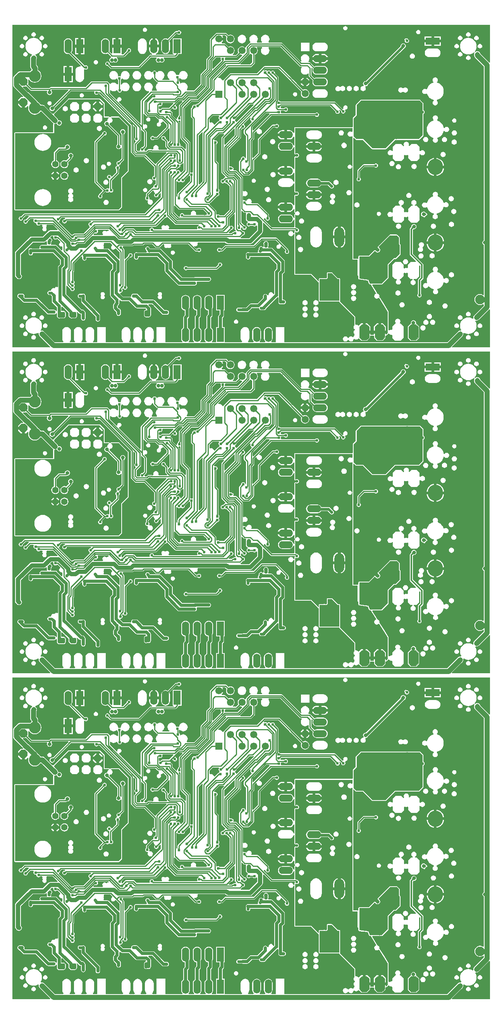
<source format=gbr>
G04 Generated on UCAM*
%FSLAX25Y25*%
%MOIN*%
%IPPOS*%
%ADD10C,0.00900*%
%ADD11C,0.01200*%
%ADD12C,0.01000*%
%ADD13C,0.02200*%
%ADD14C,0.03200*%
%ADD15C,0.02400*%
%ADD16C,0.02600*%
%ADD17C,0.02700*%
%ADD18C,0.01400*%
%ADD19C,0.03700*%
%ADD20C,0.01100*%
%ADD21C,0.04200*%
%ADD22C,0.00100*%
%ADD23C,0.00200*%
%ADD24C,0.00400*%
%ADD25C,0.00800*%
%ADD26C,0.01600*%
%ADD27R,0.06200X0.12200*%
%ADD28O,0.06200X0.12200*%
%ADD29O,0.12200X0.06200*%
%ADD30R,0.12200X0.06200*%
%ADD31C,0.08200*%
%AMBOXS*
$10=$1/2*$11=$2/2*$12=$10-$3*$13=$11-$4*
4,1-$6,8,0-$12,$11,$12,$11,$10,$13,$10,0-$13,$12,0-$11,0-$12,0-$11,0-$10,0-$13,0-$10,$13,0-$12,$11,$5*%
%ADD32BOXS,0.07203X0.07203X0.02110X0.02110X45.00X0*%
%ADD33C,0.10200*%
%ADD34C,0.05600*%
%ADD35BOXS,0.06399X0.06399X0.01874X0.01874X45.00X0*%
%ADD36O,0.08450X0.16700*%
%ADD37O,0.13200X0.13800*%
%ADD38R,0.06110X0.06110*%
%ADD39C,0.06110*%
%ADD40O,0.12010X0.06110*%
%ADD41C,0.03400*%
%ADD42C,0.03000*%
%ADD43C,0.04200*%
%ADD44C,0.09000*%
%SRX1Y1I0.00000J0.00000*%
%LN25543_layer5*%
%LPD*%
G36*
X519970Y657110D02*
X520410Y656470D01*
X521050Y656040*
X521810Y655890*
X522570Y656040*
X523220Y656470*
X523650Y657110*
X523800Y657870*
X523650Y658630*
X523220Y659280*
X522570Y659710*
X521810Y659860*
X521050Y659710*
X520410Y659280*
X519970Y658630*
X519820Y657870*
X518950*
X518810Y659270*
X518410Y660610*
X517750Y661840*
X516860Y662920*
X515780Y663810*
X514540Y664470*
X513233Y664870*
X516820*
X516970Y664110*
X517410Y663470*
X518050Y663040*
X518810Y662890*
X519570Y663040*
X520220Y663470*
X520650Y664110*
X520800Y664870*
X520650Y665630*
X520220Y666280*
X519570Y666710*
X518810Y666860*
X518050Y666710*
X517410Y666280*
X516970Y665630*
X516820Y664870*
X513233*
X513200Y664880*
X511810Y665010*
X510420Y664880*
X509080Y664470*
X507840Y663810*
X506760Y662920*
X505870Y661840*
X505210Y660610*
X504810Y659270*
X504670Y657870*
X504810Y656480*
X505210Y655140*
X505870Y653910*
X506760Y652830*
X507840Y651940*
X509080Y651280*
X510420Y650870*
X511810Y650730*
X513200Y650870*
X514540Y651280*
X515780Y651940*
X516760Y652750*
X516780Y652760*
X517290Y652270*
X517280Y652250*
X517170Y652110*
X516900Y651460*
X516800Y650750*
Y650160*
X516900Y649450*
X517170Y648800*
X517600Y648230*
X525200Y640640*
Y490860*
X524620Y490480*
X524520Y490380*
X524100Y489750*
X523950Y489010*
X524100Y488260*
X524520Y487640*
X525140Y487220*
X525200Y487210*
Y444320*
X524500Y443980*
X524120Y444260*
X522980Y444740*
X521750Y444900*
X520520Y444740*
X519380Y444260*
X518400Y443510*
X517650Y442530*
X517170Y441380*
X517010Y440160*
X517170Y438930*
X517650Y437790*
X518400Y436810*
X519380Y436050*
X520520Y435580*
X521750Y435420*
X522980Y435580*
X524120Y436050*
X524500Y436340*
X525200Y435990*
Y434950*
X516890Y426640*
X516450Y426080*
X516180Y425420*
X516090Y424720*
X516150Y424210*
X515670Y423830*
X515530Y423780*
X514540Y424310*
X513200Y424720*
X511810Y424860*
X510420Y424720*
X509080Y424310*
X507840Y423650*
X506760Y422770*
X505870Y421680*
X505210Y420450*
X504810Y419110*
X504670Y417720*
X504810Y416320*
X505210Y414980*
X505740Y413990*
X505700Y413860*
X505310Y413370*
X504810Y413440*
X504110Y413350*
X503450Y413080*
X502890Y412640*
X493700Y403450*
X353390*
Y416570*
X345990*
Y403450*
X342470*
X342230Y404150*
X342330Y404230*
X342920Y405000*
X343300Y405910*
X343420Y406870*
Y412870*
X343300Y413840*
X342920Y414740*
X342330Y415510*
X341560Y416100*
X340660Y416480*
X339690Y416600*
X338730Y416480*
X337830Y416100*
X337050Y415510*
X336460Y414740*
X336090Y413840*
X335960Y412870*
Y406870*
X336090Y405910*
X336460Y405000*
X337050Y404230*
X337150Y404150*
X336920Y403450*
X332470*
X332230Y404150*
X332330Y404230*
X332920Y405000*
X333300Y405910*
X333420Y406870*
Y412870*
X333300Y413840*
X332920Y414740*
X332330Y415510*
X331560Y416100*
X330660Y416480*
X329690Y416600*
X328730Y416480*
X327830Y416100*
X327050Y415510*
X326460Y414740*
X326090Y413840*
X325960Y412870*
Y406870*
X326090Y405910*
X326460Y405000*
X327050Y404230*
X327150Y404150*
X326920Y403450*
X322470*
X322230Y404150*
X322330Y404230*
X322920Y405000*
X323300Y405910*
X323420Y406870*
Y412870*
X323300Y413840*
X322920Y414740*
X322330Y415510*
X321560Y416100*
X320660Y416480*
X319690Y416600*
X318730Y416480*
X317830Y416100*
X317050Y415510*
X316460Y414740*
X316090Y413840*
X315960Y412870*
Y406870*
X316090Y405910*
X316460Y405000*
X317050Y404230*
X317150Y404150*
X316920Y403450*
X302170*
Y416530*
X300420*
Y421210*
X310150*
X310290Y420500*
X310690Y419910*
X311280Y419510*
X311980Y419370*
X312690Y419510*
X313280Y419910*
X313680Y420500*
X313820Y421210*
X313680Y421910*
X313280Y422500*
X312690Y422900*
X311980Y423040*
X311280Y422900*
X310690Y422500*
X310290Y421910*
X310150Y421210*
X300420*
Y424600*
X301050Y425240*
X301470Y425860*
X301620Y426610*
Y427010*
X369140*
X369310Y426150*
X369800Y425420*
X370530Y424930*
X371390Y424760*
X372240Y424930*
X372970Y425420*
X373460Y426150*
X373630Y427010*
X378340*
X378510Y426150*
X379000Y425420*
X379730Y424930*
X380590Y424760*
X381440Y424930*
X382170Y425420*
X382660Y426150*
X382830Y427010*
X382660Y427860*
X382170Y428590*
X381440Y429080*
X380590Y429250*
X379730Y429080*
X379000Y428590*
X378510Y427860*
X378340Y427010*
X373630*
X373460Y427860*
X372970Y428590*
X372240Y429080*
X371390Y429250*
X370530Y429080*
X369800Y428590*
X369310Y427860*
X369140Y427010*
X301620*
Y430690*
X302170*
Y431410*
X312150*
X312290Y430700*
X312690Y430110*
X313280Y429710*
X313980Y429570*
X317370*
X317880Y429470*
X321480*
X322230Y429620*
X322850Y430040*
X325690Y432870*
X331190*
X331220Y432880*
X331750Y432910*
X331890Y432200*
X332290Y431610*
X332880Y431210*
X333590Y431070*
X335490*
X335790Y431130*
X336090Y431070*
X336790Y431210*
X337380Y431610*
X337780Y432200*
X337782Y432210*
X369140*
X369310Y431350*
X369800Y430620*
X370530Y430130*
X371390Y429960*
X372240Y430130*
X372970Y430620*
X373460Y431350*
X373630Y432210*
X378340*
X378510Y431350*
X379000Y430620*
X379730Y430130*
X380590Y429960*
X381440Y430130*
X382170Y430620*
X382660Y431350*
X382830Y432210*
X382660Y433060*
X382170Y433790*
X381440Y434280*
X380590Y434450*
X379730Y434280*
X379000Y433790*
X378510Y433060*
X378340Y432210*
X373630*
X373460Y433060*
X372970Y433790*
X372240Y434280*
X371390Y434450*
X370530Y434280*
X369800Y433790*
X369310Y433060*
X369140Y432210*
X337782*
X337840Y432530*
X347460Y442140*
X347580Y442170*
X347650Y442210*
X348350Y441840*
Y438010*
X348500Y437270*
X348920Y436640*
X349540Y436220*
X350290Y436070*
X350790Y436170*
X352890*
X353630Y436320*
X354250Y436740*
X354670Y437370*
X354692Y437480*
X369140*
X369310Y436620*
X369800Y435890*
X370530Y435410*
X371390Y435240*
X372240Y435410*
X372970Y435890*
X373460Y436620*
X373630Y437480*
X373624Y437510*
X378340*
X378510Y436650*
X379000Y435920*
X379730Y435430*
X380590Y435260*
X381440Y435430*
X382170Y435920*
X382660Y436650*
X382830Y437510*
X382660Y438360*
X382170Y439090*
X381440Y439580*
X380590Y439750*
X379730Y439580*
X379000Y439090*
X378510Y438360*
X378340Y437510*
X373624*
X373460Y438340*
X372970Y439060*
X372240Y439550*
X371390Y439720*
X370530Y439550*
X369800Y439060*
X369310Y438340*
X369140Y437480*
X354692*
X354820Y438110*
X354670Y438850*
X354250Y439480*
X353630Y439900*
X352890Y440040*
X352220*
Y462000*
X353350Y463140*
X353770Y463770*
X353920Y464510*
Y472710*
X353770Y473450*
X353350Y474080*
X343350Y484080*
X342730Y484500*
X341990Y484640*
X339890*
X339520Y485340*
Y485350*
X339670Y486110*
Y488410*
X339520Y489170*
X339090Y489810*
X338450Y490240*
X337680Y490390*
X336920Y490240*
X336280Y489810*
X336180Y489710*
X335750Y489070*
X335600Y488310*
Y487810*
X335700Y487300*
Y486510*
X335600Y486010*
X335680Y485610*
X335020Y485330*
X334850Y485580*
X334230Y486000*
X333490Y486140*
X332740Y486000*
X332120Y485580*
X331700Y484950*
X331550Y484210*
Y483510*
X331320Y483280*
X330900Y482650*
X330750Y481910*
X330860Y481340*
X330470Y480640*
X323070*
X322990Y480700*
X322290Y480840*
X321580Y480700*
X320990Y480300*
X320590Y479710*
X320560Y479540*
X320500Y479450*
X320350Y478710*
X320450Y478190*
Y476410*
X320590Y475700*
X320990Y475110*
X321580Y474710*
X322290Y474570*
X322990Y474710*
X323580Y475110*
X323980Y475700*
X324120Y476410*
Y476770*
X340380*
X346900Y470250*
Y466760*
X345470Y465330*
X345050Y464700*
X344900Y463960*
Y445180*
X344420Y444760*
X343780Y445010*
X343680Y445510*
X343280Y446100*
X342690Y446500*
X341990Y446640*
X341280Y446500*
X340690Y446100*
X340290Y445510*
X340150Y444810*
X340160Y444760*
X339880Y444000*
X339670Y443860*
X339560Y443840*
X338800Y444020*
X338780Y444040*
X338550Y444380*
X337930Y444800*
X337190Y444940*
X336440Y444800*
X335820Y444380*
X335400Y443750*
X335250Y443010*
Y441610*
X330380Y436740*
X324890*
X324140Y436600*
X323520Y436180*
X320680Y433340*
X317880*
X317370Y433240*
X313980*
X313280Y433100*
X312690Y432700*
X312290Y432110*
X312150Y431410*
X302170*
Y444090*
X294770*
Y430690*
X297750*
Y427410*
X297120Y426780*
X296700Y426150*
X296550Y425410*
Y416530*
X294770*
Y403450*
X291300*
X291060Y404150*
X291110Y404190*
X291700Y404970*
X292080Y405870*
X292200Y406830*
Y412830*
X292080Y413800*
X291700Y414700*
X291110Y415470*
X290420Y416000*
Y424700*
X291050Y425340*
X291470Y425970*
X291620Y426710*
Y432420*
X291700Y432520*
X292080Y433420*
X292200Y434390*
Y440390*
X292080Y441360*
X291700Y442260*
X291110Y443030*
X290340Y443620*
X289440Y444000*
X288470Y444120*
X287510Y444000*
X286610Y443620*
X285830Y443030*
X285240Y442260*
X284870Y441360*
X284740Y440390*
Y434390*
X284870Y433420*
X285240Y432520*
X285830Y431750*
X286610Y431160*
X287510Y430790*
X287750Y430750*
Y427510*
X287120Y426880*
X286700Y426250*
X286550Y425510*
Y416020*
X285830Y415470*
X285240Y414700*
X284870Y413800*
X284740Y412830*
Y406830*
X284870Y405870*
X285240Y404970*
X285830Y404190*
X285880Y404150*
X285650Y403450*
X281300*
X281060Y404150*
X281110Y404190*
X281700Y404970*
X282080Y405870*
X282200Y406830*
Y412830*
X282080Y413800*
X281700Y414700*
X281110Y415470*
X280400Y416010*
Y424480*
X281050Y425140*
X281470Y425760*
X281620Y426510*
Y432420*
X281700Y432520*
X282080Y433420*
X282200Y434390*
Y440390*
X282080Y441360*
X281700Y442260*
X281110Y443030*
X280340Y443620*
X279440Y444000*
X278470Y444120*
X277510Y444000*
X276610Y443620*
X275830Y443030*
X275240Y442260*
X274870Y441360*
X274740Y440390*
Y434390*
X274870Y433420*
X275240Y432520*
X275830Y431750*
X276610Y431160*
X277510Y430790*
X277750Y430750*
Y427310*
X277090Y426660*
X276670Y426030*
X276530Y425290*
Y416000*
X275830Y415470*
X275240Y414700*
X274870Y413800*
X274740Y412830*
Y406830*
X274870Y405870*
X275240Y404970*
X275830Y404190*
X275880Y404150*
X275650Y403450*
X271300*
X271060Y404150*
X271110Y404190*
X271700Y404970*
X272080Y405870*
X272200Y406830*
Y412830*
X272080Y413800*
X271700Y414700*
X271110Y415470*
X270400Y416010*
Y423980*
X271050Y424640*
X271470Y425260*
X271620Y426010*
Y432420*
X271700Y432520*
X272080Y433420*
X272200Y434390*
Y440390*
X272080Y441360*
X271700Y442260*
X271110Y443030*
X270340Y443620*
X269440Y444000*
X268470Y444120*
X267510Y444000*
X266610Y443620*
X265830Y443030*
X265240Y442260*
X264870Y441360*
X264740Y440390*
Y434390*
X264870Y433420*
X265240Y432520*
X265830Y431750*
X266610Y431160*
X267510Y430790*
X267750Y430750*
Y426810*
X267090Y426160*
X266670Y425530*
X266530Y424790*
Y416000*
X265830Y415470*
X265240Y414700*
X264870Y413800*
X264740Y412830*
Y406830*
X264870Y405870*
X265240Y404970*
X265830Y404190*
X265880Y404150*
X265650Y403450*
X250990*
Y416530*
X243590*
Y403450*
X240120*
X239880Y404150*
X239930Y404190*
X240520Y404970*
X240900Y405870*
X241020Y406830*
Y412830*
X240900Y413800*
X240520Y414700*
X239930Y415470*
X239160Y416060*
X238260Y416440*
X237290Y416560*
X236330Y416440*
X235430Y416060*
X234650Y415470*
X234060Y414700*
X233690Y413800*
X233560Y412830*
Y406830*
X233690Y405870*
X234060Y404970*
X234650Y404190*
X234700Y404150*
X234460Y403450*
X230120*
X229880Y404150*
X229930Y404190*
X230520Y404970*
X230900Y405870*
X231020Y406830*
Y412830*
X230900Y413800*
X230520Y414700*
X229930Y415470*
X229160Y416060*
X228260Y416440*
X227290Y416560*
X226330Y416440*
X225430Y416060*
X224650Y415470*
X224060Y414700*
X223690Y413800*
X223560Y412830*
Y406830*
X223690Y405870*
X224060Y404970*
X224650Y404190*
X224700Y404150*
X224460Y403450*
X220120*
X219880Y404150*
X219930Y404190*
X220520Y404970*
X220900Y405870*
X221020Y406830*
Y412830*
X220900Y413800*
X220520Y414700*
X219930Y415470*
X219160Y416060*
X218260Y416440*
X217290Y416560*
X216330Y416440*
X215430Y416060*
X214650Y415470*
X214060Y414700*
X213690Y413800*
X213560Y412830*
Y406830*
X213690Y405870*
X214060Y404970*
X214650Y404190*
X214700Y404150*
X214460Y403450*
X199810*
Y416530*
X192410*
Y403450*
X188940*
X188700Y404150*
X188750Y404190*
X189340Y404970*
X189720Y405870*
X189840Y406830*
Y412830*
X189720Y413800*
X189340Y414700*
X188750Y415470*
X187980Y416060*
X187080Y416440*
X186110Y416560*
X185140Y416440*
X184240Y416060*
X183470Y415470*
X182880Y414700*
X182510Y413800*
X182380Y412830*
Y406830*
X182510Y405870*
X182880Y404970*
X183470Y404190*
X183520Y404150*
X183280Y403450*
X178940*
X178700Y404150*
X178750Y404190*
X179340Y404970*
X179720Y405870*
X179840Y406830*
Y412830*
X179720Y413800*
X179340Y414700*
X178750Y415470*
X177980Y416060*
X177080Y416440*
X176110Y416560*
X175140Y416440*
X174240Y416060*
X173470Y415470*
X172880Y414700*
X172510Y413800*
X172380Y412830*
Y406830*
X172510Y405870*
X172880Y404970*
X173470Y404190*
X173520Y404150*
X173280Y403450*
X168940*
X168700Y404150*
X168750Y404190*
X169340Y404970*
X169710Y405870*
X169840Y406830*
Y412830*
X169710Y413800*
X169340Y414700*
X168750Y415470*
X167980Y416060*
X167080Y416440*
X166110Y416560*
X165140Y416440*
X164240Y416060*
X163470Y415470*
X162880Y414700*
X162510Y413800*
X162380Y412830*
Y406830*
X162510Y405870*
X162880Y404970*
X163470Y404190*
X163520Y404150*
X163280Y403450*
X155910*
X146720Y412640*
X146160Y413080*
X145500Y413350*
X144800Y413440*
X144290Y413370*
X143910Y413860*
X143860Y413990*
X144390Y414980*
X144800Y416320*
X144940Y417720*
X145810*
X145960Y416960*
X146390Y416310*
X147030Y415880*
X147800Y415730*
X148560Y415880*
X149200Y416310*
X149630Y416960*
X149780Y417720*
X149630Y418480*
X149200Y419120*
X148560Y419550*
X147800Y419700*
X147030Y419550*
X146390Y419120*
X145960Y418480*
X145810Y417720*
X144940*
X144800Y419110*
X144390Y420450*
X143730Y421680*
X142840Y422770*
X141760Y423650*
X140530Y424310*
X139190Y424720*
X142810*
X142960Y423960*
X143390Y423310*
X144030Y422880*
X144800Y422730*
X145560Y422880*
X146200Y423310*
X146630Y423960*
X146780Y424720*
X146630Y425480*
X146200Y426120*
X145560Y426550*
X144800Y426700*
X144030Y426550*
X143390Y426120*
X142960Y425480*
X142810Y424720*
X139190*
X137800Y424860*
X136400Y424720*
X135060Y424310*
X133830Y423650*
X132750Y422770*
X131860Y421680*
X131200Y420450*
X130790Y419110*
X130660Y417720*
X130790Y416320*
X131200Y414980*
X131860Y413750*
X132750Y412670*
X133830Y411780*
X135060Y411120*
X136400Y410710*
X137800Y410580*
X139190Y410710*
X140530Y411120*
X141520Y411650*
X141660Y411600*
X142140Y411220*
X142070Y410720*
X142160Y410010*
X142440Y409350*
X142870Y408790*
X151990Y399670*
X151720Y399020*
X119100*
Y407720*
X135810*
X135960Y406960*
X136390Y406310*
X137030Y405880*
X137800Y405730*
X138560Y405880*
X139200Y406310*
X139630Y406960*
X139780Y407720*
X139630Y408480*
X139200Y409120*
X138560Y409550*
X137800Y409700*
X137030Y409550*
X136390Y409120*
X135960Y408480*
X135810Y407720*
X119100*
Y410720*
X128810*
X128960Y409960*
X129390Y409310*
X130030Y408880*
X130800Y408730*
X131560Y408880*
X132200Y409310*
X132630Y409960*
X132780Y410720*
X132630Y411480*
X132200Y412120*
X131560Y412550*
X130800Y412700*
X130030Y412550*
X129390Y412120*
X128960Y411480*
X128810Y410720*
X119100*
Y417720*
X125810*
X125960Y416960*
X126390Y416310*
X127030Y415880*
X127800Y415730*
X128560Y415880*
X129200Y416310*
X129630Y416960*
X129780Y417720*
X129630Y418480*
X129200Y419120*
X128560Y419550*
X127800Y419700*
X127030Y419550*
X126390Y419120*
X125960Y418480*
X125810Y417720*
X119100*
Y424720*
X128810*
X128960Y423960*
X129390Y423310*
X130030Y422880*
X130800Y422730*
X131560Y422880*
X132200Y423310*
X132630Y423960*
X132780Y424720*
X132630Y425480*
X132200Y426120*
X131560Y426550*
X130800Y426700*
X130030Y426550*
X129390Y426120*
X128960Y425480*
X128810Y424720*
X119100*
Y427720*
X135810*
X135960Y426960*
X136390Y426310*
X137030Y425880*
X137800Y425730*
X138560Y425880*
X139200Y426310*
X139630Y426960*
X139780Y427720*
X139630Y428480*
X139200Y429120*
X138560Y429550*
X137800Y429700*
X137030Y429550*
X136390Y429120*
X135960Y428480*
X135810Y427720*
X119100*
Y588010*
X145650*
X145790Y587300*
X146190Y586710*
X146780Y586310*
X147490Y586170*
X148190Y586310*
X148780Y586710*
X149180Y587300*
X149320Y588010*
X149180Y588710*
X148780Y589300*
X148190Y589700*
X147490Y589840*
X146780Y589700*
X146190Y589300*
X145790Y588710*
X145650Y588010*
X119100*
Y607350*
X124460*
X126710Y605100*
X127760*
Y608400*
X124460*
Y607350*
X119100*
Y624540*
X120040*
X120130Y623830*
X120400Y623170*
X120830Y622610*
X128690Y614750*
X128420Y614100*
X126710*
X124460Y611850*
Y610800*
X128960*
Y609600*
X130160*
Y605100*
X131210*
X132560Y606450*
X133000Y606270*
X133190Y606100*
X133010Y604700*
X133200Y603220*
X133780Y601830*
X134690Y600640*
X135880Y599730*
X137270Y599150*
X138760Y598950*
X140250Y599150*
X141630Y599730*
X142820Y600640*
X143600Y601650*
X144240Y601740*
X144440Y601710*
X154180Y591970*
X154380Y591820*
X154400Y591800*
X154460Y591710*
X154670Y591130*
X154660Y591050*
X154630Y590940*
X154600Y590830*
X154610Y590810*
X154600Y590780*
Y583780*
X121950*
X121680Y583730*
X121440Y583580*
X121290Y583340*
X121240Y583070*
Y517530*
X121290Y517260*
X121440Y517030*
X121680Y516870*
X121950Y516820*
X210940*
X211210Y516870*
X211440Y517030*
X213500Y519080*
X213650Y519310*
X213710Y519590*
Y534310*
X231850*
X231990Y533600*
X232390Y533010*
X232980Y532610*
X233680Y532470*
X234390Y532610*
X234980Y533010*
X235380Y533600*
X235520Y534310*
X235380Y535010*
X234980Y535600*
X234390Y536000*
X233680Y536140*
X232980Y536000*
X232390Y535600*
X231990Y535010*
X231850Y534310*
X213710*
Y541510*
X235640*
X235810Y540650*
X236300Y539920*
X237030Y539430*
X237880Y539260*
X238740Y539430*
X239470Y539920*
X239960Y540650*
X240130Y541510*
X239960Y542360*
X239470Y543090*
X238740Y543580*
X237880Y543750*
X237030Y543580*
X236300Y543090*
X235810Y542360*
X235640Y541510*
X213710*
Y544680*
X219210Y550180*
X219360Y550420*
X219410Y550690*
Y589040*
X219360Y589310*
X219210Y589550*
X211590Y597160*
X211360Y597310*
X211090Y597370*
X204450*
X204400Y597360*
X204360*
X204270Y597330*
X204170Y597310*
X204140Y597290*
X204100Y597280*
X204020Y597210*
X203940Y597160*
X203920Y597120*
X203880Y597090*
X203840Y597010*
X203820Y596980*
X203450Y596910*
X203070Y596980*
X203050Y597010*
X203010Y597090*
X202970Y597120*
X202950Y597160*
X202870Y597210*
X202790Y597280*
X202750Y597290*
X202720Y597310*
X202620Y597330*
X202530Y597360*
X202490*
X202440Y597370*
X198900*
Y608510*
X198840Y608780*
X198690Y609010*
X195090Y612610*
X194860Y612770*
X194590Y612820*
X167910*
X167640Y612770*
X167410Y612610*
X154710Y599910*
X153950*
X153940Y599920*
X147220Y606630*
X146660Y607060*
X146000Y607330*
X145300Y607430*
X143800*
X143740Y607580*
X142820Y608770*
X142742Y608830*
X149570*
X149710Y608130*
X150110Y607530*
X150710Y607140*
X151410Y607000*
X152110Y607140*
X152710Y607530*
X153110Y608130*
X153250Y608830*
X153110Y609530*
X152710Y610130*
X152110Y610530*
X151410Y610670*
X150710Y610530*
X150110Y610130*
X149710Y609530*
X149570Y608830*
X142742*
X141630Y609680*
X141290Y609830*
X141120Y610230*
X140680Y610800*
X133750Y617730*
X133190Y618160*
X132840Y618310*
X128590Y622560*
X128860Y623200*
X131060*
X131350Y623500*
X134870Y619970*
X135220Y619740*
X135630Y619660*
X149140*
X149470Y619040*
X149410Y618960*
X149240Y618110*
X149410Y617250*
X149900Y616520*
X150630Y616030*
X151490Y615860*
X152340Y616030*
X153070Y616520*
X153560Y617250*
X153730Y618110*
X153560Y618960*
X153070Y619690*
X153050Y619710*
Y620410*
X153110Y620470*
X153170Y620520*
X153240Y620560*
X167410*
X167680Y619910*
X154550Y606790*
X154530Y606770*
X154480Y606740*
X154420Y606720*
X154340Y606690*
X154240Y606670*
X154140Y606650*
X153850Y606620*
X153820*
X153680Y606650*
X152830Y606480*
X152100Y605990*
X151610Y605260*
X151440Y604410*
X151610Y603550*
X152100Y602820*
X152830Y602330*
X153680Y602160*
X154540Y602330*
X155270Y602820*
X155760Y603550*
X155930Y604410*
X155900Y604550*
Y604590*
X155910Y604730*
X155920Y604850*
X155940Y604960*
X155970Y605060*
X156000Y605140*
X156020Y605200*
X156050Y605250*
X156070Y605270*
X166373Y615580*
X177370*
X177510Y614880*
X177910Y614280*
X178510Y613890*
X179210Y613750*
X179910Y613890*
X180510Y614280*
X180910Y614880*
X181050Y615580*
X180910Y616280*
X180510Y616880*
X179910Y617280*
X179210Y617420*
X178510Y617280*
X177910Y616880*
X177510Y616280*
X177370Y615580*
X166373*
X169950Y619160*
X189690*
X190080Y618460*
X189970Y617930*
X190110Y617230*
X190510Y616630*
X191110Y616240*
X191810Y616100*
X192510Y616240*
X193110Y616630*
X193260Y616860*
X194470*
X221340Y589990*
Y567130*
X221420Y566720*
X221650Y566370*
X224850Y563170*
X225200Y562940*
X225610Y562860*
X232870*
X241440Y554290*
Y546450*
X240810Y546330*
X240210Y545930*
X239810Y545330*
X239670Y544630*
X239810Y543930*
X240210Y543330*
X240810Y542940*
X241510Y542800*
X242140Y542920*
X242280Y542890*
X242840Y542510*
Y540070*
X242690Y539390*
X241980Y539250*
X241390Y538850*
X240990Y538260*
X240850Y537560*
X240930Y537150*
X240480Y536450*
X240110*
X239680Y536370*
X239320Y536120*
X234690Y531500*
X234450Y531140*
X234360Y530710*
Y528840*
X234350Y528810*
X234330Y528770*
X234320Y528740*
X234300Y528700*
X234280Y528670*
X234260Y528650*
X234190Y528600*
X233790Y528010*
X233650Y527310*
X233790Y526600*
X234190Y526010*
X234780Y525610*
X235490Y525470*
X235780Y525530*
X236200Y524900*
X236110Y524760*
X235940Y523910*
X236110Y523050*
X236600Y522320*
X237330Y521830*
X238190Y521660*
X239040Y521830*
X239770Y522320*
X240260Y523050*
X240430Y523910*
X240260Y524760*
X239770Y525490*
X239040Y525980*
X238190Y526150*
X237650Y526040*
X237350Y526390*
X237190Y526670*
X237320Y527310*
X237180Y528010*
X236780Y528600*
X236710Y528650*
X236690Y528670*
X236670Y528700*
X236650Y528740*
X236640Y528770*
X236630Y528810*
X236610Y528840*
Y530240*
X240280Y533910*
X240790Y533870*
X241270Y533210*
X241250Y533110*
X241390Y532400*
X241790Y531810*
X241990Y531670*
Y531200*
X241590Y530610*
X241450Y529910*
X241590Y529200*
X241990Y528610*
X242580Y528210*
X243280Y528070*
X243990Y528210*
X244580Y528610*
X244980Y529200*
X245120Y529910*
X245100Y529990*
X245110Y530020*
Y530050*
X245120Y530090*
X245140Y530130*
X245150Y530160*
X245170Y530200*
X245200Y530230*
X246660Y531690*
X247300Y531420*
Y528230*
X233410Y514330*
X130190*
X130180*
X129760Y514240*
X129390Y514000*
X127110Y511720*
X127070Y511690*
X127040Y511670*
X127000Y511660*
X126970Y511640*
X126930Y511630*
X126890*
X126870Y511620*
X126790Y511640*
X126080Y511500*
X125490Y511100*
X125090Y510510*
X124950Y509810*
X125090Y509100*
X125490Y508510*
X126080Y508110*
X126790Y507970*
X127490Y508110*
X128080Y508510*
X128480Y509100*
X128620Y509810*
X128600Y509890*
Y509920*
X128610Y509950*
X128620Y509990*
X128640Y510030*
X128650Y510060*
X128670Y510100*
X128700Y510130*
X130650Y512080*
X133360*
X133580Y511450*
Y511380*
X131210Y509020*
X131170Y508990*
X131140Y508970*
X131100Y508960*
X131070Y508940*
X131030Y508930*
X130990*
X130970Y508920*
X130890Y508940*
X130180Y508800*
X129590Y508400*
X129190Y507810*
X129050Y507110*
X129190Y506400*
X129590Y505810*
X130180Y505410*
X130890Y505270*
X131590Y505410*
X132180Y505810*
X132580Y506400*
X132720Y507110*
X132700Y507190*
Y507220*
X132710Y507250*
X132720Y507290*
X132740Y507330*
X132750Y507360*
X132770Y507400*
X132800Y507430*
X134850Y509480*
X137500*
X137870Y508780*
X137690Y508510*
X137550Y507810*
X137690Y507100*
X138090Y506510*
X138680Y506110*
X139380Y505970*
X139510Y506000*
X140150Y505610*
X140290Y504900*
X140690Y504310*
X141280Y503910*
X141980Y503770*
X142690Y503910*
X143280Y504310*
X143340Y504390*
X143380Y504420*
X143420Y504460*
X143460Y504480*
X143500Y504500*
X143540Y504520*
X143580Y504530*
X143610Y504540*
X144970*
X145350Y503970*
X145380Y503840*
X145250Y503210*
X145390Y502500*
X145790Y501910*
Y501900*
X145390Y501310*
X145250Y500610*
X145390Y499900*
X145790Y499310*
X146380Y498910*
X147080Y498770*
X147790Y498910*
X148380Y499310*
X148780Y499900*
X148920Y500610*
X148780Y501310*
X148380Y501900*
Y501910*
X148780Y502500*
X148920Y503210*
X148800Y503840*
X148820Y503970*
X149200Y504540*
X154190*
X158380Y500350*
X158110Y499700*
X151990*
X151030Y499510*
X150220Y498970*
X145550Y494300*
X135990*
X135030Y494110*
X134220Y493570*
X122440Y481800*
X121900Y480990*
X121710Y480030*
Y461180*
X121900Y460230*
X122440Y459410*
X122650Y459210*
X122690Y459000*
X123090Y458410*
X123680Y458010*
X124220Y457900*
X124230*
X125190Y457710*
X126140Y457900*
X126950Y458440*
X127490Y459250*
X127680Y460210*
X127490Y461160*
X126950Y461970*
X126710Y462220*
Y479000*
X137020Y489310*
X146580*
X147540Y489500*
X148350Y490040*
X149050Y489750*
Y488810*
X149200Y488070*
X149340Y487840*
X148970Y487140*
X144890*
X144140Y487000*
X143520Y486580*
X143100Y485950*
X142950Y485210*
X143050Y484690*
X142630Y483990*
X136180*
X136030Y484100*
X135280Y484240*
X134540Y484100*
X133920Y483680*
X133500Y483050*
X133350Y482310*
Y480110*
X133500Y479370*
X133920Y478740*
X134540Y478320*
X135280Y478170*
X136030Y478320*
X136650Y478740*
X137070Y479370*
X137220Y480110*
Y480120*
X148390*
X148640Y480170*
X154480*
X160600Y474050*
Y470500*
X159220Y469120*
X158800Y468490*
X158650Y467750*
Y451300*
X158000Y450910*
X157950*
X157280Y451040*
X156580Y450900*
X155990Y450500*
X155600Y449930*
X155490Y450000*
X154790Y450140*
X154080Y450000*
X153490Y449600*
X153090Y449010*
X152950Y448310*
Y448280*
X152510Y447740*
X151380*
X150680Y447600*
X150090Y447200*
X149690Y446610*
X149550Y445910*
X149690Y445200*
X150090Y444610*
X150680Y444210*
X151380Y444070*
X152320*
X153020Y443370*
X153320Y442940*
X153450Y442800*
Y438710*
X153600Y437970*
X154020Y437340*
X157750Y433600*
Y430610*
X157100Y430210*
X157050Y430220*
X156660Y430800*
X156030Y431220*
X155290Y431370*
X151260*
X141650Y440980*
X141030Y441400*
X140290Y441540*
X130490*
X129590Y442440*
X129670Y442570*
X129820Y443310*
X129670Y444050*
X129250Y444680*
X128630Y445100*
X127880Y445240*
X125690*
X124940Y445100*
X124320Y444680*
X123900Y444050*
X123750Y443310*
X123900Y442570*
X124320Y441940*
X124940Y441520*
X125310Y441440*
X125720Y440840*
X128320Y438240*
X128940Y437820*
X129680Y437670*
X139480*
X149090Y428060*
X149720Y427640*
X150460Y427490*
X155290*
X155300Y427500*
X155310*
X156010Y427640*
X156020*
X156030*
X156660Y428060*
X157050Y428640*
X157100Y428650*
X157750Y428250*
Y426160*
X157900Y425420*
X158320Y424790*
X158540Y424560*
X159170Y424140*
X159910Y423990*
X160420Y424100*
X163610*
X164310Y424240*
X164910Y424630*
X165310Y425230*
X165450Y425930*
Y428530*
X165310Y429230*
X164910Y429830*
X164310Y430230*
X163610Y430370*
X161620*
Y433940*
X162320Y434230*
X167750Y428800*
Y426660*
X167900Y425920*
X168320Y425290*
X169040Y424560*
X169670Y424140*
X170410Y423990*
X170920Y424100*
X173210*
X173910Y424240*
X174510Y424630*
X174910Y425230*
X175050Y425930*
Y428530*
X174910Y429230*
X174760Y429450*
X175300Y429900*
X176970Y428240*
X177590Y427820*
X178340Y427670*
X178570*
Y424010*
X178720Y423260*
X179140Y422640*
X179770Y422220*
X180510Y422070*
X181250Y422220*
X181880Y422640*
X182300Y423260*
X182450Y424010*
Y428780*
X182300Y429520*
X181880Y430150*
X181050Y430980*
X180430Y431400*
X179680Y431540*
X179140*
X167380Y443300*
X167370Y443310*
X175650*
X175790Y442600*
X176190Y442010*
X176780Y441610*
X177490Y441470*
X178650*
Y439010*
X178800Y438260*
X179220Y437640*
X187870Y428980*
X187900Y428870*
X188320Y428240*
X191070Y425480*
Y423230*
X191220Y422490*
X191640Y421860*
X192270Y421440*
X193010Y421290*
X193750Y421440*
X194380Y421860*
X194800Y422490*
X194950Y423230*
Y426280*
X194800Y427020*
X194380Y427650*
X191650Y430380*
X191620Y430500*
X191200Y431130*
X182520Y439810*
Y442210*
X195350*
X195490Y441500*
X195890Y440910*
X196480Y440510*
X197190Y440370*
X197890Y440510*
X198480Y440910*
X198880Y441500*
X199020Y442210*
X198880Y442910*
X198870Y442930*
X198480Y443510*
X198870Y444090*
X198880Y444100*
X199020Y444810*
X198880Y445510*
X198480Y446100*
X197890Y446500*
X197190Y446640*
X196480Y446500*
X195890Y446100*
X195490Y445510*
X195350Y444810*
X195490Y444100*
X195500Y444090*
X195890Y443510*
X195500Y442930*
X195490Y442910*
X195350Y442210*
X182520*
Y443210*
X182370Y443950*
X181950Y444580*
X181850Y444680*
X181230Y445100*
X180480Y445240*
X179970Y445140*
X177490*
X176780Y445000*
X176190Y444600*
X175790Y444010*
X175650Y443310*
X167370*
X165720Y444960*
Y451790*
X166420Y452080*
X169220Y449290*
X169250Y449240*
X169280Y449200*
X169310Y449150*
X169330Y449100*
X169350Y449050*
X169370Y448990*
X169390Y448930*
X169410Y448850*
X169430Y448800*
X169490Y448500*
X169890Y447910*
X170480Y447510*
X171190Y447370*
X171890Y447510*
X172480Y447910*
X172880Y448500*
X173020Y449210*
X172880Y449910*
X172730Y450130*
X172540Y450660*
X172730Y451180*
X172880Y451400*
X173020Y452110*
X172880Y452810*
X172730Y453030*
X172540Y453560*
X172730Y454080*
X172880Y454300*
X173020Y455010*
X172880Y455710*
X172480Y456300*
X172410Y456350*
X172390Y456370*
X172370Y456400*
X172350Y456440*
X172340Y456470*
X172330Y456510*
X172310Y456540*
Y463960*
X172520Y464280*
X172610Y464710*
Y471040*
X178850Y477280*
X179550Y476990*
Y475410*
X179690Y474700*
X180090Y474110*
X180680Y473710*
X181390Y473570*
X182090Y473710*
X182680Y474110*
X183080Y474700*
X183220Y475410*
Y476170*
X199580*
X205500Y470250*
Y466760*
X204070Y465330*
X203650Y464700*
X203500Y463960*
Y443960*
X203650Y443210*
X204070Y442590*
X207570Y439080*
Y437530*
X206740Y436700*
X206320Y436070*
X206170Y435330*
Y432830*
X206320Y432090*
X206740Y431460*
X208970Y429230*
Y428130*
X209120Y427390*
X209540Y426760*
X210170Y426340*
X210910Y426190*
X211650Y426340*
X212280Y426760*
X212700Y427390*
X212850Y428130*
Y430030*
X212730Y430640*
X212750Y430730*
X212610Y431430*
X212210Y432030*
X211610Y432430*
X211170Y432520*
X210050Y433630*
Y434530*
X210880Y435360*
X211300Y435990*
X211450Y436730*
Y439510*
X212150Y439800*
X212620Y439340*
X213240Y438920*
X213980Y438770*
X219780*
X225420Y433140*
X226040Y432720*
X226780Y432570*
X233980*
X234530Y432020*
Y431990*
X234280Y431280*
X233840Y431200*
X233220Y430780*
X232800Y430150*
X232650Y429410*
Y427060*
X232680Y426880*
X232670Y426830*
X232820Y426090*
X233240Y425460*
X233870Y425040*
X234610Y424890*
X235110Y424990*
X236710*
X237450Y425140*
X238080Y425560*
X238500Y426190*
X238650Y426930*
Y432580*
X238500Y433320*
X238080Y433950*
X236460Y435570*
X236750Y436270*
X239730*
X248240Y427760*
X248870Y427340*
X249610Y427190*
X252310*
X253050Y427340*
X253680Y427760*
X254100Y428390*
X254250Y429130*
X254100Y429870*
X253680Y430500*
X253050Y430920*
X252310Y431070*
X250410*
X241910Y439580*
X241280Y440000*
X240540Y440140*
X231890*
X229720Y442310*
X244550*
X244690Y441600*
X245090Y441010*
X245680Y440610*
X246390Y440470*
X247090Y440610*
X247680Y441010*
X248080Y441600*
X248220Y442310*
X248080Y443010*
X247710Y443560*
X248080Y444100*
X248220Y444810*
X248080Y445510*
X247680Y446100*
X247090Y446500*
X246390Y446640*
X245680Y446500*
X245090Y446100*
X244690Y445510*
X244550Y444810*
X244690Y444100*
X245060Y443560*
X244690Y443010*
X244550Y442310*
X229720*
X227350Y444680*
X226730Y445100*
X225990Y445240*
X223780*
X223040Y445100*
X222950Y445040*
X222780Y445000*
X222190Y444600*
X221790Y444010*
X221650Y443310*
X221690Y443080*
X221610Y442940*
X221090Y442540*
X220580Y442640*
X214790*
X212200Y445230*
X212540Y445880*
X212580Y445870*
X213290Y446010*
X213880Y446410*
X214280Y447000*
X214420Y447710*
X214280Y448410*
X213880Y449000*
X214120Y449650*
X214150Y449690*
X214980Y449520*
X215190Y449210*
X215780Y448810*
X216480Y448670*
X217190Y448810*
X217780Y449210*
X218180Y449800*
X218320Y450510*
X218180Y451210*
X217780Y451800*
X217700Y451860*
X217670Y451900*
X217630Y451940*
X217610Y451990*
X217590Y452020*
X217570Y452060*
X217560Y452100*
Y473060*
X220690Y476200*
X220720Y476220*
X220760Y476240*
X220790Y476250*
X220830Y476270*
X220880Y476280*
X220940Y476290*
X220990*
X221090Y476270*
X221790Y476410*
X224150*
X224300Y475660*
X224720Y475040*
X225340Y474620*
X226080Y474470*
X226830Y474620*
X227450Y475040*
X227870Y475660*
X228020Y476410*
Y476770*
X243980*
X250500Y470250*
Y464760*
X250650Y464020*
X251070Y463390*
X261570Y452890*
X262190Y452470*
X262930Y452320*
X276290*
X277030Y452470*
X277650Y452890*
X278070Y453520*
X278220Y454260*
X278080Y454970*
Y455000*
X278470Y455670*
X288390*
X289130Y455820*
X289750Y456240*
X290170Y456860*
X290320Y457610*
X290310Y457660*
X290320Y457710*
X290180Y458410*
X289780Y459000*
X289190Y459400*
X288490Y459540*
X288440Y459530*
X288390Y459540*
X276940*
X276200Y459400*
X276040Y459290*
X265740*
X257920Y467110*
X266850*
X266990Y466400*
X267390Y465810*
X267980Y465410*
X268690Y465270*
X269390Y465410*
X269980Y465810*
X270030Y465880*
X270050Y465900*
X270080Y465920*
X270110Y465940*
X270150Y465950*
X270180Y465970*
X270220Y465980*
X270270*
X295200*
X295630Y466070*
X295990Y466310*
X297890Y468210*
X297930Y468240*
X297960Y468260*
X297990Y468270*
X298030Y468290*
X298070Y468300*
X298110*
X298130Y468310*
X298210Y468290*
X298920Y468430*
X299510Y468830*
X299910Y469420*
X300050Y470120*
X299910Y470830*
X299510Y471420*
X298920Y471820*
X298210Y471960*
X297510Y471820*
X296920Y471420*
X296520Y470830*
X296380Y470120*
X296400Y470030*
X296390Y470010*
Y469970*
X296380Y469940*
X296360Y469900*
X296350Y469870*
X296330Y469830*
X296300Y469800*
X294730Y468230*
X270270*
X270220Y468240*
X270180Y468250*
X270150Y468260*
X270110Y468280*
X270080Y468290*
X270050Y468320*
X270030Y468330*
X269980Y468400*
X269390Y468800*
X268690Y468940*
X267980Y468800*
X267390Y468400*
X266990Y467810*
X266850Y467110*
X257920*
X257520Y467510*
Y472710*
X257370Y473450*
X256950Y474080*
X250620Y480410*
X255750*
X255890Y479700*
X256290Y479110*
X256880Y478710*
X257590Y478570*
X258290Y478710*
X258880Y479110*
X259280Y479700*
X259420Y480410*
X259280Y481110*
X258880Y481700*
X258290Y482100*
X257590Y482240*
X256880Y482100*
X256290Y481700*
X255890Y481110*
X255750Y480410*
X250620*
X247640Y483390*
X247020Y483810*
X246270Y483950*
X237900*
X237520Y484530*
X237480Y484710*
X237080Y485300*
X236490Y485700*
X235790Y485840*
X235080Y485700*
X234490Y485300*
X234090Y484710*
X233950Y484010*
X234090Y483300*
X234490Y482710*
X234630Y482620*
X235220Y481710*
X235300Y481340*
X235280Y481220*
X234890Y480640*
X226870*
X226790Y480700*
X226080Y480840*
X225380Y480700*
X224790Y480300*
X224390Y479710*
X224330Y479400*
X224300Y479350*
X224150Y478610*
Y476410*
X221790*
X222380Y476810*
X222780Y477400*
X222920Y478110*
X222780Y478810*
X222380Y479400*
X221790Y479800*
X221090Y479940*
X220380Y479800*
X219790Y479400*
X219390Y478810*
X219250Y478110*
X219270Y478010*
X219260Y477960*
Y477900*
X219240Y477860*
X219230Y477810*
X219220Y477780*
X219200Y477740*
X219180Y477710*
X216410Y474940*
X215710Y475230*
Y483010*
X215620Y483440*
X215380Y483800*
X214600Y484580*
X214570Y484620*
X214550Y484650*
X214540Y484690*
X214520Y484720*
X214510Y484760*
Y484800*
X214500Y484820*
X214520Y484910*
X214430Y485340*
X214870Y486040*
X222780*
X223190Y486120*
X223540Y486350*
X224030Y486840*
X231630*
X232040Y486920*
X232390Y487150*
X232980Y487740*
X239740*
X242430Y485050*
X242780Y484820*
X243180Y484740*
X245580*
X245990Y484820*
X246340Y485050*
X249030Y487740*
X249930*
X250300Y487040*
X250220Y486910*
X250080Y486210*
X250220Y485500*
X250610Y484910*
X251210Y484510*
X251910Y484370*
X252610Y484510*
X253100Y484830*
X253580Y484510*
X254290Y484370*
X254990Y484510*
X255580Y484910*
X255980Y485500*
X256120Y486210*
X255980Y486910*
X255900Y487040*
X256270Y487740*
X270670*
X276440Y481960*
X276790Y481730*
X277200Y481650*
X278480*
X278510Y481640*
X278550Y481630*
X278590Y481620*
X278620Y481600*
X278670Y481570*
X278710Y481540*
X278750Y481500*
X278810Y481420*
X279400Y481030*
X280100Y480890*
X280810Y481030*
X281400Y481420*
X281800Y482020*
X281940Y482720*
X295590*
X295730Y482020*
X296130Y481420*
X296720Y481030*
X297430Y480890*
X298130Y481030*
X298720Y481420*
X298770Y481500*
X298790Y481510*
X298820Y481530*
X298860Y481550*
X298890Y481570*
X298930Y481580*
X298970Y481590*
X299010Y481600*
X299790*
X300220Y481690*
X300580Y481930*
X303360Y484710*
X327510*
X327940Y484800*
X328300Y485040*
X334450Y491180*
X345920*
X349040Y488060*
X348700Y487420*
X348590Y487440*
X347880Y487300*
X347290Y486900*
X346890Y486310*
X346750Y485610*
X346890Y484900*
X347290Y484310*
X347880Y483910*
X348590Y483770*
X349290Y483910*
X349880Y484310*
X350280Y484900*
X350420Y485610*
X350400Y485720*
X351040Y486060*
X354500Y482610*
X354490Y482500*
X354090Y481910*
X353950Y481210*
X354090Y480500*
X354490Y479910*
X355080Y479510*
X355780Y479370*
X356490Y479510*
X357080Y479910*
X357480Y480500*
X357620Y481210*
X357480Y481910*
X357080Y482500*
X356970Y482580*
X356940Y482600*
Y482610*
X356930Y482630*
X356920Y482660*
X356910Y482700*
Y482910*
X356820Y483340*
X356580Y483700*
X347180Y493100*
X346810Y493340*
X346390Y493430*
X333990*
X333980*
X333560Y493340*
X333190Y493100*
X327050Y486950*
X302900*
X302470Y486870*
X302110Y486620*
X299430Y483950*
X298720Y484020*
X298130Y484420*
X297430Y484560*
X296720Y484420*
X296130Y484020*
X295730Y483420*
X295590Y482720*
X281940*
X281800Y483420*
X281400Y484020*
X280810Y484420*
X280100Y484560*
X279400Y484420*
X278810Y484020*
X278750Y483940*
X278710Y483900*
X278670Y483870*
X278620Y483850*
X278590Y483830*
X278550Y483810*
X278510Y483800*
X278480Y483790*
X277640*
X275790Y485640*
X276240Y486180*
X276310Y486140*
X277010Y486000*
X277710Y486140*
X278310Y486530*
X278710Y487130*
X278850Y487830*
X278710Y488530*
X278660Y488610*
X279030Y489310*
X302550*
X303220Y488640*
X304030Y488100*
X304980Y487910*
X324180*
X325140Y488100*
X325950Y488640*
X334350Y497040*
X334890Y497850*
X335080Y498810*
Y505830*
X335780Y506120*
X341690Y500210*
X342060Y499970*
X342480Y499880*
X342490*
X362390*
X362450Y499810*
X362590Y499100*
X362280Y498550*
X362260Y498520*
X362230Y498500*
X362180Y498400*
X362130Y498320*
X362120Y498280*
X362100Y498250*
X362090Y498150*
X362070Y498040*
Y497850*
X362040Y497160*
X361370Y497090*
X361350Y497190*
X361260Y497660*
X360770Y498390*
X360040Y498880*
X359190Y499050*
X358330Y498880*
X357600Y498390*
X357110Y497660*
X356940Y496810*
X357110Y495950*
X357600Y495220*
X358330Y494730*
X359190Y494560*
X360040Y494730*
X360770Y495220*
X361260Y495950*
X361350Y496420*
X361370Y496520*
X362040Y496450*
X362070Y495770*
Y462110*
X362130Y461830*
X362280Y461600*
X362510Y461450*
X362790Y461390*
X376580*
X382180Y455390*
X382190*
Y455380*
X382300Y455300*
X382410Y455230*
X382420Y455220*
X382550Y455190*
X382680Y455160*
X382770Y455080*
X383080Y454740*
X383170Y454590*
Y439110*
X383230Y438830*
X383380Y438600*
X383610Y438450*
X383890Y438390*
X400690*
X400700Y438300*
X400710Y438270*
X400720Y438240*
X400780Y438150*
X400830Y438060*
X400860Y438040*
X400880Y438010*
X413770Y425110*
Y419080*
X413780Y419050*
X413770Y419010*
X413810Y418910*
X413830Y418810*
X413850Y418780*
X413860Y418740*
X413810Y418180*
X413710Y417960*
X413310Y417360*
X413140Y416510*
X413310Y415650*
X413800Y414920*
X414010Y414780*
Y413940*
X413800Y413790*
X413310Y413060*
X413140Y412210*
X413310Y411350*
X413800Y410620*
X413940Y410530*
Y409690*
X413800Y409590*
X413310Y408860*
X413180Y408190*
X412560Y407990*
X412480Y407980*
X412470Y407990*
X411740Y408480*
X410890Y408650*
X410030Y408480*
X409300Y407990*
X408860Y407330*
X408480Y407300*
X408110Y407330*
X407670Y407990*
X406940Y408480*
X406090Y408650*
X405230Y408480*
X404500Y407990*
X404010Y407260*
X403840Y406410*
X404010Y405550*
X404500Y404820*
X405230Y404330*
X406090Y404160*
X406940Y404330*
X407670Y404820*
X408110Y405480*
X408480Y405520*
X408860Y405480*
X409300Y404820*
X410030Y404330*
X410890Y404160*
X411740Y404330*
X412470Y404820*
X412960Y405550*
X413090Y406220*
X413710Y406430*
X413790*
X413800Y406420*
X414530Y405930*
X415390Y405760*
X416240Y405930*
X416970Y406420*
X417130Y406660*
X417830Y406730*
X419760Y404800*
X424610*
X427030Y407220*
Y408440*
X427330Y409090*
X430430*
X430730Y408440*
Y407220*
X433160Y404800*
X438010*
X440430Y407220*
Y408950*
X440670Y409200*
X441130Y409460*
X441230Y409440*
X441500Y409490*
X441730Y409650*
X442880Y410790*
X443590Y410800*
X443750Y410740*
X443900Y410520*
X444630Y410030*
X445490Y409860*
X445790Y409920*
X446330Y409480*
Y407180*
X448760Y404760*
X453610*
X456030Y407180*
X459740*
X462160Y404760*
X467010*
X469430Y407180*
Y415830*
X470570*
X470740Y414970*
X471220Y414250*
X471950Y413760*
X472810Y413590*
X473670Y413760*
X474400Y414250*
X474880Y414970*
X475050Y415830*
X474880Y416690*
X474400Y417420*
X473944Y417720*
X499820*
X499970Y416960*
X500410Y416310*
X501050Y415880*
X501810Y415730*
X502570Y415880*
X503220Y416310*
X503650Y416960*
X503800Y417720*
X503650Y418480*
X503220Y419120*
X502570Y419550*
X501810Y419700*
X501050Y419550*
X500410Y419120*
X499970Y418480*
X499820Y417720*
X473944*
X473670Y417900*
X472810Y418070*
X471950Y417900*
X471220Y417420*
X470740Y416690*
X470570Y415830*
X469430*
Y417030*
X467010Y419460*
X466740Y419780*
X466830Y420210*
X466750Y420610*
X473140*
X473310Y419750*
X473800Y419020*
X474530Y418530*
X475380Y418360*
X476240Y418530*
X476970Y419020*
X477460Y419750*
X477630Y420610*
X477610Y420710*
X478940*
X479110Y419850*
X479600Y419120*
X480330Y418630*
X481190Y418460*
X482040Y418630*
X482770Y419120*
X483260Y419850*
X483430Y420710*
X483260Y421560*
X482770Y422290*
X482040Y422780*
X481190Y422950*
X480330Y422780*
X479600Y422290*
X479110Y421560*
X478940Y420710*
X477610*
X477460Y421460*
X476970Y422190*
X476240Y422680*
X475380Y422850*
X474530Y422680*
X473800Y422190*
X473310Y421460*
X473140Y420610*
X466750*
X466660Y421060*
X466170Y421790*
X465440Y422280*
X464590Y422450*
X463730Y422280*
X463000Y421790*
X462510Y421060*
X462340Y420210*
X462430Y419780*
X462160Y419460*
X459740Y417030*
Y407180*
X456030*
Y417030*
X453610Y419460*
X453140*
X452830Y420160*
X453160Y420650*
X453330Y421510*
X453160Y422360*
X452670Y423090*
X451940Y423580*
X451080Y423750*
X450230Y423580*
X449500Y423090*
X449010Y422360*
X448840Y421510*
X449010Y420650*
X449340Y420160*
X449030Y419460*
X448760*
X446330Y417030*
Y414730*
X445790Y414290*
X445490Y414350*
X444630Y414180*
X444000Y413760*
X443600Y413870*
X443300Y414050*
Y425710*
X476140*
X476310Y424850*
X476800Y424120*
X477530Y423630*
X478390Y423460*
X479240Y423630*
X479970Y424120*
X480373Y424720*
X502820*
X502970Y423960*
X503410Y423310*
X504050Y422880*
X504810Y422730*
X505570Y422880*
X506220Y423310*
X506650Y423960*
X506800Y424720*
X506650Y425480*
X506220Y426120*
X505570Y426550*
X504810Y426700*
X504050Y426550*
X503410Y426120*
X502970Y425480*
X502820Y424720*
X480373*
X480460Y424850*
X480630Y425710*
X480460Y426560*
X479970Y427290*
X479329Y427720*
X509820*
X509970Y426960*
X510410Y426310*
X511050Y425880*
X511810Y425730*
X512570Y425880*
X513220Y426310*
X513650Y426960*
X513800Y427720*
X513650Y428480*
X513220Y429120*
X512570Y429550*
X511810Y429700*
X511050Y429550*
X510410Y429120*
X509970Y428480*
X509820Y427720*
X479329*
X479240Y427780*
X478390Y427950*
X477530Y427780*
X476800Y427290*
X476310Y426560*
X476140Y425710*
X443300*
Y429610*
X443290Y429670*
Y429730*
X443260Y429800*
X443240Y429880*
X443210Y429930*
X443190Y429990*
X439663Y435610*
X452540*
X452710Y434750*
X453200Y434020*
X453930Y433530*
X454790Y433360*
X455640Y433530*
X456370Y434020*
X456833Y434710*
X489540*
X489710Y433850*
X490200Y433120*
X490930Y432630*
X491790Y432460*
X492640Y432630*
X493370Y433120*
X493860Y433850*
X494030Y434710*
X493860Y435560*
X493370Y436290*
X492640Y436780*
X491790Y436950*
X490930Y436780*
X490200Y436290*
X489710Y435560*
X489540Y434710*
X456833*
X456860Y434750*
X457030Y435610*
X456860Y436460*
X456370Y437190*
X455640Y437680*
X454990Y437810*
X476140*
X476310Y436950*
X476800Y436220*
X477530Y435730*
X478390Y435560*
X479240Y435730*
X479970Y436220*
X480460Y436950*
X480630Y437810*
X480460Y438660*
X479970Y439390*
X479240Y439880*
X478390Y440050*
X477530Y439880*
X476800Y439390*
X476310Y438660*
X476140Y437810*
X454990*
X454790Y437850*
X453930Y437680*
X453200Y437190*
X452710Y436460*
X452540Y435610*
X439663*
X435760Y441830*
X435710Y441890*
X435660Y441960*
X435610Y441990*
X435570Y442030*
X435460Y442090*
X435430Y442110*
X435290Y442650*
X435280Y442850*
X435330Y443110*
X435160Y443960*
X434670Y444690*
X433940Y445180*
X433850Y445200*
X433680Y445270*
X433230Y445650*
X433220Y445710*
Y445780*
X433207Y445810*
X449040*
X449210Y444950*
X449700Y444220*
X450430Y443730*
X451280Y443560*
X452140Y443730*
X452870Y444220*
X453360Y444950*
X453530Y445810*
X453360Y446660*
X452870Y447390*
X452140Y447880*
X451280Y448050*
X450430Y447880*
X449700Y447390*
X449210Y446660*
X449040Y445810*
X433207*
X433190Y445850*
X433180Y445920*
X433150Y445970*
X433120Y446040*
X429020Y452580*
X429360Y453190*
X435340*
X435480Y453160*
X435630Y453190*
X437190*
X437460Y453250*
X437690Y453400*
X443090Y458800*
X443240Y459030*
X443300Y459310*
Y460180*
X446330*
X448760Y457760*
X450030*
X450240Y457060*
X450000Y456890*
X449510Y456160*
X449340Y455310*
X449510Y454450*
X450000Y453720*
X450730Y453230*
X451590Y453060*
X452440Y453230*
X453170Y453720*
X453660Y454450*
X453830Y455310*
X453660Y456160*
X453170Y456890*
X452930Y457060*
X453140Y457760*
X453610*
X456030Y460180*
Y462920*
X456730Y463300*
X457130Y463030*
X457990Y462860*
X458840Y463030*
X459040Y463160*
X459740Y462790*
Y460180*
X462160Y457760*
X463750*
X463820Y457060*
X463430Y456980*
X462700Y456490*
X462210Y455760*
X462040Y454910*
X462210Y454050*
X462700Y453320*
X463430Y452830*
X464280Y452660*
X465140Y452830*
X465870Y453320*
X466360Y454050*
X466530Y454910*
X466360Y455760*
X465870Y456490*
X465140Y456980*
X464750Y457060*
X464820Y457760*
X467010*
X469430Y460180*
Y469090*
X470140Y469440*
X470460Y469190*
Y459360*
X468750Y457640*
X468460Y457210*
X468360Y456710*
Y445120*
X468350Y445070*
Y445050*
X467990Y444510*
X467850Y443810*
X467990Y443100*
X468390Y442510*
X468980Y442110*
X469680Y441970*
X470390Y442110*
X470980Y442510*
X471380Y443100*
X471520Y443810*
X471380Y444510*
X471020Y445050*
X471010Y445170*
Y452110*
X472840*
X473010Y451250*
X473500Y450520*
X474230Y450030*
X475090Y449860*
X475940Y450030*
X476670Y450520*
X477160Y451250*
X477180Y451360*
X477930Y451550*
X478270Y451140*
X479370Y450240*
X480620Y449570*
X481780Y449220*
X481920Y448930*
X482000Y448700*
X482010Y448450*
X481610Y447860*
X481440Y447010*
X481610Y446150*
X482100Y445420*
X482830Y444930*
X483690Y444760*
X484540Y444930*
X485270Y445420*
X485760Y446150*
X485930Y447010*
X485760Y447860*
X485270Y448590*
X485400Y449350*
X486150Y449570*
X487400Y450240*
X488500Y451140*
X489400Y452240*
X490070Y453490*
X490480Y454840*
Y454880*
X491210Y455060*
X491300Y454920*
X492030Y454430*
X492890Y454260*
X493740Y454430*
X494470Y454920*
X494960Y455650*
X495130Y456510*
X494960Y457360*
X494470Y458090*
X493740Y458580*
X492890Y458750*
X492030Y458580*
X491300Y458090*
X491210Y457970*
X490490Y458150*
X490480Y458270*
X490070Y459620*
X489400Y460880*
X488880Y461510*
X495040*
X495210Y460650*
X495700Y459920*
X496430Y459430*
X497280Y459260*
X498140Y459430*
X498870Y459920*
X499360Y460650*
X499530Y461510*
X499360Y462360*
X498870Y463090*
X498140Y463580*
X497280Y463750*
X496430Y463580*
X495700Y463090*
X495210Y462360*
X495040Y461510*
X488880*
X488500Y461970*
X487400Y462870*
X486150Y463540*
X485270Y463810*
X485130Y464320*
X485120Y464590*
X485560Y465250*
X485730Y466110*
X485560Y466960*
X485070Y467690*
X484340Y468180*
X483480Y468350*
X482630Y468180*
X481900Y467690*
X481410Y466960*
X481240Y466110*
X481410Y465250*
X481840Y464620*
X481750Y464140*
X481640Y463850*
X480620Y463540*
X479370Y462870*
X478270Y461970*
X477370Y460880*
X476700Y459620*
X476290Y458270*
X476150Y456860*
Y456260*
X476290Y454840*
X476330Y454690*
X475750Y454220*
X475090Y454350*
X474230Y454180*
X473500Y453690*
X473010Y452960*
X472840Y452110*
X471010*
Y456160*
X472720Y457870*
X473010Y458300*
X473110Y458810*
Y470010*
X473010Y470510*
X472720Y470940*
X465958Y477710*
X468840*
X469010Y476850*
X469500Y476120*
X470230Y475630*
X471080Y475460*
X471940Y475630*
X472670Y476120*
X473160Y476850*
X473330Y477710*
X473310Y477810*
X478340*
X478510Y476950*
X479000Y476220*
X479730Y475730*
X480590Y475560*
X481440Y475730*
X482170Y476220*
X482660Y476950*
X482830Y477810*
X482660Y478660*
X482170Y479390*
X481440Y479880*
X480590Y480050*
X479730Y479880*
X479000Y479390*
X478510Y478660*
X478340Y477810*
X473310*
X473160Y478560*
X472670Y479290*
X471940Y479780*
X471080Y479950*
X470230Y479780*
X469500Y479290*
X469010Y478560*
X468840Y477710*
X465958*
X464010Y479660*
Y483410*
X468340*
X468510Y482550*
X469000Y481820*
X469730Y481330*
X470590Y481160*
X471440Y481330*
X472170Y481820*
X472660Y482550*
X472830Y483410*
X472660Y484260*
X472520Y484470*
X472350Y485120*
X472700Y485370*
X473070Y485620*
X473560Y486350*
X473730Y487210*
X473600Y487860*
X475940*
X475990Y487290*
X476420Y485870*
X477120Y484570*
X478060Y483430*
X479200Y482490*
X480500Y481790*
X481910Y481360*
X482180Y481340*
X484580*
X484860Y481360*
X486270Y481790*
X487570Y482490*
X488710Y483430*
X489650Y484570*
X490350Y485870*
X490780Y487290*
X490830Y487860*
X484580*
Y481340*
X482180*
Y487860*
X475940*
X473600*
X473560Y488060*
X473070Y488790*
X472340Y489280*
X471480Y489450*
X470630Y489280*
X469900Y488790*
X469410Y488060*
X469240Y487210*
X469410Y486350*
X469550Y486140*
X469720Y485490*
X469370Y485240*
X469000Y484990*
X468510Y484260*
X468340Y483410*
X464010*
Y490260*
X475940*
X482180*
X484580*
X490830*
X490780Y490830*
X490350Y492240*
X489650Y493540*
X488710Y494690*
X487570Y495620*
X486270Y496320*
X484860Y496750*
X484580Y496770*
Y490260*
X482180*
Y496770*
X481910Y496750*
X480500Y496320*
X479200Y495620*
X478060Y494690*
X477120Y493540*
X476420Y492240*
X475990Y490830*
X475940Y490260*
X464010*
Y500060*
X464450Y500500*
X464460*
X464530Y500550*
X464590Y500590*
X464660Y500630*
X464720Y500650*
X464780Y500670*
X464840Y500680*
X464870Y500690*
X464980Y500660*
X465840Y500830*
X466570Y501320*
X467060Y502050*
X467230Y502910*
X467190Y503110*
X479540*
X479710Y502250*
X480200Y501520*
X480930Y501030*
X481790Y500860*
X482640Y501030*
X483370Y501520*
X483860Y502250*
X484030Y503110*
X483860Y503960*
X483370Y504690*
X483191Y504810*
X495040*
X495210Y503950*
X495700Y503220*
X496430Y502730*
X497280Y502560*
X498140Y502730*
X498870Y503220*
X499360Y503950*
X499530Y504810*
X499360Y505660*
X498870Y506390*
X498140Y506880*
X497280Y507050*
X496430Y506880*
X495700Y506390*
X495210Y505660*
X495040Y504810*
X483191*
X482640Y505180*
X481790Y505350*
X480930Y505180*
X480200Y504690*
X479710Y503960*
X479540Y503110*
X467190*
X467060Y503760*
X466570Y504490*
X465840Y504980*
X464980Y505150*
X464130Y504980*
X463400Y504490*
X462910Y503760*
X462740Y502910*
X462760Y502790*
Y502760*
X462750Y502700*
X462730Y502640*
X462700Y502580*
X462670Y502520*
X462630Y502450*
X462580Y502380*
Y502370*
X461750Y501540*
X461460Y501110*
X461360Y500610*
Y479110*
X461460Y478600*
X461750Y478170*
X466760Y473160*
X466470Y472460*
X462160*
X459740Y470030*
Y467420*
X459040Y467050*
X458840Y467180*
X457990Y467350*
X457130Y467180*
X456730Y466920*
X456030Y467290*
Y470030*
X453610Y472460*
X448760*
X446330Y470030*
Y460180*
X443300*
Y470310*
X445600Y472610*
X455540*
X455710Y471750*
X456200Y471020*
X456930Y470530*
X457780Y470360*
X458640Y470530*
X459370Y471020*
X459860Y471750*
X460030Y472610*
X459860Y473460*
X459370Y474190*
X458640Y474680*
X457780Y474850*
X456930Y474680*
X456200Y474190*
X455710Y473460*
X455540Y472610*
X445600*
X447980Y474990*
X449280*
X449560Y475050*
X449790Y475200*
X453190Y478600*
X453340Y478830*
X453400Y479110*
Y487210*
X453340Y487480*
X453190Y487710*
X452700Y488200*
Y493610*
X452640Y493880*
X452490Y494110*
X450790Y495810*
X450560Y495970*
X450290Y496020*
X444580*
X444310Y495970*
X444080Y495810*
X434130Y485860*
X434080Y485780*
X434020Y485710*
X434000Y485670*
X433970Y485630*
X433950Y485540*
X433920Y485450*
X433930Y485400*
X433920Y485350*
X433930Y485260*
X433940Y485170*
X434080Y484610*
X434140Y484500*
X434180Y484390*
X434200Y484380*
X434210Y484360*
X434290Y484280*
X434380Y484200*
X434860Y483880*
X435190Y483390*
X435300Y482810*
X435190Y482230*
X434860Y481730*
X434360Y481410*
X433790Y481290*
X433210Y481410*
X432710Y481730*
X432390Y482210*
X432310Y482300*
X432230Y482390*
X432210*
X432200Y482410*
X432090Y482450*
X431980Y482510*
X431420Y482650*
X431330Y482660*
X431240Y482670*
X431190Y482660*
X431140Y482670*
X431050Y482640*
X430970Y482620*
X430920Y482590*
X430880Y482580*
X430810Y482520*
X430730Y482470*
X426190Y477920*
X417990*
X417710Y477870*
X417480Y477710*
X417330Y477480*
X417270Y477210*
Y475600*
X416770Y475240*
X416570Y475180*
X416380Y475220*
X412700*
Y503110*
X449540*
X449710Y502250*
X450200Y501520*
X450930Y501030*
X451780Y500860*
X452640Y501030*
X453370Y501520*
X453860Y502250*
X454030Y503110*
X453860Y503960*
X453370Y504690*
X452640Y505180*
X451780Y505350*
X450930Y505180*
X450200Y504690*
X449710Y503960*
X449540Y503110*
X412700*
Y513810*
X433050*
X433190Y513100*
X433590Y512510*
X434180Y512110*
X434880Y511970*
X435590Y512110*
X436180Y512510*
X436580Y513100*
X436621Y513310*
X442240*
X442410Y512450*
X442900Y511720*
X443630Y511230*
X444480Y511060*
X445340Y511230*
X446070Y511720*
X446130Y511820*
X446830Y511600*
Y508480*
X449260Y506060*
X454110*
X456540Y508480*
Y510890*
X457240Y511260*
X457430Y511130*
X458280Y510960*
X459140Y511130*
X459530Y511400*
X460240Y511020*
Y508480*
X462660Y506060*
X467510*
X469930Y508480*
Y513510*
X471140*
X471310Y512650*
X471800Y511920*
X472530Y511430*
X473240Y511290*
X473250Y511260*
X473270Y511150*
X473290Y511130*
X473300Y511090*
X473360Y511010*
X473420Y510920*
X473440Y510900*
X473460Y510870*
X473560Y510820*
X473640Y510750*
X473670*
X473700Y510730*
X473810Y510710*
X473910Y510690*
X473950*
X473980*
X474080Y510720*
X474190Y510730*
X474220Y510750*
X474250Y510760*
X474330Y510820*
X474420Y510880*
X474440Y510910*
X474470Y510930*
X474570Y511040*
X474600Y511090*
X474640Y511130*
X474700Y511230*
X474730Y511310*
X474780Y511390*
X474810Y511480*
X474820Y511620*
X474940Y511890*
X476140Y512620*
X476180Y512660*
X476220Y512680*
X476280Y512750*
X476350Y512810*
X476370Y512860*
X476400Y512890*
X476420Y512980*
X476460Y513070*
Y513110*
X476480Y513160*
X476470Y513250*
Y513350*
X476460Y513390*
X476450Y513440*
X476410Y513520*
X476380Y513610*
X476340Y513640*
X476320Y513680*
X475690Y514460*
X475670Y514470*
X475660Y514490*
Y514500*
X475650*
Y514510*
X475560Y514570*
X475470Y514640*
X475450*
X475440Y514660*
X475430*
X475420*
X475310Y514690*
X475220Y514720*
X474970Y515090*
X474240Y515580*
X473390Y515750*
X472530Y515580*
X471800Y515090*
X471310Y514360*
X471140Y513510*
X469930*
Y518330*
X467510Y520760*
X466120*
X465905Y521310*
X471940*
X472110Y520450*
X472600Y519720*
X473330Y519230*
X474180Y519060*
X475040Y519230*
X475630Y519620*
X476200Y519530*
X476420Y519430*
X476700Y518490*
X477370Y517240*
X478270Y516140*
X479370Y515240*
X480620Y514570*
X481970Y514160*
X482120Y514150*
X482300Y513430*
X481800Y513090*
X481310Y512360*
X481140Y511510*
X481310Y510650*
X481800Y509920*
X482530Y509430*
X483380Y509260*
X484240Y509430*
X484970Y509920*
X485460Y510650*
X485630Y511510*
X485460Y512360*
X484970Y513090*
X484470Y513430*
X484650Y514150*
X484800Y514160*
X486150Y514570*
X487400Y515240*
X488219Y515910*
X497040*
X497210Y515050*
X497700Y514320*
X498430Y513830*
X499280Y513660*
X500140Y513830*
X500870Y514320*
X501360Y515050*
X501530Y515910*
X501360Y516760*
X500870Y517490*
X500140Y517980*
X499280Y518150*
X498430Y517980*
X497700Y517490*
X497210Y516760*
X497040Y515910*
X488219*
X488500Y516140*
X489400Y517240*
X490070Y518490*
X490420Y519630*
X490600Y519760*
X490950Y519880*
X491190Y519890*
X491730Y519530*
X492580Y519360*
X493440Y519530*
X494170Y520020*
X494660Y520750*
X494830Y521610*
X494660Y522460*
X494170Y523190*
X493440Y523680*
X492580Y523850*
X491730Y523680*
X491180Y523310*
X491050Y523300*
X490590Y523430*
X490400Y523550*
X490070Y524620*
X489400Y525880*
X488632Y526810*
X494840*
X495010Y525950*
X495500Y525220*
X496230Y524730*
X497080Y524560*
X497940Y524730*
X498670Y525220*
X499160Y525950*
X499330Y526810*
X499160Y527660*
X498670Y528390*
X497940Y528880*
X497080Y529050*
X496230Y528880*
X495500Y528390*
X495010Y527660*
X494840Y526810*
X488632*
X488500Y526970*
X487400Y527870*
X486150Y528540*
X485740Y528670*
X485450Y529490*
X485560Y529650*
X485730Y530510*
X485560Y531360*
X485070Y532090*
X484340Y532580*
X483480Y532750*
X482630Y532580*
X481900Y532090*
X481410Y531360*
X481240Y530510*
X481410Y529650*
X481570Y529420*
X481330Y528760*
X480620Y528540*
X479370Y527870*
X478270Y526970*
X477370Y525880*
X476700Y524620*
X476300Y523310*
X476210Y523240*
X475560Y523030*
X475040Y523380*
X474180Y523550*
X473330Y523380*
X472600Y522890*
X472110Y522160*
X471940Y521310*
X465905*
X465870Y521400*
X465880Y521460*
X466570Y521920*
X467060Y522650*
X467230Y523510*
X467060Y524360*
X466570Y525090*
X465840Y525580*
X464980Y525750*
X464130Y525580*
X463400Y525090*
X462910Y524360*
X462740Y523510*
X462910Y522650*
X463400Y521920*
X464090Y521460*
X464100Y521400*
X463850Y520760*
X462660*
X460240Y518330*
Y515390*
X459530Y515020*
X459140Y515280*
X458280Y515450*
X457430Y515280*
X457240Y515150*
X456540Y515520*
Y518330*
X454280Y520590*
X454420Y521330*
X454940Y521430*
X455670Y521920*
X456160Y522650*
X456330Y523510*
X456160Y524360*
X455670Y525090*
X454940Y525580*
X454090Y525750*
X453230Y525580*
X452500Y525090*
X452010Y524360*
X451840Y523510*
X452010Y522650*
X452500Y521920*
X453190Y521460*
X453200Y521400*
X452950Y520760*
X449260*
X446830Y518330*
Y515010*
X446130Y514800*
X446070Y514890*
X445340Y515380*
X444480Y515550*
X443630Y515380*
X442900Y514890*
X442410Y514160*
X442240Y513310*
X436621*
X436720Y513810*
X436580Y514510*
X436180Y515100*
X435590Y515500*
X434880Y515640*
X434180Y515500*
X433590Y515100*
X433190Y514510*
X433050Y513810*
X412700*
Y521510*
X413740*
X413910Y520650*
X414400Y519920*
X415130Y519430*
X415990Y519260*
X416840Y519430*
X417570Y519920*
X418060Y520650*
X418230Y521510*
X418060Y522360*
X417570Y523090*
X416840Y523580*
X415990Y523750*
X415130Y523580*
X414400Y523090*
X413910Y522360*
X413740Y521510*
X412700*
Y529610*
X458340*
X458510Y528750*
X459000Y528020*
X459730Y527530*
X460590Y527360*
X461440Y527530*
X462170Y528020*
X462660Y528750*
X462830Y529610*
X462660Y530460*
X462170Y531190*
X461440Y531680*
X460590Y531850*
X459730Y531680*
X459000Y531190*
X458510Y530460*
X458340Y529610*
X412700*
Y543630*
X415680*
X415810Y542930*
X416210Y542330*
X416810Y541940*
X417510Y541800*
X418210Y541940*
X418810Y542330*
X419210Y542930*
X419350Y543630*
X419210Y544330*
X418810Y544930*
X418580Y545080*
Y550490*
X422330Y554240*
X430840*
X430990Y554010*
X431580Y553610*
X432290Y553470*
X432990Y553610*
X433580Y554010*
X433851Y554410*
X449440*
X449610Y553550*
X450100Y552820*
X450830Y552330*
X451680Y552160*
X452540Y552330*
X453270Y552820*
X453760Y553550*
X453930Y554410*
X453910Y554510*
X462940*
X463110Y553650*
X463600Y552920*
X464330Y552430*
X465190Y552260*
X466040Y552430*
X466681Y552860*
X475940*
X475990Y552290*
X476420Y550870*
X477120Y549570*
X478060Y548430*
X479200Y547490*
X480500Y546790*
X481910Y546360*
X482180Y546340*
X484580*
X484860Y546360*
X486270Y546790*
X487570Y547490*
X488710Y548430*
X489650Y549570*
X490350Y550870*
X490780Y552290*
X490830Y552860*
X484580*
Y546340*
X482180*
Y552860*
X475940*
X466681*
X466770Y552920*
X467260Y553650*
X467430Y554510*
X467280Y555260*
X475940*
X482180*
X484580*
X490830*
X490780Y555830*
X490350Y557240*
X489650Y558540*
X488710Y559690*
X487570Y560620*
X486270Y561320*
X484860Y561750*
X484580Y561770*
Y555260*
X482180*
Y561770*
X481910Y561750*
X480500Y561320*
X479200Y560620*
X478060Y559690*
X477120Y558540*
X476420Y557240*
X475990Y555830*
X475940Y555260*
X467280*
X467260Y555360*
X466770Y556090*
X466040Y556580*
X465190Y556750*
X464330Y556580*
X463600Y556090*
X463110Y555360*
X462940Y554510*
X453910*
X453760Y555260*
X453270Y555990*
X452540Y556480*
X451680Y556650*
X450830Y556480*
X450100Y555990*
X449610Y555260*
X449440Y554410*
X433851*
X433980Y554600*
X434120Y555310*
X433980Y556010*
X433580Y556600*
X432990Y557000*
X432940Y557010*
X443840*
X444010Y556150*
X444500Y555420*
X445230Y554930*
X446080Y554760*
X446940Y554930*
X447670Y555420*
X448160Y556150*
X448330Y557010*
X448160Y557860*
X447670Y558590*
X446940Y559080*
X446080Y559250*
X445230Y559080*
X444500Y558590*
X444010Y557860*
X443840Y557010*
X432940*
X432290Y557140*
X431580Y557000*
X430990Y556600*
X430840Y556380*
X421890*
X421480Y556300*
X421130Y556060*
X416750Y551690*
X416520Y551340*
X416440Y550930*
Y545080*
X416210Y544930*
X415810Y544330*
X415680Y543630*
X412700*
Y553980*
X412680Y554080*
X412670Y554190*
X412660Y554210*
X412670Y554230*
X412680Y554330*
X412700Y554430*
Y566310*
X442340*
X442510Y565450*
X443000Y564720*
X443730Y564230*
X444580Y564060*
X445440Y564230*
X446130Y564700*
X446340Y564650*
X446830Y564450*
Y561480*
X449260Y559060*
X454110*
X456540Y561480*
Y564050*
X457240Y564430*
X457530Y564230*
X458380Y564060*
X459240Y564230*
X459530Y564430*
X460240Y564050*
Y561480*
X462660Y559060*
X467510*
X469930Y561480*
Y564850*
X470630Y565070*
X470800Y564820*
X471530Y564330*
X472380Y564160*
X473240Y564330*
X473955Y564810*
X487840*
X488010Y563950*
X488500Y563220*
X489230Y562730*
X490080Y562560*
X490940Y562730*
X491670Y563220*
X492160Y563950*
X492330Y564810*
X492160Y565660*
X491670Y566390*
X490940Y566880*
X490080Y567050*
X489230Y566880*
X488500Y566390*
X488010Y565660*
X487840Y564810*
X473955*
X473970Y564820*
X474460Y565550*
X474630Y566410*
X474460Y567260*
X473970Y567990*
X473240Y568480*
X472380Y568650*
X471530Y568480*
X470800Y567990*
X470630Y567750*
X469930Y567960*
Y571330*
X467510Y573760*
X462660*
X461090Y572190*
X460550Y572630*
X460560Y572650*
X460730Y573510*
X460560Y574360*
X460070Y575090*
X459340Y575580*
X458480Y575750*
X457630Y575580*
X456900Y575090*
X456410Y574360*
X456240Y573510*
X456410Y572650*
X456520Y572480*
X456130Y571820*
X456040Y571830*
X454110Y573760*
X449260*
X446830Y571330*
Y568160*
X446340Y567960*
X446130Y567920*
X445440Y568380*
X444580Y568550*
X443730Y568380*
X443000Y567890*
X442510Y567160*
X442340Y566310*
X412700*
Y578870*
X413350Y579140*
X414980Y577500*
X415210Y577350*
X415490Y577290*
X421090*
X428880Y569500*
X429110Y569350*
X429380Y569290*
X440490*
X440760Y569350*
X440990Y569500*
X448780Y577290*
X469290*
X469560Y577350*
X469790Y577500*
X469900Y577610*
X472940*
X473110Y576750*
X473600Y576020*
X474330Y575530*
X475190Y575360*
X476040Y575530*
X476770Y576020*
X477260Y576750*
X477430Y577610*
X477260Y578460*
X476770Y579190*
X476040Y579680*
X475190Y579850*
X474330Y579680*
X473600Y579190*
X473110Y578460*
X472940Y577610*
X469900*
X472890Y580600*
X473040Y580830*
X473100Y581110*
Y586260*
X476150*
X476290Y584840*
X476700Y583490*
X477370Y582240*
X478270Y581140*
X479370Y580240*
X480620Y579570*
X481540Y579290*
X481630Y579140*
X481770Y578490*
X481410Y577960*
X481240Y577110*
X481410Y576250*
X481900Y575520*
X482630Y575030*
X483480Y574860*
X484340Y575030*
X485070Y575520*
X485560Y576250*
X485730Y577110*
X485610Y577710*
X489140*
X489310Y576850*
X489800Y576120*
X490530Y575630*
X491380Y575460*
X491633Y575510*
X497440*
X497610Y574650*
X498100Y573920*
X498830Y573430*
X499690Y573260*
X500540Y573430*
X501270Y573920*
X501760Y574650*
X501930Y575510*
X501760Y576360*
X501270Y577090*
X500540Y577580*
X499690Y577750*
X498830Y577580*
X498100Y577090*
X497610Y576360*
X497440Y575510*
X491633*
X492240Y575630*
X492970Y576120*
X493460Y576850*
X493630Y577710*
X493460Y578560*
X492970Y579290*
X492240Y579780*
X491380Y579950*
X490530Y579780*
X489800Y579290*
X489310Y578560*
X489140Y577710*
X485610*
X485560Y577960*
X485170Y578540*
X485270Y579120*
X485370Y579330*
X486150Y579570*
X487400Y580240*
X488500Y581140*
X489400Y582240*
X489974Y583310*
X497540*
X497710Y582450*
X498200Y581720*
X498930Y581230*
X499780Y581060*
X500640Y581230*
X501370Y581720*
X501860Y582450*
X502030Y583310*
X501860Y584160*
X501370Y584890*
X500640Y585380*
X499780Y585550*
X498930Y585380*
X498200Y584890*
X497710Y584160*
X497540Y583310*
X489974*
X490070Y583490*
X490480Y584840*
X490490Y584970*
X491210Y585150*
X491500Y584720*
X492230Y584230*
X493090Y584060*
X493940Y584230*
X494670Y584720*
X495160Y585450*
X495330Y586310*
X495160Y587160*
X494670Y587890*
X493940Y588380*
X493090Y588550*
X492230Y588380*
X491500Y587890*
X491260Y587530*
X490540Y587710*
X490480Y588270*
X490070Y589620*
X489400Y590880*
X488500Y591970*
X487400Y592870*
X486150Y593540*
X485160Y593840*
X485136Y594010*
X497850*
X497990Y593300*
X498390Y592710*
X498980Y592310*
X499690Y592170*
X500390Y592310*
X500980Y592710*
X501380Y593300*
X501520Y594010*
X501380Y594710*
X500980Y595300*
X500390Y595700*
X499690Y595840*
X498980Y595700*
X498390Y595300*
X497990Y594710*
X497850Y594010*
X485136*
X485050Y594610*
X485070Y594620*
X485560Y595350*
X485730Y596210*
X485560Y597060*
X485070Y597790*
X484340Y598280*
X483480Y598450*
X482630Y598280*
X481900Y597790*
X481410Y597060*
X481240Y596210*
X481410Y595350*
X481900Y594620*
X481910Y594560*
X481740Y593880*
X480620Y593540*
X479370Y592870*
X478270Y591970*
X477370Y590880*
X476700Y589620*
X476290Y588270*
X476150Y586860*
Y586260*
X473100*
Y599620*
X473680Y600010*
X474080Y600600*
X474220Y601310*
X474080Y602010*
X473680Y602600*
X473100Y602990*
Y608810*
X473040Y609080*
X472890Y609310*
X470590Y611610*
X470360Y611770*
X470090Y611820*
X459430*
X459290Y611850*
X459140Y611820*
X419480*
X419210Y611770*
X418980Y611610*
X415180Y607810*
X415030Y607580*
X414970Y607310*
Y598680*
X412570Y596280*
X412560Y596270*
X412490Y596160*
X412410Y596050*
Y596040*
X412390Y595910*
X412360Y595770*
X412370Y594200*
Y588860*
X411990Y588220*
X362790*
X362510Y588170*
X362280Y588010*
X362130Y587780*
X362070Y587510*
Y583560*
X361370Y583420*
X361220Y583790*
X360580Y584620*
X359740Y585270*
X358770Y585670*
X357720Y585810*
X355920*
Y577740*
X357720*
X358770Y577870*
X359740Y578280*
X360580Y578920*
X361220Y579750*
X361370Y580120*
X362070Y579980*
Y572460*
X361370Y572420*
X361330Y572740*
X360960Y573640*
X360360Y574410*
X359590Y575000*
X358690Y575380*
X357720Y575500*
X351720*
X350760Y575380*
X349860Y575000*
X349090Y574410*
X348490Y573640*
X348120Y572740*
X347990Y571770*
X348120Y570810*
X348490Y569910*
X349090Y569130*
X349860Y568540*
X350760Y568170*
X351720Y568040*
X357720*
X358690Y568170*
X359590Y568540*
X360360Y569130*
X360960Y569910*
X361330Y570810*
X361370Y571130*
X362070Y571080*
Y565780*
X362090Y565680*
X362100Y565570*
X362120Y565540*
X362130Y565510*
X362180Y565420*
X362230Y565330*
X362260Y565300*
X362280Y565270*
X362370Y565220*
X362450Y565150*
X362950Y564880*
X363050Y564850*
X363150Y564810*
X363180*
X363220Y564800*
X363320Y564810*
X363420*
X363460Y564820*
X363490Y564830*
X363580Y564880*
X363680Y564920*
X363890Y565050*
X364310Y565140*
X364730Y565050*
X365090Y564810*
X365330Y564460*
X365420Y564030*
X365330Y563610*
X365090Y563250*
X364730Y563010*
X364310Y562920*
X363890Y563010*
X363680Y563150*
X363580Y563190*
X363490Y563230*
X363460Y563240*
X363420Y563250*
X363320*
X363220Y563260*
X363180Y563250*
X363150*
X363050Y563210*
X362950Y563180*
X362450Y562910*
X362370Y562850*
X362280Y562790*
X362260Y562760*
X362230Y562740*
X362180Y562640*
X362130Y562560*
X362120Y562520*
X362100Y562490*
X362090Y562390*
X362070Y562280*
Y552460*
X361370Y552320*
X361220Y552690*
X360580Y553520*
X359740Y554160*
X358770Y554570*
X357720Y554700*
X355920*
Y546630*
X357720*
X358770Y546770*
X359740Y547180*
X360580Y547820*
X361220Y548650*
X361370Y549020*
X362070Y548880*
Y541360*
X361370Y541320*
X361330Y541640*
X360960Y542540*
X360360Y543310*
X359590Y543900*
X358690Y544270*
X357720Y544400*
X351720*
X350760Y544270*
X349860Y543900*
X349090Y543310*
X348490Y542540*
X348120Y541640*
X347990Y540670*
X348120Y539700*
X348490Y538800*
X349090Y538030*
X349860Y537440*
X350760Y537060*
X351720Y536940*
X357720*
X358690Y537060*
X359590Y537440*
X360360Y538030*
X360960Y538800*
X361330Y539700*
X361370Y540020*
X362070Y539980*
Y532950*
X362090Y532840*
X362100Y532740*
X362120Y532710*
X362130Y532670*
X362180Y532590*
X362230Y532490*
X362260Y532470*
X362280Y532440*
X362370Y532380*
X362450Y532320*
X362950Y532050*
X363050Y532020*
X363150Y531980*
X363180*
X363220Y531970*
X363320Y531980*
X363420*
X363460Y531990*
X363490Y532000*
X363580Y532040*
X363680Y532080*
X363790Y532150*
X364210Y532240*
X364630Y532150*
X364990Y531910*
X365230Y531560*
X365320Y531130*
X365230Y530710*
X364990Y530350*
X364630Y530110*
X364210Y530020*
X363790Y530110*
X363680Y530180*
X363580Y530220*
X363490Y530270*
X363460*
X363420Y530280*
X363320*
X363220Y530300*
X363180Y530280*
X363150*
X363050Y530240*
X362950Y530210*
X362450Y529950*
X362370Y529880*
X362280Y529820*
X362260Y529790*
X362230Y529770*
X362180Y529680*
X362130Y529590*
X362120Y529560*
X362100Y529520*
X362090Y529420*
X362070Y529320*
Y521350*
X361370Y521220*
X361220Y521580*
X360580Y522420*
X359740Y523060*
X358770Y523460*
X357720Y523600*
X355920*
Y515530*
X357720*
X358770Y515670*
X359740Y516070*
X360580Y516710*
X361220Y517550*
X361370Y517920*
X362070Y517780*
Y515340*
X362080Y515310*
X362070Y515270*
X362110Y515170*
X362130Y515070*
X362150Y515040*
X362160Y515000*
X362220Y514920*
X362280Y514840*
X362310Y514820*
X362330Y514790*
X362420Y514740*
X362510Y514680*
X362550Y514670*
X362580Y514660*
X362780Y514600*
Y513870*
X362580Y513810*
X362550Y513790*
X362510Y513780*
X362420Y513720*
X362330Y513670*
X362310Y513650*
X362280Y513630*
X362220Y513540*
X362160Y513460*
X362150Y513430*
X362130Y513400*
X362110Y513290*
X362070Y513190*
X362080Y513160*
X362070Y513120*
Y510260*
X361370Y510210*
X361330Y510530*
X360960Y511430*
X360360Y512210*
X359590Y512800*
X358690Y513170*
X357720Y513300*
X351720*
X350760Y513170*
X349860Y512800*
X349090Y512210*
X348490Y511430*
X348120Y510530*
X347990Y509570*
X348120Y508600*
X348490Y507700*
X349090Y506930*
X349860Y506340*
X350760Y505960*
X351720Y505840*
X357720*
X358690Y505960*
X359590Y506340*
X360360Y506930*
X360960Y507700*
X361330Y508600*
X361370Y508920*
X362070Y508880*
Y502480*
X361550Y502170*
X361450Y502130*
X361440*
X342950*
X335830Y509240*
X336040Y509910*
X336140Y509930*
X336630Y510260*
X337260Y509840*
X337250Y509810*
X337390Y509100*
X337790Y508510*
X338380Y508110*
X339090Y507970*
X339790Y508110*
X340380Y508510*
X340780Y509100*
X340920Y509810*
X340780Y510510*
X340380Y511100*
X340310Y511150*
X340290Y511170*
X340270Y511200*
X340250Y511240*
X340240Y511270*
X340230Y511310*
X340210Y511340*
Y513010*
X340120Y513440*
X339880Y513800*
X335310Y518370*
X347890*
X348230Y517550*
X348870Y516710*
X349710Y516070*
X350680Y515670*
X351720Y515530*
X353520*
Y518370*
X347890*
X335310*
X332910Y520770*
X347890*
X353520*
Y523600*
X351720*
X350680Y523460*
X349710Y523060*
X348870Y522420*
X348230Y521580*
X347890Y520770*
X332910*
X331080Y522600*
X330710Y522840*
X330290Y522930*
X325590*
X325310Y523460*
X325290Y523630*
X325450Y524430*
X325280Y525290*
X324807Y526010*
X337740*
X337910Y525150*
X338400Y524420*
X339130Y523930*
X339980Y523760*
X340840Y523930*
X341570Y524420*
X342060Y525150*
X342230Y526010*
X342060Y526860*
X341570Y527590*
X340840Y528080*
X339980Y528250*
X339130Y528080*
X338400Y527590*
X337910Y526860*
X337740Y526010*
X324807*
X324800Y526020*
X324070Y526500*
X323210Y526670*
X322350Y526500*
X321620Y526020*
X321140Y525290*
X321100Y525090*
X320380Y524900*
X319790Y525300*
X319090Y525440*
X318610Y525350*
X317910Y525760*
Y528910*
X318610Y529280*
X318830Y529130*
X319690Y528960*
X320540Y529130*
X321270Y529620*
X321760Y530350*
X321930Y531210*
X321760Y532060*
X321270Y532790*
X320540Y533280*
X319690Y533450*
X318830Y533280*
X318610Y533130*
X317910Y533510*
Y534910*
X336640*
X336810Y534050*
X337300Y533320*
X338030Y532830*
X338880Y532660*
X339740Y532830*
X340470Y533320*
X340960Y534050*
X341130Y534910*
X340960Y535760*
X340470Y536490*
X339740Y536980*
X338880Y537150*
X338030Y536980*
X337300Y536490*
X336810Y535760*
X336640Y534910*
X317910*
Y542310*
X325350*
X325490Y541600*
X325890Y541010*
X326480Y540610*
X327190Y540470*
X327890Y540610*
X328480Y541010*
X328880Y541600*
X329020Y542310*
X328880Y543010*
X328480Y543600*
X327890Y544000*
X327190Y544140*
X326480Y544000*
X325890Y543600*
X325490Y543010*
X325350Y542310*
X317910*
Y545010*
X317820Y545440*
X317580Y545800*
X312380Y551000*
X312010Y551240*
X311580Y551330*
X309940*
X309770Y551550*
X309670Y551780*
X309610Y552030*
X309650Y552080*
Y552100*
X309660Y552110*
X309680Y552230*
X309700Y552360*
Y553060*
X309680Y553180*
X309660Y553300*
X309650Y553310*
Y553330*
X309580Y553430*
X309510Y553540*
X309500Y553550*
X309490Y553560*
X309390Y553630*
X309290Y553700*
X309270Y553710*
X309260Y553720*
X309140Y553740*
X309020Y553770*
X308950*
X308910Y553780*
X308880*
X308840Y553800*
X308800Y553810*
X308760Y553830*
X308720Y553860*
X308680Y553890*
X308640Y553920*
X308580Y554000*
X307990Y554400*
X307280Y554540*
X306910Y554470*
X306210Y554930*
Y569240*
X315800Y578840*
X316050Y579200*
X316130Y579630*
Y585790*
X317420Y587080*
X317450Y587100*
X317480Y587120*
X317500*
X317520Y587130*
X317540Y587140*
X317570*
X317600*
X317670Y587130*
X317690*
X317880Y587100*
X318590Y587240*
X319180Y587630*
X319580Y588230*
X319720Y588930*
X319580Y589630*
X319180Y590230*
X318820Y590470*
X318640Y591280*
X323860Y596500*
X324600Y596250*
X324630Y596070*
X324390Y595710*
X324250Y595010*
X324390Y594300*
X324790Y593710*
X325140Y593470*
X325330Y592660*
X318930Y586260*
X318700Y585920*
X318610Y585510*
Y583210*
X318700Y582800*
X318930Y582450*
X320610Y580760*
Y561370*
X320590Y561360*
X319830Y561770*
X319780Y562010*
X319380Y562600*
X318790Y563000*
X318090Y563140*
X317380Y563000*
X316790Y562600*
X316390Y562010*
X316250Y561310*
X316270Y561210*
X316260Y561160*
Y561100*
X316240Y561060*
X316230Y561010*
X316220Y560980*
X316200Y560940*
X316180Y560910*
X314930Y559660*
X314700Y559320*
X314610Y558910*
Y550710*
X314700Y550300*
X314930Y549950*
X317730Y547150*
X318080Y546920*
X318480Y546840*
X318490*
X322590*
X322990Y546920*
X323340Y547150*
X323700Y547510*
X341540*
X341710Y546650*
X342200Y545920*
X342930Y545430*
X343780Y545260*
X344640Y545430*
X345370Y545920*
X345860Y546650*
X346030Y547510*
X345860Y548360*
X345370Y549090*
X344804Y549470*
X347890*
X348230Y548650*
X348870Y547820*
X349710Y547180*
X350680Y546770*
X351720Y546630*
X353520*
Y549470*
X347890*
X344804*
X344640Y549580*
X343780Y549750*
X342930Y549580*
X342200Y549090*
X341710Y548360*
X341540Y547510*
X323700*
X327040Y550850*
X327270Y551200*
X327360Y551610*
Y551870*
X347890*
X353520*
Y554700*
X351720*
X350680Y554570*
X349710Y554160*
X348870Y553520*
X348230Y552690*
X347890Y551870*
X327360*
Y559560*
X330604Y562810*
X334340*
X334510Y561950*
X335000Y561220*
X335730Y560730*
X336580Y560560*
X337440Y560730*
X338170Y561220*
X338660Y561950*
X338830Y562810*
X338660Y563660*
X338170Y564390*
X337440Y564880*
X336580Y565050*
X335730Y564880*
X335000Y564390*
X334510Y563660*
X334340Y562810*
X330604*
X332540Y564750*
X332770Y565100*
X332860Y565510*
Y575810*
X341240*
X341410Y574950*
X341900Y574220*
X342630Y573730*
X343480Y573560*
X344340Y573730*
X345070Y574220*
X345560Y574950*
X345730Y575810*
X345560Y576660*
X345070Y577390*
X344340Y577880*
X343480Y578050*
X342630Y577880*
X341900Y577390*
X341410Y576660*
X341240Y575810*
X332860*
Y577160*
X336267Y580570*
X347890*
X348230Y579750*
X348870Y578920*
X349710Y578280*
X350680Y577870*
X351720Y577740*
X353520*
Y580570*
X347890*
X336267*
X338665Y582970*
X347890*
X353520*
Y585810*
X351720*
X350680Y585670*
X349710Y585270*
X348870Y584620*
X348230Y583790*
X347890Y582970*
X338665*
X343930Y588240*
X345360*
X345390Y588230*
X345430Y588220*
X345470Y588200*
X345510Y588180*
X345550Y588160*
X345590Y588120*
X345630Y588090*
X345690Y588010*
X346280Y587610*
X346990Y587470*
X347690Y587610*
X348280Y588010*
X348680Y588600*
X348820Y589310*
X348680Y590010*
X348280Y590600*
X347690Y591000*
X346990Y591140*
X346280Y591000*
X345690Y590600*
X345630Y590520*
X345590Y590490*
X345550Y590460*
X345510Y590430*
X345470Y590410*
X345430Y590400*
X345390Y590380*
X345360*
X343480*
X343080Y590300*
X342730Y590060*
X331030Y578360*
X330800Y578020*
X330710Y577610*
Y565950*
X326530Y561760*
X325880Y562030*
Y576490*
X327270Y577870*
X327500Y578220*
X327580Y578630*
Y583290*
X329090Y584790*
X329590Y584570*
X329750Y584470*
X329910Y583650*
X330400Y582920*
X331130Y582430*
X331980Y582260*
X332840Y582430*
X333570Y582920*
X334060Y583650*
X334230Y584510*
X334060Y585360*
X333570Y586090*
X332840Y586580*
X332020Y586740*
X331920Y586900*
X331700Y587410*
X342330Y598040*
X379960*
X379990Y598030*
X380020Y598020*
X380050Y598010*
X380080Y597990*
X380110Y597970*
X380150Y597940*
X380190Y597900*
X380240Y597850*
X380310Y597730*
X380910Y597340*
X381610Y597200*
X382310Y597340*
X382910Y597730*
X383310Y598330*
X383450Y599030*
X383310Y599730*
X382910Y600330*
X382310Y600730*
X381610Y600870*
X380910Y600730*
X380310Y600330*
X380290Y600300*
X380240Y600260*
X380190Y600240*
X380140Y600210*
X380100Y600200*
X380060Y600190*
X380020Y600180*
X350870*
X350430Y600880*
X350520Y601310*
X350430Y601740*
X350870Y602440*
X353020*
X353050Y602430*
X353080Y602420*
X353110Y602410*
X353140Y602390*
X353170Y602370*
X353200Y602340*
X353240Y602300*
X353300Y602240*
X353390Y602110*
X353980Y601710*
X354680Y601570*
X355390Y601710*
X355980Y602110*
X356380Y602700*
X356520Y603410*
X356380Y604110*
X355980Y604700*
X355390Y605100*
X354680Y605240*
X353980Y605100*
X353560Y604820*
X353530Y604800*
X353490Y604770*
X353390Y604700*
X353380Y604690*
X353340Y604660*
X353290Y604640*
X353240Y604610*
X353190Y604600*
X353150Y604590*
X353110Y604580*
X353100*
X350700*
X350320Y605140*
X350300Y605280*
X350420Y605910*
X350410Y605930*
X350420Y605950*
X350430Y606000*
X350450Y606040*
X350470Y606080*
X350490Y606120*
X350520Y606160*
X350870Y606510*
X392750*
X397400Y601860*
X397420Y601820*
X397440Y601790*
X397460Y601750*
X397470Y601720*
X397480Y601680*
X397490Y601640*
Y601620*
X397480Y601530*
X397610Y600830*
X398010Y600230*
X398610Y599840*
X399310Y599700*
X400010Y599840*
X400610Y600230*
X401010Y600830*
X401150Y601530*
X401010Y602230*
X400840Y602480*
X400750Y602610*
X401280Y603050*
X401340Y603020*
X402300Y602060*
X402320Y602020*
X402340Y601990*
X402360Y601950*
X402370Y601920*
X402380Y601880*
X402390Y601840*
Y601820*
X402370Y601730*
X402510Y601030*
X402910Y600430*
X403510Y600040*
X404210Y599900*
X404910Y600040*
X405510Y600430*
X405910Y601030*
X406050Y601730*
X405910Y602430*
X405680Y602770*
X406100Y603400*
X406110*
X406810Y603540*
X407410Y603930*
X407810Y604530*
X407950Y605230*
X407810Y605930*
X407410Y606530*
X406810Y606930*
X406110Y607070*
X405410Y606930*
X404810Y606530*
X404410Y605930*
X404270Y605230*
X404390Y604630*
X404300Y604370*
X403980Y603920*
X403620Y603900*
X397600Y609920*
X397240Y610170*
X396810Y610250*
X350200*
X350160Y610260*
X350130Y610270*
X350100Y610280*
X350070Y610290*
X350050Y610310*
X350020Y610330*
X349990Y610350*
X349960Y610390*
X349880Y610500*
X349290Y610900*
X348590Y611040*
X348560Y611710*
Y616510*
X360950*
X361090Y615800*
X361490Y615210*
X362080Y614810*
X362790Y614670*
X363490Y614810*
X364080Y615210*
X364480Y615800*
X364620Y616510*
X364480Y617210*
X364080Y617800*
X363490Y618200*
X362790Y618340*
X362080Y618200*
X361490Y617800*
X361090Y617210*
X360950Y616510*
X348560*
Y631010*
X348470Y631420*
X348240Y631760*
X345390Y634610*
X345370Y634640*
X345350Y634680*
X345340Y634710*
X345330Y634760*
X345310Y634800*
Y634860*
X345300Y634910*
X345320Y635010*
X345180Y635710*
X344780Y636300*
X344190Y636700*
X343480Y636840*
X342780Y636700*
X342190Y636300*
X341880*
X341410Y636400*
X340910Y636730*
X340210Y636870*
X339510Y636730*
X339440Y636680*
X338770Y636490*
X338270Y636990*
X338170Y637060*
X338070Y637130*
X338050*
X338040Y637140*
X337920Y637170*
X337800Y637200*
X337780Y637190*
X337770Y637200*
X337640Y637170*
X337520Y637150*
X337510*
X337490Y637140*
X337390Y637070*
X337280Y637010*
X337230Y636960*
X337200Y636940*
X337170Y636920*
X337140Y636900*
X337100Y636890*
X337060Y636870*
X337010Y636860*
X336960Y636850*
X336910*
X336810Y636870*
X336110Y636730*
X335670Y637270*
X336930Y638540*
X348480*
X357840Y629170*
X357900Y629080*
X359160Y627820*
X359250Y627760*
X368110Y618900*
X367790Y618130*
X367670Y617180*
X367790Y616220*
X368160Y615330*
X368750Y614570*
X369510Y613990*
X370400Y613620*
X371350Y613490*
X372310Y613620*
X373200Y613990*
X373960Y614570*
X374540Y615330*
X374910Y616220*
X375040Y617180*
X377670*
X377790Y616220*
X378160Y615330*
X378750Y614570*
X379510Y613990*
X380400Y613620*
X381350Y613490*
X387260*
X388210Y613620*
X389100Y613990*
X389860Y614570*
X390450Y615330*
X390820Y616220*
X390940Y617180*
X390820Y618130*
X390450Y619020*
X389860Y619780*
X389100Y620370*
X388210Y620740*
X387260Y620860*
X381350*
X380400Y620740*
X379510Y620370*
X378750Y619780*
X378160Y619020*
X377790Y618130*
X377670Y617180*
X375040*
X374910Y618130*
X374540Y619020*
X373960Y619780*
X373200Y620370*
X372310Y620740*
X371350Y620860*
X370400Y620740*
X369630Y620420*
X368640Y621410*
X397440*
X397610Y620550*
X398100Y619820*
X398830Y619330*
X399690Y619160*
X400540Y619330*
X401270Y619820*
X401360Y619950*
X402060*
X402120Y619850*
X402850Y619360*
X403710Y619190*
X404570Y619360*
X405300Y619850*
X405780Y620570*
X405950Y621430*
X407170*
X407340Y620570*
X407820Y619850*
X408550Y619360*
X409410Y619190*
X410270Y619360*
X411000Y619850*
X411480Y620570*
X411650Y621430*
X413070*
X413240Y620570*
X413720Y619850*
X414450Y619360*
X415310Y619190*
X416170Y619360*
X416900Y619850*
X417380Y620570*
X417550Y621430*
X419070*
X419240Y620570*
X419720Y619850*
X420450Y619360*
X421310Y619190*
X422170Y619360*
X422900Y619850*
X423073Y620110*
X451540*
X451710Y619250*
X452200Y618520*
X452930Y618030*
X453780Y617860*
X454640Y618030*
X455220Y618420*
X455680Y618480*
X456150Y618420*
X456730Y618030*
X457590Y617860*
X458440Y618030*
X459170Y618520*
X459499Y619010*
X472140*
X472310Y618150*
X472800Y617420*
X473530Y616930*
X474390Y616760*
X475240Y616930*
X475620Y617190*
X476420Y616920*
X476700Y615990*
X477370Y614740*
X478270Y613640*
X479370Y612740*
X480620Y612070*
X481880Y611690*
X482000Y611410*
X482040Y610950*
X481800Y610790*
X481310Y610060*
X481140Y609210*
X481310Y608350*
X481800Y607620*
X482530Y607130*
X483380Y606960*
X484240Y607130*
X484970Y607620*
X485460Y608350*
X485630Y609210*
X485460Y610060*
X484970Y610790*
X484730Y610950*
X484770Y611410*
X484890Y611690*
X486150Y612070*
X487400Y612740*
X488500Y613640*
X489400Y614740*
X490070Y615990*
X490480Y617340*
X490620Y618760*
Y619360*
X490480Y620770*
X490070Y622120*
X489400Y623380*
X488500Y624470*
X487400Y625370*
X486150Y626040*
X484990Y626390*
X484840Y626930*
X484860Y627150*
X484970Y627220*
X485460Y627950*
X485630Y628810*
X485460Y629660*
X484970Y630390*
X484240Y630880*
X483380Y631050*
X482530Y630880*
X481800Y630390*
X481310Y629660*
X481140Y628810*
X481310Y627950*
X481800Y627220*
X481910Y627150*
X481930Y626930*
X481780Y626390*
X480620Y626040*
X479370Y625370*
X478270Y624470*
X477370Y623380*
X476700Y622120*
X476400Y621120*
X475680Y620830*
X475600Y620840*
X475240Y621080*
X474390Y621250*
X473530Y621080*
X472800Y620590*
X472310Y619860*
X472140Y619010*
X459499*
X459660Y619250*
X459830Y620110*
X459660Y620960*
X459170Y621690*
X458440Y622180*
X457590Y622350*
X456730Y622180*
X456000Y621690*
X455370*
X454640Y622180*
X453780Y622350*
X452930Y622180*
X452200Y621690*
X451710Y620960*
X451540Y620110*
X423073*
X423380Y620570*
X423550Y621430*
X423380Y622290*
X423010Y622840*
X423350Y623480*
X423360Y623490*
X423480Y623460*
X424340Y623630*
X425070Y624120*
X425560Y624850*
X425600Y625040*
X449962Y649410*
X461440*
X461610Y648550*
X462100Y647820*
X462830Y647330*
X463680Y647160*
X464540Y647330*
X465270Y647820*
X465304Y647870*
X509820*
X509970Y647110*
X510410Y646470*
X511050Y646040*
X511810Y645890*
X512570Y646040*
X513220Y646470*
X513650Y647110*
X513800Y647870*
X513650Y648630*
X513220Y649280*
X512570Y649710*
X511810Y649860*
X511050Y649710*
X510410Y649280*
X509970Y648630*
X509820Y647870*
X465304*
X465760Y648550*
X465930Y649410*
X465760Y650260*
X465270Y650990*
X464540Y651480*
X463680Y651650*
X462830Y651480*
X462100Y650990*
X461610Y650260*
X461440Y649410*
X449962*
X452761Y652210*
X474450*
X474580Y651240*
X474950Y650340*
X475550Y649570*
X476320Y648970*
X477220Y648600*
X478180Y648470*
X484180*
X485150Y648600*
X486050Y648970*
X486820Y649570*
X487420Y650340*
X487638Y650870*
X502820*
X502970Y650110*
X503410Y649470*
X504050Y649040*
X504810Y648890*
X505570Y649040*
X506220Y649470*
X506650Y650110*
X506800Y650870*
X506650Y651630*
X506220Y652280*
X505570Y652710*
X504810Y652860*
X504050Y652710*
X503410Y652280*
X502970Y651630*
X502820Y650870*
X487638*
X487790Y651240*
X487920Y652210*
X487790Y653170*
X487420Y654070*
X486820Y654850*
X486050Y655440*
X485150Y655810*
X484180Y655940*
X478180*
X477220Y655810*
X476320Y655440*
X475550Y654850*
X474950Y654070*
X474580Y653170*
X474450Y652210*
X452761*
X456450Y655900*
X456640Y655930*
X457370Y656420*
X457860Y657150*
X458002Y657870*
X499820*
X499970Y657110*
X500410Y656470*
X501050Y656040*
X501810Y655890*
X502570Y656040*
X503220Y656470*
X503650Y657110*
X503800Y657870*
X503650Y658630*
X503220Y659280*
X502570Y659710*
X501810Y659860*
X501050Y659710*
X500410Y659280*
X499970Y658630*
X499820Y657870*
X458002*
X458030Y658010*
X457990Y658210*
X474180*
X479980*
X482390*
X488180*
Y661010*
X482390*
Y658210*
X479980*
Y661010*
X474180*
Y658210*
X457990*
X457860Y658860*
X457370Y659590*
X456640Y660080*
X455780Y660250*
X454930Y660080*
X454200Y659590*
X453710Y658860*
X453540Y658010*
X453560Y657910*
X453500Y657850*
X423580Y627930*
X423480Y627950*
X422630Y627780*
X421900Y627290*
X421410Y626560*
X421240Y625710*
X421410Y624850*
X421780Y624290*
X421450Y623660*
X421440Y623650*
X421310Y623670*
X420450Y623500*
X419720Y623020*
X419240Y622290*
X419070Y621430*
X417550*
X417380Y622290*
X416900Y623020*
X416170Y623500*
X415310Y623670*
X414450Y623500*
X413720Y623020*
X413240Y622290*
X413070Y621430*
X411650*
X411480Y622290*
X411000Y623020*
X410270Y623500*
X409410Y623670*
X408550Y623500*
X407820Y623020*
X407340Y622290*
X407170Y621430*
X405950*
X405780Y622290*
X405300Y623020*
X404570Y623500*
X403710Y623670*
X402850Y623500*
X402120Y623020*
X402040Y622890*
X401430*
X401270Y623000*
X400540Y623480*
X399690Y623650*
X398830Y623480*
X398100Y622990*
X397610Y622260*
X397440Y621410*
X368640*
X364070Y625980*
X367570*
X367900Y625180*
X368530Y624360*
X369360Y623720*
X370150Y623400*
X372550*
X373350Y623720*
X374170Y624360*
X374810Y625180*
X375130Y625980*
X372550*
Y623400*
X370150*
Y625980*
X367570*
X364070*
X361670Y628380*
X367570*
X370150*
X372550*
X375130*
X374810Y629170*
X374170Y630000*
X373350Y630630*
X372550Y630960*
Y628380*
X370150*
Y630960*
X369360Y630630*
X368530Y630000*
X367900Y629170*
X367570Y628380*
X361670*
X360710Y629340*
X360620Y629400*
X359480Y630540*
X359420Y630630*
X349680Y640360*
X349330Y640600*
X348920Y640680*
X336490*
X336080Y640600*
X335730Y640360*
X329970Y634600*
X307210*
X306800Y634520*
X306450Y634290*
X301450Y629290*
X301220Y628940*
X301190Y628760*
X300850Y628630*
X300490Y628590*
X300470*
X299900Y629330*
X299080Y629960*
X298120Y630360*
X297080Y630490*
X296930Y630470*
X296600Y631140*
X305370Y639910*
X324510*
X324940Y640000*
X325300Y640240*
X327880Y642810*
X328120Y643180*
X328210Y643610*
Y650520*
X328930Y650820*
X329690Y651400*
X330280Y652160*
X330640Y653050*
X330770Y654010*
X330640Y654960*
X330280Y655850*
X329730Y656560*
X329770Y656780*
X329990Y657260*
X334180*
X334400Y656780*
X334440Y656560*
X333890Y655850*
X333530Y654960*
X333400Y654010*
X333530Y653050*
X333890Y652160*
X334480Y651400*
X335240Y650820*
X336130Y650450*
X337090Y650320*
X338040Y650450*
X338930Y650820*
X339690Y651400*
X340280Y652160*
X340640Y653050*
X340770Y654010*
X340640Y654960*
X340280Y655850*
X339730Y656560*
X339770Y656780*
X339990Y657260*
X349970*
X366650Y640570*
X367000Y640340*
X367410Y640260*
X368280*
X368580Y639560*
X368160Y639020*
X367790Y638130*
X367670Y637180*
X367790Y636220*
X368160Y635340*
X368750Y634570*
X369510Y633990*
X370400Y633620*
X371350Y633490*
X372310Y633620*
X373200Y633990*
X373840Y634480*
X374540Y634280*
Y632520*
X374620Y632110*
X374850Y631760*
X378000Y628620*
X377790Y628130*
X377670Y627180*
X377790Y626220*
X378160Y625330*
X378750Y624570*
X379510Y623990*
X380400Y623620*
X381350Y623490*
X387260*
X388210Y623620*
X389100Y623990*
X389860Y624570*
X390450Y625330*
X390820Y626220*
X390940Y627180*
X390820Y628130*
X390450Y629020*
X389860Y629780*
X389100Y630370*
X388210Y630740*
X387260Y630860*
X381350*
X380400Y630740*
X379510Y630370*
X379380Y630270*
X376680Y632960*
Y638950*
X376880Y639100*
X377350Y639270*
X378000Y638620*
X377790Y638130*
X377670Y637180*
X377790Y636220*
X378160Y635340*
X378750Y634570*
X379510Y633990*
X380400Y633620*
X381350Y633490*
X387260*
X388210Y633620*
X389100Y633990*
X389860Y634570*
X390450Y635340*
X390820Y636220*
X390940Y637180*
X390820Y638130*
X390450Y639020*
X389860Y639780*
X389100Y640370*
X388210Y640740*
X387260Y640860*
X381350*
X380400Y640740*
X379510Y640370*
X379380Y640270*
X375860Y643790*
X375510Y644020*
X375100Y644100*
X374440*
X374140Y644800*
X374540Y645340*
X374809Y645980*
X377570*
X377900Y645180*
X378530Y644360*
X379360Y643720*
X380320Y643330*
X381350Y643190*
X383110*
X385510*
X387260*
X388290Y643330*
X389250Y643720*
X390080Y644360*
X390710Y645180*
X391040Y645980*
X385510*
Y643190*
X383110*
Y645980*
X377570*
X374809*
X374910Y646220*
X375040Y647180*
X374910Y648130*
X374806Y648380*
X377570*
X383110*
X385510*
X391040*
X390710Y649170*
X390080Y650000*
X389250Y650630*
X388290Y651030*
X387260Y651160*
X385510*
Y648380*
X383110*
Y651160*
X381350*
X380320Y651030*
X379360Y650630*
X378530Y650000*
X377900Y649170*
X377570Y648380*
X374806*
X374540Y649020*
X373960Y649780*
X373200Y650370*
X372310Y650740*
X371350Y650860*
X370400Y650740*
X369510Y650370*
X368750Y649780*
X368160Y649020*
X367790Y648130*
X367670Y647180*
X367790Y646220*
X368140Y645390*
X368150Y645300*
X367850Y644590*
X367790Y644570*
X358840Y653520*
X367700*
X375010*
Y657180*
X377670*
X377790Y656220*
X378160Y655330*
X378750Y654570*
X379510Y653990*
X380400Y653620*
X381350Y653490*
X387260*
X388210Y653620*
X389100Y653990*
X389860Y654570*
X390450Y655330*
X390820Y656220*
X390940Y657180*
X390820Y658130*
X390450Y659020*
X389860Y659780*
X389100Y660370*
X388210Y660740*
X387260Y660860*
X381350*
X380400Y660740*
X379510Y660370*
X378750Y659780*
X378160Y659020*
X377790Y658130*
X377670Y657180*
X375010*
Y660830*
X367700*
Y653520*
X358840*
X351770Y660590*
X351420Y660820*
X351010Y660900*
X340120*
X339840Y661600*
X340280Y662160*
X340640Y663050*
X340709Y663560*
X456820*
X456840Y663440*
X456860Y663320*
X456870Y663300*
Y663290*
X456940Y663190*
X457010Y663080*
X457060Y663030*
X457080Y663000*
X457100Y662970*
X457120Y662940*
X457130Y662900*
X457140Y662860*
X457160Y662810*
Y662760*
X457170Y662700*
X457150Y662610*
X457290Y661900*
X457690Y661310*
X458280Y660910*
X458980Y660770*
X459690Y660910*
X460280Y661310*
X460680Y661900*
X460820Y662610*
X460680Y663310*
X460612Y663410*
X474180*
X479980*
X482390*
X488180*
Y664870*
X502820*
X502970Y664110*
X503410Y663470*
X504050Y663040*
X504810Y662890*
X505570Y663040*
X506220Y663470*
X506650Y664110*
X506800Y664870*
X506650Y665630*
X506220Y666280*
X505570Y666710*
X504810Y666860*
X504050Y666710*
X503410Y666280*
X502970Y665630*
X502820Y664870*
X488180*
Y666210*
X482390*
Y663410*
X479980*
Y666210*
X474180*
Y663410*
X460612*
X460280Y663900*
X459690Y664300*
X458980Y664440*
X458890Y664420*
X458840Y664430*
X458780Y664440*
X458730Y664450*
X458690Y664460*
X458660Y664480*
X458620Y664490*
X458590Y664510*
X458560Y664540*
X458510Y664580*
X458410Y664650*
X458300Y664720*
X458290*
X458270Y664730*
X458150Y664750*
X458030Y664770*
X458010*
X458000*
X457880Y664740*
X457760Y664720*
X457740Y664710*
X457730*
X457630Y664630*
X457520Y664560*
X457030Y664070*
X456960Y663960*
X456890Y663860*
X456880Y663850*
X456870Y663840*
X456850Y663710*
X456820Y663590*
Y663560*
X340709*
X340770Y664010*
X340640Y664960*
X340280Y665850*
X339690Y666610*
X338930Y667200*
X338040Y667570*
X337090Y667690*
X336130Y667570*
X335240Y667200*
X334480Y666610*
X333890Y665850*
X333530Y664960*
X333400Y664010*
X333530Y663050*
X333890Y662160*
X334330Y661600*
X334050Y660900*
X330120*
X329840Y661600*
X330280Y662160*
X330640Y663050*
X330770Y664010*
X330640Y664960*
X330280Y665850*
X329690Y666610*
X328930Y667200*
X328040Y667570*
X327080Y667690*
X326130Y667570*
X325240Y667200*
X324480Y666610*
X323890Y665850*
X323530Y664960*
X323400Y664010*
X323530Y663050*
X323890Y662160*
X324330Y661600*
X324320Y661430*
X324170Y661000*
X324050Y660850*
X323900Y660820*
X323550Y660590*
X320650Y657690*
X320420Y657340*
X320340Y656930*
Y656910*
X319860Y656690*
X319640Y656650*
X318930Y657200*
X318040Y657570*
X317090Y657690*
X316130Y657570*
X315240Y657200*
X314480Y656610*
X313890Y655850*
X313530Y654960*
X313400Y654010*
X313530Y653050*
X313850Y652280*
X311770Y650200*
X309230*
X309100Y650460*
X309040Y650900*
X309690Y651400*
X310280Y652160*
X310640Y653050*
X310770Y654010*
X310640Y654960*
X310280Y655850*
X309690Y656610*
X308930Y657200*
X308040Y657570*
X307080Y657690*
X306130Y657570*
X305400Y657260*
X302770Y659890*
X302420Y660120*
X302010Y660200*
X299770*
X299530Y660900*
X299900Y661190*
X300540Y662010*
X300870Y662810*
X297080*
Y665210*
X300870*
X300540Y666000*
X300230Y666410*
X300570Y667110*
X302470*
X303850Y665730*
X303530Y664960*
X303400Y664010*
X303530Y663050*
X303890Y662160*
X304480Y661400*
X305240Y660820*
X306130Y660450*
X307080Y660320*
X308040Y660450*
X308930Y660820*
X309690Y661400*
X310280Y662160*
X310640Y663050*
X310770Y664010*
X313400*
X313530Y663050*
X313890Y662160*
X314480Y661400*
X315240Y660820*
X316130Y660450*
X317090Y660320*
X318040Y660450*
X318930Y660820*
X319690Y661400*
X320280Y662160*
X320640Y663050*
X320770Y664010*
X320640Y664960*
X320280Y665850*
X319690Y666610*
X318930Y667200*
X318040Y667570*
X317090Y667690*
X316130Y667570*
X315240Y667200*
X314480Y666610*
X313890Y665850*
X313530Y664960*
X313400Y664010*
X310770*
X310640Y664960*
X310280Y665850*
X309690Y666610*
X308930Y667200*
X308040Y667570*
X307080Y667690*
X306130Y667570*
X305360Y667250*
X304736Y667870*
X509820*
X509970Y667110*
X510410Y666470*
X511050Y666040*
X511810Y665890*
X512570Y666040*
X513220Y666470*
X513650Y667110*
X513800Y667870*
X513650Y668630*
X513220Y669280*
X512570Y669710*
X511810Y669860*
X511050Y669710*
X510410Y669280*
X509970Y668630*
X509820Y667870*
X304736*
X303670Y668930*
X303330Y669170*
X302920Y669250*
X295250*
X294850Y669170*
X294500Y668930*
X289750Y664190*
X289520Y663840*
X289440Y663430*
Y649870*
X286850Y647290*
X286620Y646940*
X286540Y646530*
Y638870*
X281750Y634090*
X281520Y633740*
X281440Y633330*
Y625370*
X275770Y619700*
X269730*
X269430Y620400*
X269860Y620960*
X270230Y621860*
X270360Y622830*
X270230Y623800*
X269860Y624710*
X269260Y625480*
X268490Y626080*
X267580Y626460*
X266610Y626580*
X265640Y626460*
X264730Y626080*
X264210Y625680*
X263570Y626070*
X263650Y626430*
X263510Y627130*
X263110Y627730*
X262930Y627850*
Y630070*
X263040Y630230*
X263890Y630260*
X263960Y630180*
X264730Y629580*
X265640Y629210*
X266610Y629080*
X267580Y629210*
X268490Y629580*
X269260Y630180*
X269860Y630960*
X270230Y631860*
X270360Y632830*
X270230Y633800*
X269860Y634710*
X269260Y635480*
X268490Y636080*
X267580Y636460*
X266610Y636580*
X265640Y636460*
X264730Y636080*
X263960Y635480*
X263360Y634710*
X262990Y633800*
X262940Y633450*
X262510Y633160*
X262180Y633050*
X261610Y633170*
X261040Y633050*
X260710Y633160*
X260280Y633450*
X260230Y633800*
X259860Y634710*
X259260Y635480*
X258490Y636080*
X257580Y636460*
X256610Y636580*
X255640Y636460*
X254730Y636080*
X253960Y635480*
X253360Y634710*
X252990Y633800*
X252860Y632830*
X252990Y631860*
X253360Y630960*
X253960Y630180*
X254730Y629580*
X254750*
X254610Y628880*
X248610*
X248470Y629580*
X248490*
X249260Y630180*
X249860Y630960*
X250230Y631860*
X250360Y632830*
X250230Y633800*
X249860Y634710*
X249260Y635480*
X248490Y636080*
X247580Y636460*
X246610Y636580*
X245640Y636460*
X244730Y636080*
X244110Y635610*
X243630Y635670*
X243520Y635700*
X243320Y635800*
X242980Y636300*
X242390Y636700*
X241690Y636840*
X240980Y636700*
X240390Y636300*
X239990Y635710*
Y635690*
X239260Y635480*
X238490Y636080*
X237580Y636460*
X236610Y636580*
X235640Y636460*
X234730Y636080*
X233960Y635480*
X233360Y634710*
X232990Y633800*
X232860Y632830*
X232990Y631860*
X233360Y630960*
X233960Y630180*
X234730Y629580*
X235640Y629210*
X236610Y629080*
X237580Y629210*
X238490Y629580*
X239260Y630180*
X239860Y630960*
X239910Y631090*
X240610Y630950*
Y630610*
X240700Y630200*
X240930Y629850*
X243730Y627050*
X244080Y626820*
X244480Y626740*
X244680Y626090*
Y626040*
X243960Y625480*
X243360Y624710*
X242990Y623800*
X242860Y622830*
X242990Y621860*
X243360Y620960*
X243880Y620280*
X243790Y619900*
X243590Y619580*
X239630*
X239430Y619900*
X239340Y620280*
X239860Y620960*
X240230Y621860*
X240360Y622830*
X240230Y623800*
X239860Y624710*
X239260Y625480*
X238490Y626080*
X237580Y626460*
X236610Y626580*
X235640Y626460*
X234730Y626080*
X233960Y625480*
X233360Y624710*
X232990Y623800*
X232860Y622830*
X232990Y621860*
X233360Y620960*
X233960Y620180*
X234730Y619580*
X235640Y619210*
X236610Y619080*
X236810Y619110*
X237130Y618440*
X230250Y611560*
X230020Y611220*
X229940Y610810*
Y591890*
X229290Y591620*
X211050Y609860*
X211400Y610510*
X211580Y610470*
X212290Y610610*
X212880Y611010*
X213280Y611600*
X213420Y612310*
X213280Y613010*
X212880Y613600*
X212290Y614000*
X211580Y614140*
X210880Y614000*
X210290Y613600*
X209890Y613010*
X209750Y612310*
X209790Y612120*
X209140Y611770*
X203380Y617530*
Y619880*
X204080Y620080*
X204730Y619580*
X205640Y619210*
X206610Y619080*
X207580Y619210*
X208490Y619580*
X209220Y620150*
X209370Y620120*
X209870Y619820*
X209850Y619710*
X209990Y619000*
X210390Y618410*
X210980Y618010*
X211680Y617870*
X212390Y618010*
X212980Y618410*
X213380Y619000*
X213510Y619660*
X213720Y619800*
X214170Y620010*
X214730Y619580*
X215640Y619210*
X216610Y619080*
X217580Y619210*
X218490Y619580*
X219260Y620180*
X219860Y620960*
X220230Y621860*
X220360Y622830*
X222860*
X222990Y621860*
X223360Y620960*
X223960Y620180*
X224730Y619580*
X225640Y619210*
X226610Y619080*
X227580Y619210*
X228490Y619580*
X229260Y620180*
X229860Y620960*
X230230Y621860*
X230360Y622830*
X230230Y623800*
X229860Y624710*
X229260Y625480*
X228490Y626080*
X227580Y626460*
X226610Y626580*
X225640Y626460*
X224730Y626080*
X223960Y625480*
X223360Y624710*
X222990Y623800*
X222860Y622830*
X220360*
X220230Y623800*
X219860Y624710*
X219260Y625480*
X218490Y626080*
X217580Y626460*
X216610Y626580*
X215640Y626460*
X214730Y626080*
X213960Y625480*
X213360Y624710*
Y624690*
X212660Y624830*
Y628620*
X212670Y628650*
X212690Y628690*
X212710Y628730*
X212730Y628770*
X212770Y628810*
X212800Y628850*
X212880Y628910*
X213280Y629500*
X213340Y629830*
X213570Y629960*
X214110Y630060*
X214730Y629580*
X215640Y629210*
X216610Y629080*
X217580Y629210*
X218490Y629580*
X219260Y630180*
X219860Y630960*
X220230Y631860*
X220360Y632830*
X222860*
X222990Y631860*
X223360Y630960*
X223960Y630180*
X224730Y629580*
X225640Y629210*
X226610Y629080*
X227580Y629210*
X228490Y629580*
X229260Y630180*
X229860Y630960*
X230230Y631860*
X230360Y632830*
X230230Y633800*
X229860Y634710*
X229260Y635480*
X228490Y636080*
X227580Y636460*
X226610Y636580*
X225640Y636460*
X224730Y636080*
X223960Y635480*
X223360Y634710*
X222990Y633800*
X222860Y632830*
X220360*
X220230Y633800*
X219860Y634710*
X219260Y635480*
X218490Y636080*
X217580Y636460*
X216610Y636580*
X215640Y636460*
X214730Y636080*
X213960Y635480*
X213360Y634710*
X212990Y633800*
X212860Y632830*
X212930Y632320*
X212290Y631900*
X211580Y632040*
X210950Y631910*
X210800Y631960*
X210300Y632350*
X210360Y632830*
X210230Y633800*
X209860Y634710*
X209260Y635480*
X208490Y636080*
X207580Y636460*
X206610Y636580*
X205640Y636460*
X204730Y636080*
X203960Y635480*
X203360Y634710*
X202990Y633800*
X202860Y632830*
X202990Y631860*
X203360Y630960*
X203960Y630180*
X204730Y629580*
X205640Y629210*
X206610Y629080*
X207580Y629210*
X208490Y629580*
X209070Y630030*
X209680Y629880*
X209840Y629770*
X209890Y629500*
X210290Y628910*
X210370Y628850*
X210400Y628810*
X210440Y628770*
X210460Y628730*
X210480Y628690*
X210500Y628650*
X210510Y628620*
Y625240*
X210380Y625140*
X209430Y625260*
X209260Y625480*
X208490Y626080*
X207580Y626460*
X206610Y626580*
X205640Y626460*
X204730Y626080*
X203960Y625480*
X203920*
X203180Y625620*
X203070Y625790*
X201670Y627190*
X201320Y627420*
X200910Y627500*
X187710*
X187300Y627420*
X186950Y627190*
X182470Y622700*
X152410*
X152000Y622620*
X151650Y622390*
X151070Y621800*
X136070*
X132870Y625010*
X133160Y625300*
Y629140*
X133470Y629280*
X133860Y629330*
X134690Y628240*
X135880Y627330*
X137270Y626750*
X138760Y626550*
X140101Y626730*
X163410*
X166210*
X168610*
X171410*
Y632530*
X168610*
Y626730*
X166210*
Y632530*
X163410*
Y626730*
X140101*
X140250Y626750*
X141630Y627330*
X142820Y628240*
X143740Y629430*
X144310Y630820*
X144510Y632300*
X144310Y633790*
X143843Y634930*
X163410*
X166210*
X168610*
X171410*
Y640730*
X168610*
Y634930*
X166210*
Y640730*
X163410*
Y634930*
X143843*
X143740Y635180*
X142820Y636370*
X141630Y637280*
X141480Y637350*
Y639100*
X141390Y639800*
X141120Y640460*
X140680Y641020*
X140120Y641580*
Y646470*
X140150Y646510*
X140430Y647170*
X140520Y647870*
X140430Y648580*
X140150Y649240*
X139720Y649800*
X139240Y650170*
X139220Y650460*
X139327Y650870*
X142810*
X142960Y650110*
X143390Y649470*
X144030Y649040*
X144800Y648890*
X145560Y649040*
X146200Y649470*
X146630Y650110*
X146780Y650870*
X146630Y651630*
X146200Y652280*
X145560Y652710*
X144800Y652860*
X144030Y652710*
X143390Y652280*
X142960Y651630*
X142810Y650870*
X139327*
X139340Y650920*
X140530Y651280*
X141760Y651940*
X142840Y652830*
X143730Y653910*
X144224Y654830*
X163680*
X163810Y653870*
X164180Y652970*
X164770Y652190*
X165540Y651600*
X166440Y651230*
X167410Y651100*
X168290Y651220*
X178490Y641020*
X178150Y640370*
X177410Y640460*
X176440Y640340*
X175540Y639960*
X174770Y639370*
X174180Y638600*
X173810Y637700*
X173680Y636730*
Y630730*
X173810Y629770*
X174180Y628870*
X174770Y628090*
X175540Y627500*
X176440Y627130*
X177410Y627000*
X178380Y627130*
X179280Y627500*
X180050Y628090*
X180640Y628870*
X181020Y629770*
X181140Y630730*
Y636730*
X181020Y637700*
X181000Y637720*
X181570Y638190*
X181980Y637910*
X182690Y637770*
X183390Y637910*
X183980Y638310*
X184380Y638900*
X184520Y639610*
X184380Y640310*
X183980Y640900*
X183390Y641300*
X182690Y641440*
X181980Y641300*
X181620Y641060*
X178650Y644030*
X189470*
X189610Y643330*
X190010Y642730*
X190610Y642340*
X191310Y642200*
X192010Y642340*
X192579Y642710*
X199450*
X199590Y642000*
X199990Y641410*
X200580Y641010*
X201290Y640870*
X201380Y640890*
X201430*
X201490Y640880*
X201540Y640870*
X201580Y640850*
X201610Y640840*
X201650Y640820*
X201680Y640800*
X203630Y638850*
X203980Y638620*
X204380Y638540*
X228510*
X228920Y638620*
X229270Y638850*
X238730Y648310*
X243450*
X243660Y647610*
X243520Y647520*
X243040Y646790*
X242870Y645930*
X243040Y645070*
X243520Y644350*
X244250Y643860*
X245110Y643690*
X245970Y643860*
X246610Y644290*
X247250Y643860*
X248110Y643690*
X248970Y643860*
X249700Y644350*
X250180Y645070*
X250350Y645930*
X250180Y646790*
X249700Y647520*
X249560Y647610*
X249770Y648310*
X259560*
X259970Y648390*
X260320Y648620*
X262060Y650370*
X262290Y650720*
X262380Y651130*
Y651170*
X265010*
Y664570*
X257610*
Y651170*
X258110*
X258480Y650470*
X258470Y650450*
X251430*
X251380Y651150*
X252270Y651270*
X253170Y651640*
X253940Y652240*
X254540Y653010*
X254910Y653910*
X255040Y654870*
Y660870*
X254910Y661840*
X254590Y662600*
X260550Y668560*
X261460*
X261610Y668330*
X262210Y667940*
X262910Y667800*
X263610Y667940*
X264210Y668330*
X264610Y668930*
X264750Y669630*
X264674Y670010*
X466850*
X466990Y669300*
X467390Y668710*
X467980Y668310*
X468690Y668170*
X469390Y668310*
X469980Y668710*
X470380Y669300*
X470520Y670010*
X470380Y670710*
X469980Y671300*
X469390Y671700*
X468690Y671840*
X467980Y671700*
X467390Y671300*
X466990Y670710*
X466850Y670010*
X264674*
X264610Y670330*
X264210Y670930*
X263610Y671330*
X262910Y671470*
X262210Y671330*
X261610Y670930*
X261460Y670700*
X260110*
X259700Y670620*
X259350Y670390*
X253100Y664140*
X252270Y664480*
X251310Y664610*
X250340Y664480*
X249440Y664110*
X248670Y663510*
X248070Y662740*
X247700Y661840*
X247570Y660870*
Y654870*
X247700Y653910*
X248070Y653010*
X248670Y652240*
X249440Y651640*
X250340Y651270*
X251230Y651150*
X251180Y650450*
X242910*
X242770Y651150*
X243320Y651380*
X244160Y652020*
X244800Y652860*
X245200Y653830*
X245340Y654870*
Y656670*
X241310*
X237270*
Y654870*
X237410Y653830*
X237810Y652860*
X238450Y652020*
X239290Y651380*
X239840Y651150*
X239700Y650450*
X238290*
X237880Y650370*
X237530Y650140*
X228070Y640680*
X204830*
X203190Y642310*
X203170Y642340*
X203150Y642380*
X203140Y642410*
X203130Y642460*
X203110Y642500*
Y642560*
X203100Y642610*
X203120Y642710*
X202980Y643410*
X202580Y644000*
X201990Y644400*
X201290Y644540*
X200580Y644400*
X199990Y644000*
X199590Y643410*
X199450Y642710*
X192579*
X192610Y642730*
X193010Y643330*
X193150Y644030*
X193010Y644730*
X192610Y645330*
X192010Y645730*
X191310Y645870*
X190610Y645730*
X190010Y645330*
X189610Y644730*
X189470Y644030*
X178650*
X171850Y650830*
X173410*
X176210*
X178610*
X181410*
Y654830*
X195780*
X195910Y653870*
X196280Y652970*
X196870Y652190*
X197640Y651600*
X198540Y651230*
X199510Y651100*
X200480Y651230*
X201380Y651600*
X201560Y651740*
X204490Y648810*
X204550Y648780*
X204400Y648030*
X204250Y648000*
X203520Y647520*
X203040Y646790*
X202870Y645930*
X203040Y645070*
X203520Y644350*
X204250Y643860*
X205110Y643690*
X205970Y643860*
X206610Y644290*
X207250Y643860*
X208110Y643690*
X208970Y643860*
X209700Y644350*
X210180Y645070*
X210350Y645930*
X210180Y646790*
X209700Y647520*
X209300Y647780*
X209510Y648480*
X215180*
X215610Y648570*
X215980Y648810*
X219460Y652300*
X219500Y652320*
X219530Y652340*
X219570Y652360*
X219600Y652370*
X219640Y652380*
X219680Y652390*
X219700*
X219780Y652370*
X220490Y652510*
X221080Y652910*
X221480Y653500*
X221620Y654210*
X221488Y654870*
X227570*
X227700Y653910*
X228070Y653010*
X228670Y652240*
X229440Y651640*
X230340Y651270*
X231310Y651140*
X232270Y651270*
X233170Y651640*
X233940Y652240*
X234540Y653010*
X234910Y653910*
X235040Y654870*
Y659070*
X237270*
X240110*
X242510*
X245340*
Y660870*
X245200Y661920*
X244800Y662890*
X244160Y663730*
X243320Y664370*
X242510Y664710*
Y659070*
X240110*
Y664710*
X239290Y664370*
X238450Y663730*
X237810Y662890*
X237410Y661920*
X237270Y660870*
Y659070*
X235040*
Y660870*
X234910Y661840*
X234540Y662740*
X233940Y663510*
X233170Y664110*
X232270Y664480*
X231310Y664610*
X230340Y664480*
X229440Y664110*
X228670Y663510*
X228070Y662740*
X227700Y661840*
X227570Y660870*
Y654870*
X221488*
X221480Y654910*
X221080Y655500*
X220490Y655900*
X219780Y656040*
X219080Y655900*
X218490Y655500*
X218090Y654910*
X217950Y654210*
X217970Y654120*
Y654100*
X217960Y654060*
X217950Y654020*
X217930Y653990*
X217920Y653950*
X217900Y653920*
X217870Y653880*
X214720Y650730*
X214170*
X213510Y650830*
Y656630*
X209510*
X205510*
Y651880*
X204860Y651610*
X202970Y653510*
X203120Y653870*
X203240Y654830*
Y659030*
X205510*
X208310*
X210710*
X213510*
Y664830*
X210710*
Y659030*
X208310*
Y664830*
X205510*
Y659030*
X203240*
Y660830*
X203120Y661800*
X202740Y662700*
X202150Y663470*
X201380Y664060*
X200480Y664440*
X199510Y664560*
X198540Y664440*
X197640Y664060*
X196870Y663470*
X196280Y662700*
X195910Y661800*
X195780Y660830*
Y654830*
X181410*
Y656630*
X178610*
Y650830*
X176210*
Y656630*
X173410*
Y650830*
X171850*
X170240Y652440*
X170640Y652970*
X171020Y653870*
X171140Y654830*
Y659030*
X173410*
X176210*
X178610*
X181410*
Y664830*
X178610*
Y659030*
X176210*
Y664830*
X173410*
Y659030*
X171140*
Y660830*
X171020Y661800*
X170640Y662700*
X170050Y663470*
X169280Y664060*
X168380Y664440*
X167410Y664560*
X166440Y664440*
X165540Y664060*
X164770Y663470*
X164180Y662700*
X163810Y661800*
X163680Y660830*
Y654830*
X144224*
X144390Y655140*
X144800Y656480*
X144940Y657870*
X145810*
X145960Y657110*
X146390Y656470*
X147030Y656040*
X147800Y655890*
X148560Y656040*
X149200Y656470*
X149630Y657110*
X149780Y657870*
X149630Y658630*
X149200Y659280*
X148560Y659710*
X147800Y659860*
X147030Y659710*
X146390Y659280*
X145960Y658630*
X145810Y657870*
X144940*
X144800Y659270*
X144390Y660610*
X143730Y661840*
X142840Y662920*
X141760Y663810*
X140530Y664470*
X139223Y664870*
X142810*
X142960Y664110*
X143390Y663470*
X144030Y663040*
X144800Y662890*
X145560Y663040*
X146200Y663470*
X146630Y664110*
X146780Y664870*
X146630Y665630*
X146200Y666280*
X145560Y666710*
X144800Y666860*
X144030Y666710*
X143390Y666280*
X142960Y665630*
X142810Y664870*
X139223*
X139190Y664880*
X137800Y665010*
X136400Y664880*
X135060Y664470*
X133830Y663810*
X132750Y662920*
X131860Y661840*
X131200Y660610*
X130790Y659270*
X130660Y657870*
X130790Y656480*
X131200Y655140*
X131860Y653910*
X132750Y652830*
X133830Y651940*
X135060Y651280*
X136250Y650920*
X136370Y650460*
X136360Y650170*
X135870Y649800*
X135480Y649410*
X135040Y648840*
X134770Y648190*
X134680Y647480*
Y640450*
X134770Y639750*
X135040Y639090*
X135480Y638530*
X136010Y637990*
X135940Y637310*
X135880Y637280*
X134690Y636370*
X134660Y636330*
X126090*
X125390Y636230*
X124730Y635960*
X124160Y635530*
X120830Y632200*
X120400Y631630*
X120130Y630980*
X120040Y630270*
Y624540*
X119100*
Y650870*
X128810*
X128960Y650110*
X129390Y649470*
X130030Y649040*
X130800Y648890*
X131560Y649040*
X132200Y649470*
X132630Y650110*
X132780Y650870*
X132630Y651630*
X132200Y652280*
X131560Y652710*
X130800Y652860*
X130030Y652710*
X129390Y652280*
X128960Y651630*
X128810Y650870*
X119100*
Y657870*
X125810*
X125960Y657110*
X126390Y656470*
X127030Y656040*
X127800Y655890*
X128560Y656040*
X129200Y656470*
X129630Y657110*
X129780Y657870*
X129630Y658630*
X129200Y659280*
X128560Y659710*
X127800Y659860*
X127030Y659710*
X126390Y659280*
X125960Y658630*
X125810Y657870*
X119100*
Y664870*
X128810*
X128960Y664110*
X129390Y663470*
X130030Y663040*
X130800Y662890*
X131560Y663040*
X132200Y663470*
X132630Y664110*
X132780Y664870*
X132630Y665630*
X132200Y666280*
X131560Y666710*
X130800Y666860*
X130030Y666710*
X129390Y666280*
X128960Y665630*
X128810Y664870*
X119100*
Y667870*
X135810*
X135960Y667110*
X136390Y666470*
X137030Y666040*
X137800Y665890*
X138560Y666040*
X139200Y666470*
X139630Y667110*
X139780Y667870*
X139630Y668630*
X139200Y669280*
X138560Y669710*
X137800Y669860*
X137030Y669710*
X136390Y669280*
X135960Y668630*
X135810Y667870*
X119100*
Y671930*
X231770*
X231910Y671230*
X232310Y670630*
X232910Y670240*
X233610Y670100*
X234310Y670240*
X234910Y670630*
X235310Y671230*
X235450Y671930*
X235310Y672630*
X234910Y673230*
X234790Y673310*
X404150*
X404290Y672600*
X404690Y672010*
X405280Y671610*
X405990Y671470*
X406690Y671610*
X407280Y672010*
X407680Y672600*
X407820Y673310*
X407680Y674010*
X407280Y674600*
X406690Y675000*
X405990Y675140*
X405280Y675000*
X404690Y674600*
X404290Y674010*
X404150Y673310*
X234790*
X234310Y673630*
X233610Y673770*
X232910Y673630*
X232310Y673230*
X231910Y672630*
X231770Y671930*
X119100*
Y676570*
X530500*
Y643980*
X529980Y643750*
X529800Y643730*
X522170Y651370*
X522160Y651460*
X521890Y652110*
X521450Y652680*
X520890Y653110*
X520230Y653380*
X519530Y653480*
X518820Y653380*
X518170Y653110*
X517760Y652800*
X517720Y652770*
X517230Y653270*
Y653280*
X517750Y653910*
X518410Y655140*
X518810Y656480*
X518950Y657870*
X519820*
X519970Y657110*
G37*
G36*
X519970Y377190D02*
X520410Y376550D01*
X521050Y376120*
X521810Y375960*
X522570Y376120*
X523220Y376550*
X523650Y377190*
X523800Y377950*
X523650Y378710*
X523220Y379360*
X522570Y379790*
X521810Y379940*
X521050Y379790*
X520410Y379360*
X519970Y378710*
X519820Y377950*
X518950*
X518810Y379350*
X518410Y380690*
X517750Y381920*
X516860Y383000*
X515780Y383890*
X514540Y384550*
X513233Y384950*
X516820*
X516970Y384190*
X517410Y383550*
X518050Y383120*
X518810Y382960*
X519570Y383120*
X520220Y383550*
X520650Y384190*
X520800Y384950*
X520650Y385710*
X520220Y386360*
X519570Y386790*
X518810Y386940*
X518050Y386790*
X517410Y386360*
X516970Y385710*
X516820Y384950*
X513233*
X513200Y384960*
X511810Y385090*
X510420Y384960*
X509080Y384550*
X507840Y383890*
X506760Y383000*
X505870Y381920*
X505210Y380690*
X504810Y379350*
X504670Y377950*
X504810Y376560*
X505210Y375220*
X505870Y373990*
X506760Y372900*
X507840Y372020*
X509080Y371360*
X510420Y370950*
X511810Y370810*
X513200Y370950*
X514540Y371360*
X515780Y372020*
X516760Y372830*
X516780Y372840*
X517290Y372350*
X517280Y372330*
X517170Y372190*
X516900Y371540*
X516800Y370830*
Y370240*
X516900Y369530*
X517170Y368880*
X517600Y368310*
X525200Y360720*
Y210940*
X524620Y210550*
X524520Y210450*
X524100Y209830*
X523950Y209090*
X524100Y208340*
X524520Y207720*
X525140Y207300*
X525200Y207280*
Y164400*
X524500Y164050*
X524120Y164340*
X522980Y164820*
X521750Y164980*
X520520Y164820*
X519380Y164340*
X518400Y163590*
X517650Y162610*
X517170Y161460*
X517010Y160240*
X517170Y159010*
X517650Y157870*
X518400Y156880*
X519380Y156130*
X520520Y155660*
X521750Y155500*
X522980Y155660*
X524120Y156130*
X524500Y156420*
X525200Y156070*
Y155030*
X516890Y146720*
X516450Y146160*
X516180Y145500*
X516090Y144800*
X516150Y144290*
X515670Y143910*
X515530Y143860*
X514540Y144390*
X513200Y144800*
X511810Y144940*
X510420Y144800*
X509080Y144390*
X507840Y143730*
X506760Y142840*
X505870Y141760*
X505210Y140530*
X504810Y139190*
X504670Y137800*
X504810Y136400*
X505210Y135060*
X505740Y134070*
X505700Y133930*
X505310Y133450*
X504810Y133520*
X504110Y133430*
X503450Y133150*
X502890Y132720*
X493700Y123530*
X353390*
Y136650*
X345990*
Y123530*
X342470*
X342230Y124230*
X342330Y124310*
X342920Y125080*
X343300Y125980*
X343420Y126950*
Y132950*
X343300Y133920*
X342920Y134820*
X342330Y135590*
X341560Y136180*
X340660Y136550*
X339690Y136680*
X338730Y136550*
X337830Y136180*
X337050Y135590*
X336460Y134820*
X336090Y133920*
X335960Y132950*
Y126950*
X336090Y125980*
X336460Y125080*
X337050Y124310*
X337150Y124230*
X336920Y123530*
X332470*
X332230Y124230*
X332330Y124310*
X332920Y125080*
X333300Y125980*
X333420Y126950*
Y132950*
X333300Y133920*
X332920Y134820*
X332330Y135590*
X331560Y136180*
X330660Y136550*
X329690Y136680*
X328730Y136550*
X327830Y136180*
X327050Y135590*
X326460Y134820*
X326090Y133920*
X325960Y132950*
Y126950*
X326090Y125980*
X326460Y125080*
X327050Y124310*
X327150Y124230*
X326920Y123530*
X322470*
X322230Y124230*
X322330Y124310*
X322920Y125080*
X323300Y125980*
X323420Y126950*
Y132950*
X323300Y133920*
X322920Y134820*
X322330Y135590*
X321560Y136180*
X320660Y136550*
X319690Y136680*
X318730Y136550*
X317830Y136180*
X317050Y135590*
X316460Y134820*
X316090Y133920*
X315960Y132950*
Y126950*
X316090Y125980*
X316460Y125080*
X317050Y124310*
X317150Y124230*
X316920Y123530*
X302170*
Y136610*
X300420*
Y141290*
X310150*
X310290Y140580*
X310690Y139990*
X311280Y139590*
X311980Y139450*
X312690Y139590*
X313280Y139990*
X313680Y140580*
X313820Y141290*
X313680Y141990*
X313280Y142580*
X312690Y142980*
X311980Y143120*
X311280Y142980*
X310690Y142580*
X310290Y141990*
X310150Y141290*
X300420*
Y144680*
X301050Y145320*
X301470Y145940*
X301620Y146690*
Y147080*
X369140*
X369310Y146230*
X369800Y145500*
X370530Y145010*
X371390Y144840*
X372240Y145010*
X372970Y145500*
X373460Y146230*
X373630Y147080*
X378340*
X378510Y146230*
X379000Y145500*
X379730Y145010*
X380590Y144840*
X381440Y145010*
X382170Y145500*
X382660Y146230*
X382830Y147080*
X382660Y147940*
X382170Y148670*
X381440Y149160*
X380590Y149330*
X379730Y149160*
X379000Y148670*
X378510Y147940*
X378340Y147080*
X373630*
X373460Y147940*
X372970Y148670*
X372240Y149160*
X371390Y149330*
X370530Y149160*
X369800Y148670*
X369310Y147940*
X369140Y147080*
X301620*
Y150770*
X302170*
Y151490*
X312150*
X312290Y150780*
X312690Y150190*
X313280Y149790*
X313980Y149650*
X317370*
X317880Y149550*
X321480*
X322230Y149700*
X322850Y150120*
X325690Y152950*
X331190*
X331220*
X331750Y152990*
X331890Y152280*
X332290Y151690*
X332880Y151290*
X333590Y151150*
X335490*
X335790Y151210*
X336090Y151150*
X336790Y151290*
X337380Y151690*
X337780Y152280*
X337782Y152290*
X369140*
X369310Y151430*
X369800Y150700*
X370530Y150210*
X371390Y150040*
X372240Y150210*
X372970Y150700*
X373460Y151430*
X373630Y152290*
X378340*
X378510Y151430*
X379000Y150700*
X379730Y150210*
X380590Y150040*
X381440Y150210*
X382170Y150700*
X382660Y151430*
X382830Y152290*
X382660Y153140*
X382170Y153870*
X381440Y154360*
X380590Y154530*
X379730Y154360*
X379000Y153870*
X378510Y153140*
X378340Y152290*
X373630*
X373460Y153140*
X372970Y153870*
X372240Y154360*
X371390Y154530*
X370530Y154360*
X369800Y153870*
X369310Y153140*
X369140Y152290*
X337782*
X337840Y152610*
X347460Y162220*
X347580Y162250*
X347650Y162290*
X348350Y161920*
Y158090*
X348500Y157340*
X348920Y156720*
X349540Y156300*
X350290Y156150*
X350790Y156250*
X352890*
X353630Y156400*
X354250Y156820*
X354670Y157440*
X354694Y157560*
X369140*
X369310Y156700*
X369800Y155970*
X370530Y155490*
X371390Y155310*
X372240Y155490*
X372970Y155970*
X373460Y156700*
X373630Y157560*
X373624Y157590*
X378340*
X378510Y156730*
X379000Y156000*
X379730Y155510*
X380590Y155340*
X381440Y155510*
X382170Y156000*
X382660Y156730*
X382830Y157590*
X382660Y158440*
X382170Y159170*
X381440Y159660*
X380590Y159830*
X379730Y159660*
X379000Y159170*
X378510Y158440*
X378340Y157590*
X373624*
X373460Y158420*
X372970Y159140*
X372240Y159630*
X371390Y159800*
X370530Y159630*
X369800Y159140*
X369310Y158420*
X369140Y157560*
X354694*
X354820Y158190*
X354670Y158930*
X354250Y159550*
X353630Y159970*
X352890Y160120*
X352220*
Y182080*
X353350Y183220*
X353770Y183840*
X353920Y184580*
Y192790*
X353770Y193530*
X353350Y194150*
X343350Y204150*
X342730Y204570*
X341990Y204720*
X339890*
X339520Y205420*
X339670Y206190*
Y208490*
X339520Y209250*
X339090Y209890*
X338450Y210320*
X337680Y210470*
X336920Y210320*
X336280Y209890*
X336180Y209790*
X335750Y209150*
X335600Y208380*
Y207890*
X335700Y207380*
Y206590*
X335600Y206080*
X335680Y205690*
X335020Y205410*
X334850Y205650*
X334230Y206070*
X333490Y206220*
X332740Y206070*
X332120Y205650*
X331700Y205030*
X331550Y204290*
Y203590*
X331320Y203350*
X330900Y202730*
X330750Y201990*
X330860Y201420*
X330470Y200720*
X323070*
X322990Y200780*
X322290Y200920*
X321580Y200780*
X320990Y200380*
X320590Y199790*
X320560Y199620*
X320500Y199530*
X320350Y198780*
X320450Y198270*
Y196480*
X320590Y195780*
X320990Y195190*
X321580Y194790*
X322290Y194650*
X322990Y194790*
X323580Y195190*
X323980Y195780*
X324120Y196480*
Y196850*
X340380*
X346900Y190330*
Y186840*
X345470Y185400*
X345050Y184780*
X344900Y184040*
Y165260*
X344420Y164840*
X343780Y165090*
X343680Y165590*
X343280Y166180*
X342690Y166580*
X341990Y166720*
X341280Y166580*
X340690Y166180*
X340290Y165590*
X340150Y164880*
X340160Y164840*
X339880Y164080*
X339670Y163940*
X339560Y163920*
X338800Y164100*
X338780Y164120*
X338550Y164450*
X337930Y164870*
X337190Y165020*
X336440Y164870*
X335820Y164450*
X335400Y163830*
X335250Y163080*
Y161690*
X330380Y156820*
X324890*
X324140Y156670*
X323520Y156250*
X320680Y153420*
X317880*
X317370Y153320*
X313980*
X313280Y153180*
X312690Y152780*
X312290Y152190*
X312150Y151490*
X302170*
Y164170*
X294770*
Y150770*
X297750*
Y147490*
X297120Y146850*
X296700Y146230*
X296550Y145480*
Y136610*
X294770*
Y123530*
X291300*
X291060Y124230*
X291110Y124270*
X291700Y125040*
X292080Y125940*
X292200Y126910*
Y132910*
X292080Y133880*
X291700Y134780*
X291110Y135550*
X290420Y136080*
Y144780*
X291050Y145420*
X291470Y146040*
X291620Y146780*
Y152500*
X291700Y152600*
X292080Y153500*
X292200Y154470*
Y160470*
X292080Y161440*
X291700Y162340*
X291110Y163110*
X290340Y163700*
X289440Y164070*
X288470Y164200*
X287510Y164070*
X286610Y163700*
X285830Y163110*
X285240Y162340*
X284870Y161440*
X284740Y160470*
Y154470*
X284870Y153500*
X285240Y152600*
X285830Y151830*
X286610Y151240*
X287510Y150860*
X287750Y150830*
Y147590*
X287120Y146950*
X286700Y146330*
X286550Y145590*
Y136100*
X285830Y135550*
X285240Y134780*
X284870Y133880*
X284740Y132910*
Y126910*
X284870Y125940*
X285240Y125040*
X285830Y124270*
X285880Y124230*
X285650Y123530*
X281300*
X281060Y124230*
X281110Y124270*
X281700Y125040*
X282080Y125940*
X282200Y126910*
Y132910*
X282080Y133880*
X281700Y134780*
X281110Y135550*
X280400Y136090*
Y144560*
X281050Y145220*
X281470Y145840*
X281620Y146580*
Y152500*
X281700Y152600*
X282080Y153500*
X282200Y154470*
Y160470*
X282080Y161440*
X281700Y162340*
X281110Y163110*
X280340Y163700*
X279440Y164070*
X278470Y164200*
X277510Y164070*
X276610Y163700*
X275830Y163110*
X275240Y162340*
X274870Y161440*
X274740Y160470*
Y154470*
X274870Y153500*
X275240Y152600*
X275830Y151830*
X276610Y151240*
X277510Y150860*
X277750Y150830*
Y147390*
X277090Y146730*
X276670Y146110*
X276530Y145360*
Y136080*
X275830Y135550*
X275240Y134780*
X274870Y133880*
X274740Y132910*
Y126910*
X274870Y125940*
X275240Y125040*
X275830Y124270*
X275880Y124230*
X275650Y123530*
X271300*
X271060Y124230*
X271110Y124270*
X271700Y125040*
X272080Y125940*
X272200Y126910*
Y132910*
X272080Y133880*
X271700Y134780*
X271110Y135550*
X270400Y136090*
Y144060*
X271050Y144720*
X271470Y145340*
X271620Y146090*
Y152500*
X271700Y152600*
X272080Y153500*
X272200Y154470*
Y160470*
X272080Y161440*
X271700Y162340*
X271110Y163110*
X270340Y163700*
X269440Y164070*
X268470Y164200*
X267510Y164070*
X266610Y163700*
X265830Y163110*
X265240Y162340*
X264870Y161440*
X264740Y160470*
Y154470*
X264870Y153500*
X265240Y152600*
X265830Y151830*
X266610Y151240*
X267510Y150860*
X267750Y150830*
Y146890*
X267090Y146230*
X266670Y145610*
X266530Y144860*
Y136080*
X265830Y135550*
X265240Y134780*
X264870Y133880*
X264740Y132910*
Y126910*
X264870Y125940*
X265240Y125040*
X265830Y124270*
X265880Y124230*
X265650Y123530*
X250990*
Y136610*
X243590*
Y123530*
X240120*
X239880Y124230*
X239930Y124270*
X240520Y125040*
X240900Y125940*
X241020Y126910*
Y132910*
X240900Y133880*
X240520Y134780*
X239930Y135550*
X239160Y136140*
X238260Y136510*
X237290Y136640*
X236330Y136510*
X235430Y136140*
X234650Y135550*
X234060Y134780*
X233690Y133880*
X233560Y132910*
Y126910*
X233690Y125940*
X234060Y125040*
X234650Y124270*
X234700Y124230*
X234460Y123530*
X230120*
X229880Y124230*
X229930Y124270*
X230520Y125040*
X230900Y125940*
X231020Y126910*
Y132910*
X230900Y133880*
X230520Y134780*
X229930Y135550*
X229160Y136140*
X228260Y136510*
X227290Y136640*
X226330Y136510*
X225430Y136140*
X224650Y135550*
X224060Y134780*
X223690Y133880*
X223560Y132910*
Y126910*
X223690Y125940*
X224060Y125040*
X224650Y124270*
X224700Y124230*
X224460Y123530*
X220120*
X219880Y124230*
X219930Y124270*
X220520Y125040*
X220900Y125940*
X221020Y126910*
Y132910*
X220900Y133880*
X220520Y134780*
X219930Y135550*
X219160Y136140*
X218260Y136510*
X217290Y136640*
X216330Y136510*
X215430Y136140*
X214650Y135550*
X214060Y134780*
X213690Y133880*
X213560Y132910*
Y126910*
X213690Y125940*
X214060Y125040*
X214650Y124270*
X214700Y124230*
X214460Y123530*
X199810*
Y136610*
X192410*
Y123530*
X188940*
X188700Y124230*
X188750Y124270*
X189340Y125040*
X189720Y125940*
X189840Y126910*
Y132910*
X189720Y133880*
X189340Y134780*
X188750Y135550*
X187980Y136140*
X187080Y136510*
X186110Y136640*
X185140Y136510*
X184240Y136140*
X183470Y135550*
X182880Y134780*
X182510Y133880*
X182380Y132910*
Y126910*
X182510Y125940*
X182880Y125040*
X183470Y124270*
X183520Y124230*
X183280Y123530*
X178940*
X178700Y124230*
X178750Y124270*
X179340Y125040*
X179720Y125940*
X179840Y126910*
Y132910*
X179720Y133880*
X179340Y134780*
X178750Y135550*
X177980Y136140*
X177080Y136510*
X176110Y136640*
X175140Y136510*
X174240Y136140*
X173470Y135550*
X172880Y134780*
X172510Y133880*
X172380Y132910*
Y126910*
X172510Y125940*
X172880Y125040*
X173470Y124270*
X173520Y124230*
X173280Y123530*
X168940*
X168700Y124230*
X168750Y124270*
X169340Y125040*
X169710Y125940*
X169840Y126910*
Y132910*
X169710Y133880*
X169340Y134780*
X168750Y135550*
X167980Y136140*
X167080Y136510*
X166110Y136640*
X165140Y136510*
X164240Y136140*
X163470Y135550*
X162880Y134780*
X162510Y133880*
X162380Y132910*
Y126910*
X162510Y125940*
X162880Y125040*
X163470Y124270*
X163520Y124230*
X163280Y123530*
X155910*
X146720Y132720*
X146160Y133150*
X145500Y133430*
X144800Y133520*
X144290Y133450*
X143910Y133930*
X143860Y134070*
X144390Y135060*
X144800Y136400*
X144940Y137800*
X145810*
X145960Y137030*
X146390Y136390*
X147030Y135960*
X147800Y135810*
X148560Y135960*
X149200Y136390*
X149630Y137030*
X149780Y137800*
X149630Y138560*
X149200Y139200*
X148560Y139630*
X147800Y139780*
X147030Y139630*
X146390Y139200*
X145960Y138560*
X145810Y137800*
X144940*
X144800Y139190*
X144390Y140530*
X143730Y141760*
X142840Y142840*
X141760Y143730*
X140530Y144390*
X139190Y144800*
X142810*
X142960Y144030*
X143390Y143390*
X144030Y142960*
X144800Y142810*
X145560Y142960*
X146200Y143390*
X146630Y144030*
X146780Y144800*
X146630Y145560*
X146200Y146200*
X145560Y146630*
X144800Y146780*
X144030Y146630*
X143390Y146200*
X142960Y145560*
X142810Y144800*
X139190*
X137800Y144940*
X136400Y144800*
X135060Y144390*
X133830Y143730*
X132750Y142840*
X131860Y141760*
X131200Y140530*
X130790Y139190*
X130660Y137800*
X130790Y136400*
X131200Y135060*
X131860Y133830*
X132750Y132750*
X133830Y131860*
X135060Y131200*
X136400Y130790*
X137800Y130660*
X139190Y130790*
X140530Y131200*
X141520Y131730*
X141660Y131680*
X142140Y131300*
X142070Y130800*
X142160Y130090*
X142440Y129430*
X142870Y128870*
X151990Y119750*
X151720Y119100*
X119100*
Y127800*
X135810*
X135960Y127030*
X136390Y126390*
X137030Y125960*
X137800Y125810*
X138560Y125960*
X139200Y126390*
X139630Y127030*
X139780Y127800*
X139630Y128560*
X139200Y129200*
X138560Y129630*
X137800Y129780*
X137030Y129630*
X136390Y129200*
X135960Y128560*
X135810Y127800*
X119100*
Y130800*
X128810*
X128960Y130030*
X129390Y129390*
X130030Y128960*
X130800Y128810*
X131560Y128960*
X132200Y129390*
X132630Y130030*
X132780Y130800*
X132630Y131560*
X132200Y132200*
X131560Y132630*
X130800Y132780*
X130030Y132630*
X129390Y132200*
X128960Y131560*
X128810Y130800*
X119100*
Y137800*
X125810*
X125960Y137030*
X126390Y136390*
X127030Y135960*
X127800Y135810*
X128560Y135960*
X129200Y136390*
X129630Y137030*
X129780Y137800*
X129630Y138560*
X129200Y139200*
X128560Y139630*
X127800Y139780*
X127030Y139630*
X126390Y139200*
X125960Y138560*
X125810Y137800*
X119100*
Y144800*
X128810*
X128960Y144030*
X129390Y143390*
X130030Y142960*
X130800Y142810*
X131560Y142960*
X132200Y143390*
X132630Y144030*
X132780Y144800*
X132630Y145560*
X132200Y146200*
X131560Y146630*
X130800Y146780*
X130030Y146630*
X129390Y146200*
X128960Y145560*
X128810Y144800*
X119100*
Y147800*
X135810*
X135960Y147030*
X136390Y146390*
X137030Y145960*
X137800Y145810*
X138560Y145960*
X139200Y146390*
X139630Y147030*
X139780Y147800*
X139630Y148560*
X139200Y149200*
X138560Y149630*
X137800Y149780*
X137030Y149630*
X136390Y149200*
X135960Y148560*
X135810Y147800*
X119100*
Y308080*
X145650*
X145790Y307380*
X146190Y306790*
X146780Y306390*
X147490Y306250*
X148190Y306390*
X148780Y306790*
X149180Y307380*
X149320Y308080*
X149180Y308790*
X148780Y309380*
X148190Y309780*
X147490Y309920*
X146780Y309780*
X146190Y309380*
X145790Y308790*
X145650Y308080*
X119100*
Y327430*
X124460*
X126710Y325180*
X127760*
Y328480*
X124460*
Y327430*
X119100*
Y344610*
X120040*
X120130Y343910*
X120400Y343250*
X120830Y342690*
X128690Y334830*
X128420Y334180*
X126710*
X124460Y331930*
Y330880*
X128960*
Y329680*
X130160*
Y325180*
X131210*
X132560Y326530*
X133000Y326350*
X133190Y326180*
X133010Y324780*
X133200Y323290*
X133780Y321910*
X134690Y320720*
X135880Y319800*
X137270Y319230*
X138760Y319030*
X140250Y319230*
X141630Y319800*
X142820Y320720*
X143600Y321730*
X144240Y321820*
X144440Y321780*
X154180Y312050*
X154380Y311900*
X154400Y311870*
X154460Y311790*
X154670Y311210*
X154660Y311130*
X154630Y311020*
X154600Y310910*
X154610Y310890*
X154600Y310860*
Y303860*
X121950*
X121680Y303810*
X121440Y303650*
X121290Y303420*
X121240Y303150*
Y237610*
X121290Y237340*
X121440Y237110*
X121680Y236950*
X121950Y236900*
X210940*
X211210Y236950*
X211440Y237110*
X213500Y239160*
X213650Y239390*
X213710Y239670*
Y254380*
X231850*
X231990Y253680*
X232390Y253090*
X232980Y252690*
X233680Y252550*
X234390Y252690*
X234980Y253090*
X235380Y253680*
X235520Y254380*
X235380Y255090*
X234980Y255680*
X234390Y256080*
X233680Y256220*
X232980Y256080*
X232390Y255680*
X231990Y255090*
X231850Y254380*
X213710*
Y261580*
X235640*
X235810Y260730*
X236300Y260000*
X237030Y259510*
X237880Y259340*
X238740Y259510*
X239470Y260000*
X239960Y260730*
X240130Y261580*
X239960Y262440*
X239470Y263170*
X238740Y263660*
X237880Y263830*
X237030Y263660*
X236300Y263170*
X235810Y262440*
X235640Y261580*
X213710*
Y264760*
X219210Y270260*
X219360Y270490*
X219410Y270770*
Y309120*
X219360Y309390*
X219210Y309620*
X211590Y317240*
X211360Y317390*
X211090Y317450*
X204450*
X204400Y317440*
X204360*
X204270Y317410*
X204170Y317390*
X204140Y317370*
X204100Y317350*
X204020Y317290*
X203940Y317240*
X203920Y317200*
X203880Y317170*
X203840Y317090*
X203820Y317060*
X203450Y316990*
X203070Y317060*
X203050Y317090*
X203010Y317170*
X202970Y317200*
X202950Y317240*
X202870Y317290*
X202790Y317350*
X202750Y317370*
X202720Y317390*
X202620Y317410*
X202530Y317440*
X202490*
X202440Y317450*
X198900*
Y328590*
X198840Y328860*
X198690Y329090*
X195090Y332690*
X194860Y332840*
X194590Y332900*
X167910*
X167640Y332840*
X167410Y332690*
X154710Y319990*
X153950*
X153940*
X147220Y326710*
X146660Y327140*
X146000Y327410*
X145300Y327510*
X143800*
X143740Y327660*
X142820Y328850*
X142742Y328910*
X149570*
X149710Y328210*
X150110Y327610*
X150710Y327210*
X151410Y327080*
X152110Y327210*
X152710Y327610*
X153110Y328210*
X153250Y328910*
X153110Y329610*
X152710Y330210*
X152110Y330610*
X151410Y330750*
X150710Y330610*
X150110Y330210*
X149710Y329610*
X149570Y328910*
X142742*
X141630Y329760*
X141290Y329910*
X141120Y330310*
X140680Y330880*
X133750Y337810*
X133190Y338240*
X132840Y338390*
X128590Y342640*
X128860Y343280*
X131060*
X131350Y343580*
X134870Y340050*
X135220Y339820*
X135630Y339740*
X149140*
X149470Y339120*
X149410Y339040*
X149240Y338190*
X149410Y337330*
X149900Y336600*
X150630Y336110*
X151490Y335940*
X152340Y336110*
X153070Y336600*
X153560Y337330*
X153730Y338190*
X153560Y339040*
X153070Y339770*
X153050Y339790*
Y340490*
X153110Y340550*
X153170Y340600*
X153240Y340640*
X167410*
X167680Y339990*
X154550Y326870*
X154530Y326850*
X154480Y326820*
X154420Y326800*
X154340Y326770*
X154240Y326740*
X154140Y326730*
X153850Y326700*
X153820*
X153680Y326730*
X152830Y326560*
X152100Y326070*
X151610Y325340*
X151440Y324480*
X151610Y323630*
X152100Y322900*
X152830Y322410*
X153680Y322240*
X154540Y322410*
X155270Y322900*
X155760Y323630*
X155930Y324480*
X155900Y324620*
Y324660*
X155910Y324810*
X155920Y324930*
X155940Y325040*
X155970Y325140*
X156000Y325220*
X156020Y325280*
X156050Y325330*
X156070Y325350*
X166373Y335660*
X177370*
X177510Y334960*
X177910Y334360*
X178510Y333960*
X179210Y333820*
X179910Y333960*
X180510Y334360*
X180910Y334960*
X181050Y335660*
X180910Y336360*
X180510Y336960*
X179910Y337360*
X179210Y337500*
X178510Y337360*
X177910Y336960*
X177510Y336360*
X177370Y335660*
X166373*
X169950Y339240*
X189690*
X190080Y338540*
X189970Y338010*
X190110Y337310*
X190510Y336710*
X191110Y336310*
X191810Y336170*
X192510Y336310*
X193110Y336710*
X193260Y336940*
X194470*
X221340Y310070*
Y287210*
X221420Y286800*
X221650Y286450*
X224850Y283250*
X225200Y283020*
X225610Y282940*
X232870*
X241440Y274370*
Y266530*
X240810Y266410*
X240210Y266010*
X239810Y265410*
X239670Y264710*
X239810Y264010*
X240210Y263410*
X240810Y263010*
X241510Y262880*
X242140Y263000*
X242280Y262970*
X242840Y262590*
Y260150*
X242690Y259470*
X241980Y259330*
X241390Y258930*
X240990Y258340*
X240850Y257640*
X240930Y257230*
X240480Y256530*
X240110*
X239680Y256450*
X239320Y256200*
X234690Y251580*
X234450Y251210*
X234360Y250780*
Y248920*
X234350Y248880*
X234330Y248850*
X234320Y248810*
X234300Y248780*
X234280Y248750*
X234260Y248730*
X234190Y248680*
X233790Y248090*
X233650Y247390*
X233790Y246680*
X234190Y246090*
X234780Y245690*
X235490Y245550*
X235780Y245610*
X236200Y244980*
X236110Y244840*
X235940Y243990*
X236110Y243130*
X236600Y242400*
X237330Y241910*
X238190Y241740*
X239040Y241910*
X239770Y242400*
X240260Y243130*
X240430Y243990*
X240260Y244840*
X239770Y245570*
X239040Y246060*
X238190Y246230*
X237650Y246120*
X237350Y246470*
X237190Y246740*
X237320Y247390*
X237180Y248090*
X236780Y248680*
X236710Y248730*
X236690Y248750*
X236670Y248780*
X236650Y248810*
X236640Y248850*
X236630Y248880*
X236610Y248920*
Y250320*
X240280Y253990*
X240790Y253940*
X241270Y253280*
X241250Y253190*
X241390Y252480*
X241790Y251890*
X241990Y251750*
Y251280*
X241590Y250690*
X241450Y249990*
X241590Y249280*
X241990Y248690*
X242580Y248290*
X243280Y248150*
X243990Y248290*
X244580Y248690*
X244980Y249280*
X245120Y249990*
X245100Y250070*
X245110Y250090*
Y250130*
X245120Y250170*
X245140Y250200*
X245150Y250240*
X245170Y250270*
X245200Y250310*
X246660Y251770*
X247300Y251500*
Y248300*
X233410Y234410*
X130190*
X130180*
X129760Y234320*
X129390Y234080*
X127110Y231800*
X127070Y231770*
X127040Y231750*
X127000Y231740*
X126970Y231720*
X126930Y231710*
X126890Y231700*
X126870*
X126790Y231720*
X126080Y231580*
X125490Y231180*
X125090Y230590*
X124950Y229890*
X125090Y229180*
X125490Y228590*
X126080Y228190*
X126790Y228050*
X127490Y228190*
X128080Y228590*
X128480Y229180*
X128620Y229890*
X128600Y229970*
Y229990*
X128610Y230030*
X128620Y230070*
X128640Y230100*
X128650Y230140*
X128670Y230170*
X128700Y230210*
X130650Y232160*
X133360*
X133580Y231530*
Y231460*
X131210Y229100*
X131170Y229070*
X131140Y229050*
X131100Y229040*
X131070Y229020*
X131030Y229010*
X130990*
X130970Y229000*
X130890Y229020*
X130180Y228880*
X129590Y228480*
X129190Y227890*
X129050Y227190*
X129190Y226480*
X129590Y225890*
X130180Y225490*
X130890Y225350*
X131590Y225490*
X132180Y225890*
X132580Y226480*
X132720Y227190*
X132700Y227270*
Y227290*
X132710Y227330*
X132720Y227370*
X132740Y227400*
X132750Y227440*
X132770Y227470*
X132800Y227510*
X134850Y229560*
X137500*
X137870Y228860*
X137690Y228590*
X137550Y227890*
X137690Y227180*
X138090Y226590*
X138680Y226190*
X139380Y226050*
X139510Y226080*
X140150Y225690*
X140290Y224980*
X140690Y224390*
X141280Y223990*
X141980Y223850*
X142690Y223990*
X143280Y224390*
X143340Y224470*
X143380Y224500*
X143420Y224540*
X143460Y224560*
X143500Y224580*
X143540Y224600*
X143580Y224610*
X143610*
X144970*
X145350Y224050*
X145380Y223910*
X145250Y223290*
X145390Y222580*
X145790Y221990*
Y221980*
X145390Y221390*
X145250Y220690*
X145390Y219980*
X145790Y219390*
X146380Y218990*
X147080Y218850*
X147790Y218990*
X148380Y219390*
X148780Y219980*
X148920Y220690*
X148780Y221390*
X148380Y221980*
Y221990*
X148780Y222580*
X148920Y223290*
X148800Y223910*
X148820Y224050*
X149200Y224610*
X154190*
X158380Y220430*
X158110Y219780*
X151990*
X151030Y219590*
X150220Y219050*
X145550Y214380*
X135990*
X135030Y214190*
X134220Y213650*
X122440Y201880*
X121900Y201070*
X121710Y200110*
Y181260*
X121900Y180300*
X122440Y179490*
X122650Y179290*
X122690Y179080*
X123090Y178490*
X123680Y178090*
X124220Y177980*
X124230*
X125190Y177790*
X126140Y177980*
X126950Y178520*
X127490Y179330*
X127680Y180290*
X127490Y181240*
X126950Y182050*
X126710Y182290*
Y199080*
X137020Y209390*
X146580*
X147540Y209580*
X148350Y210120*
X149050Y209830*
Y208890*
X149200Y208140*
X149340Y207920*
X148970Y207220*
X144890*
X144140Y207070*
X143520Y206650*
X143100Y206030*
X142950Y205290*
X143050Y204770*
X142630Y204070*
X136180*
X136030Y204170*
X135280Y204320*
X134540Y204170*
X133920Y203750*
X133500Y203130*
X133350Y202380*
Y200180*
X133500Y199440*
X133920Y198820*
X134540Y198400*
X135280Y198250*
X136030Y198400*
X136650Y198820*
X137070Y199440*
X137220Y200180*
Y200200*
X148390*
X148640Y200250*
X154480*
X160600Y194130*
Y190580*
X159220Y189200*
X158800Y188570*
X158650Y187830*
Y171380*
X158000Y170990*
X157950*
X157280Y171120*
X156580Y170980*
X155990Y170580*
X155600Y170000*
X155490Y170080*
X154790Y170220*
X154080Y170080*
X153490Y169680*
X153090Y169090*
X152950Y168390*
Y168360*
X152510Y167820*
X151380*
X150680Y167680*
X150090Y167280*
X149690Y166690*
X149550Y165990*
X149690Y165280*
X150090Y164690*
X150680Y164290*
X151380Y164150*
X152320*
X153020Y163450*
X153320Y163020*
X153450Y162880*
Y158780*
X153600Y158040*
X154020Y157420*
X157750Y153680*
Y150690*
X157100Y150290*
X157050Y150300*
X156660Y150880*
X156030Y151300*
X155290Y151450*
X151260*
X141650Y161050*
X141030Y161470*
X140290Y161620*
X130490*
X129590Y162520*
X129670Y162640*
X129820Y163380*
X129670Y164130*
X129250Y164750*
X128630Y165170*
X127880Y165320*
X125690*
X124940Y165170*
X124320Y164750*
X123900Y164130*
X123750Y163380*
X123900Y162640*
X124320Y162020*
X124940Y161600*
X125310Y161520*
X125720Y160920*
X128320Y158320*
X128940Y157900*
X129680Y157750*
X139480*
X149090Y148140*
X149720Y147720*
X150460Y147570*
X155290*
X155300Y147580*
X155310Y147570*
X156010Y147710*
X156020Y147720*
X156030*
X156660Y148140*
X157050Y148720*
X157100Y148730*
X157750Y148330*
Y146240*
X157900Y145490*
X158320Y144870*
X158540Y144640*
X159170Y144220*
X159910Y144070*
X160420Y144180*
X163610*
X164310Y144310*
X164910Y144710*
X165310Y145310*
X165450Y146010*
Y148610*
X165310Y149310*
X164910Y149910*
X164310Y150310*
X163610Y150450*
X161620*
Y154020*
X162320Y154310*
X167750Y148880*
Y146740*
X167900Y145990*
X168320Y145370*
X169040Y144640*
X169670Y144220*
X170410Y144070*
X170920Y144180*
X173210*
X173910Y144310*
X174510Y144710*
X174910Y145310*
X175050Y146010*
Y148610*
X174910Y149310*
X174760Y149530*
X175300Y149980*
X176970Y148320*
X177590Y147900*
X178340Y147750*
X178570*
Y144090*
X178720Y143340*
X179140Y142720*
X179770Y142300*
X180510Y142150*
X181250Y142300*
X181880Y142720*
X182300Y143340*
X182450Y144090*
Y148860*
X182300Y149600*
X181880Y150230*
X181050Y151050*
X180430Y151470*
X179680Y151620*
X179140*
X167380Y163380*
X175650*
X175790Y162680*
X176190Y162090*
X176780Y161690*
X177490Y161550*
X178650*
Y159080*
X178800Y158340*
X179220Y157720*
X187870Y149060*
X187900Y148940*
X188320Y148320*
X191070Y145560*
Y143310*
X191220Y142570*
X191640Y141940*
X192270Y141520*
X193010Y141370*
X193750Y141520*
X194380Y141940*
X194800Y142570*
X194950Y143310*
Y146360*
X194800Y147100*
X194380Y147730*
X191650Y150460*
X191620Y150580*
X191200Y151200*
X182520Y159890*
Y162280*
X195350*
X195490Y161580*
X195890Y160990*
X196480Y160590*
X197190Y160450*
X197890Y160590*
X198480Y160990*
X198880Y161580*
X199020Y162280*
X198880Y162990*
X198870Y163000*
X198480Y163580*
X198870Y164170*
X198880Y164180*
X199020Y164880*
X198880Y165590*
X198480Y166180*
X197890Y166580*
X197190Y166720*
X196480Y166580*
X195890Y166180*
X195490Y165590*
X195350Y164880*
X195490Y164180*
X195500Y164170*
X195890Y163580*
X195500Y163000*
X195490Y162990*
X195350Y162280*
X182520*
Y163290*
X182370Y164030*
X181950Y164650*
X181850Y164750*
X181230Y165170*
X180480Y165320*
X179970Y165220*
X177490*
X176780Y165080*
X176190Y164680*
X175790Y164090*
X175650Y163380*
X167380*
X165720Y165040*
Y171870*
X166420Y172160*
X169220Y169370*
X169250Y169320*
X169280Y169280*
X169310Y169230*
X169330Y169180*
X169350Y169130*
X169370Y169070*
X169390Y169010*
X169410Y168930*
X169430Y168870*
X169490Y168580*
X169890Y167990*
X170480Y167590*
X171190Y167450*
X171890Y167590*
X172480Y167990*
X172880Y168580*
X173020Y169280*
X172880Y169990*
X172730Y170210*
X172540Y170740*
X172730Y171260*
X172880Y171480*
X173020Y172190*
X172880Y172890*
X172730Y173110*
X172540Y173640*
X172730Y174160*
X172880Y174380*
X173020Y175080*
X172880Y175790*
X172480Y176380*
X172410Y176430*
X172390Y176450*
X172370Y176480*
X172350Y176510*
X172340Y176550*
X172330Y176580*
X172310Y176620*
Y184030*
X172520Y184360*
X172610Y184780*
Y191120*
X178850Y197360*
X179550Y197070*
Y195480*
X179690Y194780*
X180090Y194190*
X180680Y193790*
X181390Y193650*
X182090Y193790*
X182680Y194190*
X183080Y194780*
X183220Y195480*
Y196250*
X199580*
X205500Y190330*
Y186840*
X204070Y185400*
X203650Y184780*
X203500Y184040*
Y164030*
X203650Y163290*
X204070Y162670*
X207570Y159160*
Y157610*
X206740Y156780*
X206320Y156150*
X206170Y155410*
Y152910*
X206320Y152170*
X206740Y151540*
X208970Y149310*
Y148210*
X209120Y147470*
X209540Y146840*
X210170Y146420*
X210910Y146270*
X211650Y146420*
X212280Y146840*
X212700Y147470*
X212850Y148210*
Y150110*
X212730Y150720*
X212750Y150810*
X212610Y151510*
X212210Y152110*
X211610Y152510*
X211170Y152590*
X210050Y153710*
Y154610*
X210880Y155440*
X211300Y156070*
X211450Y156810*
Y159590*
X212150Y159880*
X212620Y159420*
X213240Y159000*
X213980Y158850*
X219780*
X225420Y153220*
X226040Y152800*
X226780Y152650*
X233980*
X234530Y152100*
Y152070*
X234280Y151360*
X233840Y151270*
X233220Y150850*
X232800Y150230*
X232650Y149490*
Y147140*
X232680Y146960*
X232670Y146910*
X232820Y146170*
X233240Y145540*
X233870Y145120*
X234610Y144970*
X235110Y145070*
X236710*
X237450Y145220*
X238080Y145640*
X238500Y146270*
X238650Y147010*
Y152660*
X238500Y153400*
X238080Y154030*
X236460Y155650*
X236750Y156350*
X239730*
X248240Y147840*
X248870Y147420*
X249610Y147270*
X252310*
X253050Y147420*
X253680Y147840*
X254100Y148470*
X254250Y149210*
X254100Y149950*
X253680Y150580*
X253050Y151000*
X252310Y151150*
X250410*
X241910Y159650*
X241280Y160070*
X240540Y160220*
X231890*
X229725Y162380*
X244550*
X244690Y161680*
X245090Y161090*
X245680Y160690*
X246390Y160550*
X247090Y160690*
X247680Y161090*
X248080Y161680*
X248220Y162380*
X248080Y163090*
X247710Y163640*
X248080Y164180*
X248220Y164880*
X248080Y165590*
X247680Y166180*
X247090Y166580*
X246390Y166720*
X245680Y166580*
X245090Y166180*
X244690Y165590*
X244550Y164880*
X244690Y164180*
X245060Y163640*
X244690Y163090*
X244550Y162380*
X229725*
X227350Y164750*
X226730Y165170*
X225990Y165320*
X223780*
X223040Y165170*
X222950Y165110*
X222780Y165080*
X222190Y164680*
X221790Y164090*
X221650Y163380*
X221690Y163160*
X221610Y163020*
X221090Y162620*
X220580Y162720*
X214790*
X212200Y165310*
X212540Y165960*
X212580Y165950*
X213290Y166090*
X213880Y166490*
X214280Y167080*
X214420Y167790*
X214280Y168490*
X213880Y169080*
X214120Y169730*
X214150Y169770*
X214980Y169600*
X215190Y169290*
X215780Y168890*
X216480Y168750*
X217190Y168890*
X217780Y169290*
X218180Y169880*
X218320Y170590*
X218180Y171290*
X217780Y171880*
X217700Y171940*
X217670Y171980*
X217630Y172020*
X217610Y172060*
X217590Y172100*
X217570Y172140*
X217560Y172180*
Y193140*
X220690Y196280*
X220720Y196300*
X220760Y196320*
X220790Y196330*
X220830Y196340*
X220880Y196360*
X220940*
X220990Y196370*
X221090Y196350*
X221740Y196480*
X224150*
X224300Y195740*
X224720Y195120*
X225340Y194700*
X226080Y194550*
X226830Y194700*
X227450Y195120*
X227870Y195740*
X228020Y196480*
Y196850*
X243980*
X250500Y190330*
Y184840*
X250650Y184090*
X251070Y183470*
X261570Y172970*
X262190Y172550*
X262930Y172400*
X276290*
X277030Y172550*
X277650Y172970*
X278070Y173590*
X278220Y174340*
X278080Y175050*
Y175080*
X278470Y175750*
X288390*
X289130Y175900*
X289750Y176320*
X290170Y176940*
X290320Y177680*
X290310Y177740*
X290320Y177790*
X290180Y178490*
X289780Y179080*
X289190Y179480*
X288490Y179620*
X288440Y179610*
X288390Y179620*
X276940*
X276200Y179470*
X276040Y179370*
X265740*
X257920Y187190*
X266850*
X266990Y186480*
X267390Y185890*
X267980Y185490*
X268690Y185350*
X269390Y185490*
X269980Y185890*
X270030Y185960*
X270050Y185980*
X270080Y186000*
X270110Y186020*
X270150Y186030*
X270180Y186040*
X270220Y186060*
X270270*
X295200*
X295630Y186150*
X295990Y186390*
X297890Y188290*
X297930Y188320*
X297960Y188340*
X297990Y188350*
X298030Y188360*
X298070Y188370*
X298110Y188380*
X298130*
X298210Y188370*
X298920Y188510*
X299510Y188900*
X299910Y189500*
X300050Y190200*
X299910Y190900*
X299510Y191500*
X298920Y191900*
X298210Y192040*
X297510Y191900*
X296920Y191500*
X296520Y190900*
X296380Y190200*
X296400Y190110*
X296390Y190090*
Y190050*
X296380Y190020*
X296360Y189980*
X296350Y189950*
X296330Y189910*
X296300Y189880*
X294730Y188310*
X270270*
X270220*
X270180Y188330*
X270150Y188340*
X270110Y188350*
X270080Y188370*
X270050Y188390*
X270030Y188410*
X269980Y188480*
X269390Y188880*
X268690Y189020*
X267980Y188880*
X267390Y188480*
X266990Y187890*
X266850Y187190*
X257920*
X257520Y187590*
Y192790*
X257370Y193530*
X256950Y194150*
X250627Y200480*
X255750*
X255890Y199780*
X256290Y199190*
X256880Y198790*
X257590Y198650*
X258290Y198790*
X258880Y199190*
X259280Y199780*
X259420Y200480*
X259280Y201190*
X258880Y201780*
X258290Y202180*
X257590Y202320*
X256880Y202180*
X256290Y201780*
X255890Y201190*
X255750Y200480*
X250627*
X247640Y203470*
X247020Y203890*
X246270Y204030*
X237900*
X237520Y204610*
X237480Y204790*
X237080Y205380*
X236490Y205780*
X235790Y205920*
X235080Y205780*
X234490Y205380*
X234090Y204790*
X233950Y204080*
X234090Y203380*
X234490Y202790*
X234630Y202690*
X235220Y201790*
X235300Y201420*
X235280Y201300*
X234890Y200720*
X226870*
X226790Y200780*
X226080Y200920*
X225380Y200780*
X224790Y200380*
X224390Y199790*
X224330Y199470*
X224300Y199430*
X224150Y198690*
Y196480*
X221740*
X221790Y196490*
X222380Y196890*
X222780Y197480*
X222920Y198190*
X222780Y198890*
X222380Y199480*
X221790Y199880*
X221090Y200020*
X220380Y199880*
X219790Y199480*
X219390Y198890*
X219250Y198190*
X219270Y198090*
X219260Y198040*
Y197980*
X219240Y197930*
X219230Y197890*
X219220Y197860*
X219200Y197820*
X219180Y197790*
X216410Y195020*
X215710Y195310*
Y203080*
X215620Y203510*
X215380Y203880*
X214600Y204660*
X214570Y204700*
X214550Y204730*
X214540Y204770*
X214520Y204800*
X214510Y204840*
Y204880*
X214500Y204900*
X214520Y204980*
X214430Y205410*
X214870Y206110*
X222780*
X223190Y206200*
X223540Y206430*
X224030Y206910*
X231630*
X232040Y207000*
X232390Y207230*
X232980Y207810*
X239740*
X242430Y205130*
X242780Y204900*
X243180Y204810*
X245580*
X245990Y204900*
X246340Y205130*
X249030Y207810*
X249930*
X250300Y207110*
X250220Y206990*
X250080Y206280*
X250220Y205580*
X250610Y204990*
X251210Y204590*
X251910Y204450*
X252610Y204590*
X253100Y204910*
X253580Y204590*
X254290Y204450*
X254990Y204590*
X255580Y204990*
X255980Y205580*
X256120Y206280*
X255980Y206990*
X255900Y207110*
X256270Y207810*
X270670*
X276440Y202040*
X276790Y201810*
X277200Y201730*
X278480*
X278510Y201720*
X278550Y201710*
X278590Y201700*
X278620Y201680*
X278670Y201650*
X278710Y201620*
X278750Y201580*
X278810Y201500*
X279400Y201100*
X280100Y200960*
X280810Y201100*
X281400Y201500*
X281800Y202100*
X281940Y202800*
X295590*
X295730Y202100*
X296130Y201500*
X296720Y201100*
X297430Y200960*
X298130Y201100*
X298720Y201500*
X298770Y201580*
X298790Y201590*
X298820Y201610*
X298860Y201630*
X298890Y201650*
X298930Y201660*
X298970Y201670*
X299010Y201680*
X299790*
X300220Y201760*
X300580Y202010*
X303360Y204790*
X327510*
X327940Y204870*
X328300Y205120*
X334450Y211260*
X345920*
X349040Y208140*
X348700Y207500*
X348590Y207520*
X347880Y207380*
X347290Y206980*
X346890Y206390*
X346750Y205680*
X346890Y204980*
X347290Y204390*
X347880Y203990*
X348590Y203850*
X349290Y203990*
X349880Y204390*
X350280Y204980*
X350420Y205680*
X350400Y205800*
X351040Y206140*
X354500Y202690*
X354490Y202580*
X354090Y201990*
X353950Y201290*
X354090Y200580*
X354490Y199990*
X355080Y199590*
X355780Y199450*
X356490Y199590*
X357080Y199990*
X357480Y200580*
X357620Y201290*
X357480Y201990*
X357080Y202580*
X356970Y202660*
X356940Y202680*
Y202690*
X356930Y202710*
X356920Y202740*
X356910Y202780*
Y202990*
X356820Y203410*
X356580Y203780*
X347180Y213180*
X346810Y213420*
X346390Y213510*
X333990*
X333980*
X333560Y213420*
X333190Y213180*
X327050Y207030*
X302900*
X302470Y206950*
X302110Y206700*
X299430Y204030*
X298720Y204100*
X298130Y204500*
X297430Y204640*
X296720Y204500*
X296130Y204100*
X295730Y203500*
X295590Y202800*
X281940*
X281800Y203500*
X281400Y204100*
X280810Y204500*
X280100Y204640*
X279400Y204500*
X278810Y204100*
X278750Y204020*
X278710Y203980*
X278670Y203950*
X278620Y203920*
X278590Y203900*
X278550Y203890*
X278510Y203880*
X278480Y203870*
X277640*
X275790Y205720*
X276240Y206260*
X276310Y206210*
X277010Y206080*
X277710Y206210*
X278310Y206610*
X278710Y207210*
X278850Y207910*
X278710Y208610*
X278660Y208690*
X279030Y209390*
X302550*
X303220Y208720*
X304030Y208180*
X304980Y207990*
X324180*
X325140Y208180*
X325950Y208720*
X334350Y217120*
X334890Y217930*
X335080Y218880*
Y225910*
X335780Y226200*
X341690Y220290*
X342060Y220050*
X342480Y219960*
X342490*
X362390*
X362450Y219880*
X362590Y219180*
X362280Y218630*
X362260Y218600*
X362230Y218570*
X362180Y218480*
X362130Y218390*
X362120Y218360*
X362100Y218330*
X362090Y218220*
X362070Y218120*
Y217920*
X362040Y217240*
X361370Y217170*
X361350Y217270*
X361260Y217740*
X360770Y218470*
X360040Y218960*
X359190Y219130*
X358330Y218960*
X357600Y218470*
X357110Y217740*
X356940Y216880*
X357110Y216030*
X357600Y215300*
X358330Y214810*
X359190Y214640*
X360040Y214810*
X360770Y215300*
X361260Y216030*
X361350Y216500*
X361370Y216600*
X362040Y216530*
X362070Y215850*
Y182180*
X362130Y181910*
X362280Y181680*
X362510Y181530*
X362790Y181470*
X376580*
X382180Y175470*
X382190Y175460*
X382300Y175380*
X382410Y175300*
X382420*
X382550Y175270*
X382680Y175240*
X382770Y175160*
X383080Y174820*
X383170Y174670*
Y159190*
X383230Y158910*
X383380Y158680*
X383610Y158530*
X383890Y158470*
X400690*
X400700Y158380*
X400710Y158350*
X400720Y158320*
X400780Y158230*
X400830Y158140*
X400860Y158110*
X400880Y158080*
X413770Y145190*
Y139160*
X413780Y139120*
X413770Y139090*
X413810Y138990*
X413830Y138890*
X413850Y138860*
X413860Y138820*
X413810Y138260*
X413710Y138040*
X413310Y137440*
X413140Y136580*
X413310Y135730*
X413800Y135000*
X414010Y134860*
Y134010*
X413800Y133870*
X413310Y133140*
X413140Y132280*
X413310Y131430*
X413800Y130700*
X413940Y130610*
Y129760*
X413800Y129670*
X413310Y128940*
X413180Y128270*
X412560Y128060*
X412480*
X412470Y128070*
X411740Y128560*
X410890Y128730*
X410030Y128560*
X409300Y128070*
X408860Y127410*
X408480Y127370*
X408110Y127410*
X407670Y128070*
X406940Y128560*
X406090Y128730*
X405230Y128560*
X404500Y128070*
X404010Y127340*
X403840Y126490*
X404010Y125630*
X404500Y124900*
X405230Y124410*
X406090Y124240*
X406940Y124410*
X407670Y124900*
X408110Y125560*
X408480Y125600*
X408860Y125560*
X409300Y124900*
X410030Y124410*
X410890Y124240*
X411740Y124410*
X412470Y124900*
X412960Y125630*
X413090Y126300*
X413710Y126510*
X413790*
X413800Y126500*
X414530Y126010*
X415390Y125840*
X416240Y126010*
X416970Y126500*
X417130Y126740*
X417830Y126800*
X419760Y124870*
X424610*
X427030Y127300*
Y128520*
X427330Y129170*
X430430*
X430730Y128520*
Y127300*
X433160Y124870*
X438010*
X440430Y127300*
Y129030*
X440670Y129280*
X441130Y129540*
X441230Y129520*
X441500Y129570*
X441730Y129730*
X442880Y130870*
X443590Y130880*
X443750Y130820*
X443900Y130600*
X444630Y130110*
X445490Y129940*
X445790Y130000*
X446330Y129560*
Y127260*
X448760Y124840*
X453610*
X456030Y127260*
X459740*
X462160Y124840*
X467010*
X469430Y127260*
Y135910*
X470570*
X470740Y135050*
X471220Y134320*
X471950Y133840*
X472810Y133670*
X473670Y133840*
X474400Y134320*
X474880Y135050*
X475050Y135910*
X474880Y136770*
X474400Y137500*
X473944Y137800*
X499820*
X499970Y137030*
X500410Y136390*
X501050Y135960*
X501810Y135810*
X502570Y135960*
X503220Y136390*
X503650Y137030*
X503800Y137800*
X503650Y138560*
X503220Y139200*
X502570Y139630*
X501810Y139780*
X501050Y139630*
X500410Y139200*
X499970Y138560*
X499820Y137800*
X473944*
X473670Y137980*
X472810Y138150*
X471950Y137980*
X471220Y137500*
X470740Y136770*
X470570Y135910*
X469430*
Y137110*
X467010Y139530*
X466740Y139860*
X466830Y140290*
X466752Y140680*
X473140*
X473310Y139830*
X473800Y139100*
X474530Y138610*
X475380Y138440*
X476240Y138610*
X476970Y139100*
X477460Y139830*
X477630Y140680*
X477608Y140790*
X478940*
X479110Y139930*
X479600Y139200*
X480330Y138710*
X481190Y138540*
X482040Y138710*
X482770Y139200*
X483260Y139930*
X483430Y140790*
X483260Y141640*
X482770Y142370*
X482040Y142860*
X481190Y143030*
X480330Y142860*
X479600Y142370*
X479110Y141640*
X478940Y140790*
X477608*
X477460Y141540*
X476970Y142270*
X476240Y142760*
X475380Y142930*
X474530Y142760*
X473800Y142270*
X473310Y141540*
X473140Y140680*
X466752*
X466660Y141140*
X466170Y141870*
X465440Y142360*
X464590Y142530*
X463730Y142360*
X463000Y141870*
X462510Y141140*
X462340Y140290*
X462430Y139860*
X462160Y139530*
X459740Y137110*
Y127260*
X456030*
Y137110*
X453610Y139530*
X453140*
X452830Y140230*
X453160Y140730*
X453330Y141590*
X453160Y142440*
X452670Y143170*
X451940Y143660*
X451080Y143830*
X450230Y143660*
X449500Y143170*
X449010Y142440*
X448840Y141590*
X449010Y140730*
X449340Y140230*
X449030Y139530*
X448760*
X446330Y137110*
Y134810*
X445790Y134370*
X445490Y134430*
X444630Y134260*
X444000Y133840*
X443600Y133950*
X443300Y134130*
Y145780*
X476140*
X476310Y144930*
X476800Y144200*
X477530Y143710*
X478390Y143540*
X479240Y143710*
X479970Y144200*
X480373Y144800*
X502820*
X502970Y144030*
X503410Y143390*
X504050Y142960*
X504810Y142810*
X505570Y142960*
X506220Y143390*
X506650Y144030*
X506800Y144800*
X506650Y145560*
X506220Y146200*
X505570Y146630*
X504810Y146780*
X504050Y146630*
X503410Y146200*
X502970Y145560*
X502820Y144800*
X480373*
X480460Y144930*
X480630Y145780*
X480460Y146640*
X479970Y147370*
X479329Y147800*
X509820*
X509970Y147030*
X510410Y146390*
X511050Y145960*
X511810Y145810*
X512570Y145960*
X513220Y146390*
X513650Y147030*
X513800Y147800*
X513650Y148560*
X513220Y149200*
X512570Y149630*
X511810Y149780*
X511050Y149630*
X510410Y149200*
X509970Y148560*
X509820Y147800*
X479329*
X479240Y147860*
X478390Y148030*
X477530Y147860*
X476800Y147370*
X476310Y146640*
X476140Y145780*
X443300*
Y149690*
X443290Y149740*
Y149800*
X443260Y149880*
X443240Y149960*
X443210Y150010*
X443190Y150060*
X439666Y155680*
X452540*
X452710Y154830*
X453200Y154100*
X453930Y153610*
X454790Y153440*
X455640Y153610*
X456370Y154100*
X456833Y154790*
X489540*
X489710Y153930*
X490200Y153200*
X490930Y152710*
X491790Y152540*
X492640Y152710*
X493370Y153200*
X493860Y153930*
X494030Y154790*
X493860Y155640*
X493370Y156370*
X492640Y156860*
X491790Y157030*
X490930Y156860*
X490200Y156370*
X489710Y155640*
X489540Y154790*
X456833*
X456860Y154830*
X457030Y155680*
X456860Y156540*
X456370Y157270*
X455640Y157760*
X454990Y157890*
X476140*
X476310Y157030*
X476800Y156300*
X477530Y155810*
X478390Y155640*
X479240Y155810*
X479970Y156300*
X480460Y157030*
X480630Y157890*
X480460Y158740*
X479970Y159470*
X479240Y159960*
X478390Y160130*
X477530Y159960*
X476800Y159470*
X476310Y158740*
X476140Y157890*
X454990*
X454790Y157930*
X453930Y157760*
X453200Y157270*
X452710Y156540*
X452540Y155680*
X439666*
X435760Y161910*
X435710Y161970*
X435660Y162030*
X435610Y162070*
X435570Y162110*
X435460Y162170*
X435430Y162190*
X435290Y162730*
X435280Y162930*
X435330Y163190*
X435160Y164040*
X434670Y164770*
X433940Y165260*
X433850Y165280*
X433680Y165350*
X433230Y165720*
X433220Y165790*
Y165850*
X433207Y165880*
X449040*
X449210Y165030*
X449700Y164300*
X450430Y163810*
X451280Y163640*
X452140Y163810*
X452870Y164300*
X453360Y165030*
X453530Y165880*
X453360Y166740*
X452870Y167470*
X452140Y167960*
X451280Y168130*
X450430Y167960*
X449700Y167470*
X449210Y166740*
X449040Y165880*
X433207*
X433190Y165920*
X433180Y166000*
X433150Y166050*
X433120Y166110*
X429020Y172660*
X429360Y173270*
X435340*
X435480Y173240*
X435630Y173270*
X437190*
X437460Y173330*
X437690Y173480*
X443090Y178880*
X443240Y179110*
X443300Y179380*
Y180260*
X446330*
X448760Y177830*
X450030*
X450240Y177140*
X450000Y176970*
X449510Y176240*
X449340Y175380*
X449510Y174530*
X450000Y173800*
X450730Y173310*
X451590Y173140*
X452440Y173310*
X453170Y173800*
X453660Y174530*
X453830Y175380*
X453660Y176240*
X453170Y176970*
X452930Y177140*
X453140Y177830*
X453610*
X456030Y180260*
Y183000*
X456730Y183370*
X457130Y183110*
X457990Y182940*
X458840Y183110*
X459040Y183240*
X459740Y182870*
Y180260*
X462160Y177830*
X463750*
X463820Y177140*
X463430Y177060*
X462700Y176570*
X462210Y175840*
X462040Y174990*
X462210Y174130*
X462700Y173400*
X463430Y172910*
X464280Y172740*
X465140Y172910*
X465870Y173400*
X466360Y174130*
X466530Y174990*
X466360Y175840*
X465870Y176570*
X465140Y177060*
X464750Y177140*
X464820Y177830*
X467010*
X469430Y180260*
Y189170*
X470140Y189520*
X470460Y189270*
Y179430*
X468750Y177720*
X468460Y177290*
X468360Y176790*
Y165200*
X468350Y165150*
Y165120*
X467990Y164590*
X467850Y163880*
X467990Y163180*
X468390Y162590*
X468980Y162190*
X469680Y162050*
X470390Y162190*
X470980Y162590*
X471380Y163180*
X471520Y163880*
X471380Y164590*
X471020Y165120*
Y165130*
X471010Y165250*
Y172190*
X472840*
X473010Y171330*
X473500Y170600*
X474230Y170110*
X475090Y169940*
X475940Y170110*
X476670Y170600*
X477160Y171330*
X477180Y171440*
X477930Y171630*
X478270Y171220*
X479370Y170320*
X480620Y169650*
X481780Y169300*
X481920Y169010*
X482000Y168780*
X482010Y168530*
X481610Y167940*
X481440Y167090*
X481610Y166230*
X482100Y165500*
X482830Y165010*
X483690Y164840*
X484540Y165010*
X485270Y165500*
X485760Y166230*
X485930Y167090*
X485760Y167940*
X485270Y168670*
X485400Y169420*
X486150Y169650*
X487400Y170320*
X488500Y171220*
X489400Y172320*
X490070Y173570*
X490480Y174920*
Y174960*
X491210Y175140*
X491300Y175000*
X492030Y174510*
X492890Y174340*
X493740Y174510*
X494470Y175000*
X494960Y175730*
X495130Y176580*
X494960Y177440*
X494470Y178170*
X493740Y178660*
X492890Y178830*
X492030Y178660*
X491300Y178170*
X491210Y178040*
X490490Y178220*
X490480Y178350*
X490070Y179700*
X489400Y180950*
X488876Y181590*
X495040*
X495210Y180730*
X495700Y180000*
X496430Y179510*
X497280Y179340*
X498140Y179510*
X498870Y180000*
X499360Y180730*
X499530Y181590*
X499360Y182440*
X498870Y183170*
X498140Y183660*
X497280Y183830*
X496430Y183660*
X495700Y183170*
X495210Y182440*
X495040Y181590*
X488876*
X488500Y182050*
X487400Y182950*
X486150Y183620*
X485270Y183890*
X485130Y184400*
X485120Y184670*
X485560Y185330*
X485730Y186190*
X485560Y187040*
X485070Y187770*
X484340Y188260*
X483480Y188430*
X482630Y188260*
X481900Y187770*
X481410Y187040*
X481240Y186190*
X481410Y185330*
X481840Y184690*
X481750Y184220*
X481640Y183930*
X480620Y183620*
X479370Y182950*
X478270Y182050*
X477370Y180950*
X476700Y179700*
X476290Y178350*
X476150Y176940*
Y176340*
X476290Y174920*
X476330Y174770*
X475750Y174300*
X475090Y174430*
X474230Y174260*
X473500Y173770*
X473010Y173040*
X472840Y172190*
X471010*
Y176240*
X472720Y177950*
X473010Y178380*
X473110Y178880*
Y190090*
X473010Y190590*
X472720Y191020*
X465960Y197780*
X468840*
X469010Y196930*
X469500Y196200*
X470230Y195710*
X471080Y195540*
X471940Y195710*
X472670Y196200*
X473160Y196930*
X473330Y197780*
X473308Y197890*
X478340*
X478510Y197030*
X479000Y196300*
X479730Y195810*
X480590Y195640*
X481440Y195810*
X482170Y196300*
X482660Y197030*
X482830Y197890*
X482660Y198740*
X482170Y199470*
X481440Y199960*
X480590Y200130*
X479730Y199960*
X479000Y199470*
X478510Y198740*
X478340Y197890*
X473308*
X473160Y198640*
X472670Y199370*
X471940Y199860*
X471080Y200030*
X470230Y199860*
X469500Y199370*
X469010Y198640*
X468840Y197780*
X465960*
X464010Y199730*
Y203480*
X468340*
X468510Y202630*
X469000Y201900*
X469730Y201410*
X470590Y201240*
X471440Y201410*
X472170Y201900*
X472660Y202630*
X472830Y203480*
X472660Y204340*
X472520Y204550*
X472350Y205200*
X472700Y205450*
X473070Y205700*
X473560Y206430*
X473730Y207280*
X473602Y207930*
X475940*
X475990Y207360*
X476420Y205950*
X477120Y204650*
X478060Y203510*
X479200Y202570*
X480500Y201870*
X481910Y201440*
X482180Y201420*
X484580*
X484860Y201440*
X486270Y201870*
X487570Y202570*
X488710Y203510*
X489650Y204650*
X490350Y205950*
X490780Y207360*
X490830Y207930*
X484580*
Y201420*
X482180*
Y207930*
X475940*
X473602*
X473560Y208140*
X473070Y208870*
X472340Y209360*
X471480Y209530*
X470630Y209360*
X469900Y208870*
X469410Y208140*
X469240Y207280*
X469410Y206430*
X469550Y206220*
X469720Y205570*
X469370Y205320*
X469000Y205070*
X468510Y204340*
X468340Y203480*
X464010*
Y210330*
X475940*
X482180*
X484580*
X490830*
X490780Y210910*
X490350Y212320*
X489650Y213620*
X488710Y214760*
X487570Y215700*
X486270Y216400*
X484860Y216830*
X484580Y216850*
Y210330*
X482180*
Y216850*
X481910Y216830*
X480500Y216400*
X479200Y215700*
X478060Y214760*
X477120Y213620*
X476420Y212320*
X475990Y210910*
X475940Y210330*
X464010*
Y220140*
X464450Y220580*
X464460*
X464530Y220630*
X464590Y220670*
X464660Y220700*
X464720Y220730*
X464780Y220750*
X464840Y220760*
X464870*
X464980Y220740*
X465840Y220910*
X466570Y221400*
X467060Y222130*
X467230Y222990*
X467192Y223180*
X479540*
X479710Y222330*
X480200Y221600*
X480930Y221110*
X481790Y220940*
X482640Y221110*
X483370Y221600*
X483860Y222330*
X484030Y223180*
X483860Y224040*
X483370Y224770*
X483191Y224890*
X495040*
X495210Y224030*
X495700Y223300*
X496430Y222810*
X497280Y222640*
X498140Y222810*
X498870Y223300*
X499360Y224030*
X499530Y224890*
X499360Y225740*
X498870Y226470*
X498140Y226960*
X497280Y227130*
X496430Y226960*
X495700Y226470*
X495210Y225740*
X495040Y224890*
X483191*
X482640Y225260*
X481790Y225430*
X480930Y225260*
X480200Y224770*
X479710Y224040*
X479540Y223180*
X467192*
X467060Y223840*
X466570Y224570*
X465840Y225060*
X464980Y225230*
X464130Y225060*
X463400Y224570*
X462910Y223840*
X462740Y222990*
X462760Y222870*
Y222840*
X462750Y222780*
X462730Y222720*
X462700Y222660*
X462670Y222590*
X462630Y222530*
X462580Y222460*
Y222450*
X461750Y221620*
X461460Y221190*
X461360Y220690*
Y199190*
X461460Y198680*
X461750Y198250*
X466760Y193240*
X466470Y192530*
X462160*
X459740Y190110*
Y187500*
X459040Y187130*
X458840Y187260*
X457990Y187430*
X457130Y187260*
X456730Y187000*
X456030Y187370*
Y190110*
X453610Y192530*
X448760*
X446330Y190110*
Y180260*
X443300*
Y190390*
X445590Y192680*
X455540*
X455710Y191830*
X456200Y191100*
X456930Y190610*
X457780Y190440*
X458640Y190610*
X459370Y191100*
X459860Y191830*
X460030Y192680*
X459860Y193540*
X459370Y194270*
X458640Y194760*
X457780Y194930*
X456930Y194760*
X456200Y194270*
X455710Y193540*
X455540Y192680*
X445590*
X447980Y195070*
X449280*
X449560Y195130*
X449790Y195280*
X453190Y198680*
X453340Y198910*
X453400Y199190*
Y207280*
X453340Y207560*
X453190Y207790*
X452700Y208280*
Y213690*
X452640Y213960*
X452490Y214190*
X450790Y215890*
X450560Y216040*
X450290Y216100*
X444580*
X444310Y216040*
X444080Y215890*
X434130Y205940*
X434080Y205860*
X434020Y205790*
X434000Y205750*
X433970Y205700*
X433950Y205620*
X433920Y205530*
X433930Y205480*
X433920Y205430*
X433930Y205340*
X433940Y205250*
X434080Y204690*
X434140Y204580*
X434180Y204470*
X434200Y204460*
X434210Y204440*
X434290Y204360*
X434380Y204280*
X434860Y203960*
X435190Y203470*
X435300Y202890*
X435190Y202310*
X434860Y201810*
X434360Y201480*
X433790Y201370*
X433210Y201480*
X432710Y201810*
X432390Y202290*
X432310Y202380*
X432230Y202460*
X432210Y202470*
X432200Y202490*
X432090Y202530*
X431980Y202590*
X431420Y202730*
X431330Y202740*
X431240Y202750*
X431190Y202740*
X431140Y202750*
X431050Y202720*
X430970Y202700*
X430920Y202670*
X430880Y202650*
X430810Y202590*
X430730Y202540*
X426190Y198000*
X417990*
X417710Y197940*
X417480Y197790*
X417330Y197560*
X417270Y197280*
Y195680*
X416770Y195320*
X416570Y195260*
X416380Y195300*
X412700*
Y223180*
X449540*
X449710Y222330*
X450200Y221600*
X450930Y221110*
X451780Y220940*
X452640Y221110*
X453370Y221600*
X453860Y222330*
X454030Y223180*
X453860Y224040*
X453370Y224770*
X452640Y225260*
X451780Y225430*
X450930Y225260*
X450200Y224770*
X449710Y224040*
X449540Y223180*
X412700*
Y233890*
X433050*
X433190Y233180*
X433590Y232590*
X434180Y232190*
X434880Y232050*
X435590Y232190*
X436180Y232590*
X436580Y233180*
X436619Y233380*
X442240*
X442410Y232530*
X442900Y231800*
X443630Y231310*
X444480Y231140*
X445340Y231310*
X446070Y231800*
X446130Y231890*
X446830Y231680*
Y228560*
X449260Y226130*
X454110*
X456540Y228560*
Y230970*
X457240Y231340*
X457430Y231210*
X458280Y231040*
X459140Y231210*
X459530Y231470*
X460240Y231100*
Y228560*
X462660Y226130*
X467510*
X469930Y228560*
Y233590*
X471140*
X471310Y232730*
X471800Y232000*
X472530Y231510*
X473240Y231370*
X473250Y231340*
X473270Y231230*
X473290Y231200*
X473300Y231170*
X473360Y231090*
X473420Y231000*
X473440Y230980*
X473460Y230950*
X473560Y230890*
X473640Y230830*
X473670Y230820*
X473700Y230810*
X473810Y230790*
X473910Y230770*
X473950*
X473980*
X474080Y230800*
X474190Y230810*
X474220Y230830*
X474250Y230840*
X474330Y230900*
X474420Y230960*
X474440Y230990*
X474470Y231010*
X474570Y231120*
X474600Y231170*
X474640Y231210*
X474700Y231310*
X474730Y231390*
X474780Y231470*
X474810Y231560*
X474820Y231700*
X474940Y231960*
X476140Y232700*
X476180Y232740*
X476220Y232760*
X476280Y232830*
X476350Y232890*
X476370Y232940*
X476400Y232970*
X476420Y233060*
X476460Y233150*
Y233190*
X476480Y233240*
X476470Y233330*
Y233420*
X476460Y233470*
X476450Y233520*
X476410Y233600*
X476380Y233680*
X476340Y233720*
X476320Y233760*
X475690Y234540*
X475670Y234550*
X475660Y234570*
Y234580*
X475650*
X475560Y234650*
X475470Y234720*
X475450*
X475440Y234730*
X475430Y234740*
X475420*
X475310Y234770*
X475220Y234790*
X474970Y235170*
X474240Y235660*
X473390Y235830*
X472530Y235660*
X471800Y235170*
X471310Y234440*
X471140Y233590*
X469930*
Y238410*
X467510Y240830*
X466120*
X465905Y241390*
X471940*
X472110Y240530*
X472600Y239800*
X473330Y239310*
X474180Y239140*
X475040Y239310*
X475630Y239700*
X476200Y239600*
X476420Y239500*
X476700Y238570*
X477370Y237320*
X478270Y236220*
X479370Y235320*
X480620Y234650*
X481970Y234240*
X482120Y234230*
X482300Y233500*
X481800Y233170*
X481310Y232440*
X481140Y231590*
X481310Y230730*
X481800Y230000*
X482530Y229510*
X483380Y229340*
X484240Y229510*
X484970Y230000*
X485460Y230730*
X485630Y231590*
X485460Y232440*
X484970Y233170*
X484470Y233500*
X484650Y234230*
X484800Y234240*
X486150Y234650*
X487400Y235320*
X488207Y235980*
X497040*
X497210Y235130*
X497700Y234400*
X498430Y233910*
X499280Y233740*
X500140Y233910*
X500870Y234400*
X501360Y235130*
X501530Y235980*
X501360Y236840*
X500870Y237570*
X500140Y238060*
X499280Y238230*
X498430Y238060*
X497700Y237570*
X497210Y236840*
X497040Y235980*
X488207*
X488500Y236220*
X489400Y237320*
X490070Y238570*
X490420Y239710*
X490600Y239840*
X490950Y239960*
X491190Y239970*
X491730Y239610*
X492580Y239440*
X493440Y239610*
X494170Y240100*
X494660Y240830*
X494830Y241690*
X494660Y242540*
X494170Y243270*
X493440Y243760*
X492580Y243930*
X491730Y243760*
X491180Y243390*
X491050Y243380*
X490590Y243510*
X490400Y243630*
X490070Y244700*
X489400Y245950*
X488639Y246880*
X494840*
X495010Y246030*
X495500Y245300*
X496230Y244810*
X497080Y244640*
X497940Y244810*
X498670Y245300*
X499160Y246030*
X499330Y246880*
X499160Y247740*
X498670Y248470*
X497940Y248960*
X497080Y249130*
X496230Y248960*
X495500Y248470*
X495010Y247740*
X494840Y246880*
X488639*
X488500Y247050*
X487400Y247950*
X486150Y248620*
X485740Y248740*
X485450Y249560*
X485560Y249730*
X485730Y250590*
X485560Y251440*
X485070Y252170*
X484340Y252660*
X483480Y252830*
X482630Y252660*
X481900Y252170*
X481410Y251440*
X481240Y250590*
X481410Y249730*
X481570Y249500*
X481330Y248840*
X480620Y248620*
X479370Y247950*
X478270Y247050*
X477370Y245950*
X476700Y244700*
X476300Y243390*
X476210Y243320*
X475560Y243110*
X475040Y243460*
X474180Y243630*
X473330Y243460*
X472600Y242970*
X472110Y242240*
X471940Y241390*
X465905*
X465870Y241480*
X465880Y241530*
X466570Y242000*
X467060Y242730*
X467230Y243580*
X467060Y244440*
X466570Y245170*
X465840Y245660*
X464980Y245830*
X464130Y245660*
X463400Y245170*
X462910Y244440*
X462740Y243580*
X462910Y242730*
X463400Y242000*
X464090Y241530*
X464100Y241480*
X463850Y240830*
X462660*
X460240Y238410*
Y235470*
X459530Y235100*
X459140Y235360*
X458280Y235530*
X457430Y235360*
X457240Y235230*
X456540Y235600*
Y238410*
X454280Y240670*
X454420Y241410*
X454940Y241510*
X455670Y242000*
X456160Y242730*
X456330Y243580*
X456160Y244440*
X455670Y245170*
X454940Y245660*
X454090Y245830*
X453230Y245660*
X452500Y245170*
X452010Y244440*
X451840Y243580*
X452010Y242730*
X452500Y242000*
X453190Y241530*
X453200Y241480*
X452950Y240830*
X449260*
X446830Y238410*
Y235090*
X446130Y234880*
X446070Y234970*
X445340Y235460*
X444480Y235630*
X443630Y235460*
X442900Y234970*
X442410Y234240*
X442240Y233380*
X436619*
X436720Y233890*
X436580Y234590*
X436180Y235180*
X435590Y235580*
X434880Y235720*
X434180Y235580*
X433590Y235180*
X433190Y234590*
X433050Y233890*
X412700*
Y241580*
X413740*
X413910Y240730*
X414400Y240000*
X415130Y239510*
X415990Y239340*
X416840Y239510*
X417570Y240000*
X418060Y240730*
X418230Y241580*
X418060Y242440*
X417570Y243170*
X416840Y243660*
X415990Y243830*
X415130Y243660*
X414400Y243170*
X413910Y242440*
X413740Y241580*
X412700*
Y249690*
X458340*
X458510Y248830*
X459000Y248100*
X459730Y247610*
X460590Y247440*
X461440Y247610*
X462170Y248100*
X462660Y248830*
X462830Y249690*
X462660Y250540*
X462170Y251270*
X461440Y251760*
X460590Y251930*
X459730Y251760*
X459000Y251270*
X458510Y250540*
X458340Y249690*
X412700*
Y263710*
X415680*
X415810Y263010*
X416210Y262410*
X416810Y262010*
X417510Y261880*
X418210Y262010*
X418810Y262410*
X419210Y263010*
X419350Y263710*
X419210Y264410*
X418810Y265010*
X418580Y265160*
Y270570*
X422330Y274310*
X430840*
X430990Y274090*
X431580Y273690*
X432290Y273550*
X432990Y273690*
X433580Y274090*
X433844Y274480*
X449440*
X449610Y273630*
X450100Y272900*
X450830Y272410*
X451680Y272240*
X452540Y272410*
X453270Y272900*
X453760Y273630*
X453930Y274480*
X453908Y274590*
X462940*
X463110Y273730*
X463600Y273000*
X464330Y272510*
X465190Y272340*
X466040Y272510*
X466681Y272940*
X475940*
X475990Y272360*
X476420Y270950*
X477120Y269650*
X478060Y268510*
X479200Y267570*
X480500Y266870*
X481910Y266440*
X482180Y266420*
X484580*
X484860Y266440*
X486270Y266870*
X487570Y267570*
X488710Y268510*
X489650Y269650*
X490350Y270950*
X490780Y272360*
X490830Y272940*
X484580*
Y266420*
X482180*
Y272940*
X475940*
X466681*
X466770Y273000*
X467260Y273730*
X467430Y274590*
X467280Y275340*
X475940*
X482180*
X484580*
X490830*
X490780Y275910*
X490350Y277320*
X489650Y278620*
X488710Y279760*
X487570Y280700*
X486270Y281400*
X484860Y281830*
X484580Y281850*
Y275340*
X482180*
Y281850*
X481910Y281830*
X480500Y281400*
X479200Y280700*
X478060Y279760*
X477120Y278620*
X476420Y277320*
X475990Y275910*
X475940Y275340*
X467280*
X467260Y275440*
X466770Y276170*
X466040Y276660*
X465190Y276830*
X464330Y276660*
X463600Y276170*
X463110Y275440*
X462940Y274590*
X453908*
X453760Y275340*
X453270Y276070*
X452540Y276560*
X451680Y276730*
X450830Y276560*
X450100Y276070*
X449610Y275340*
X449440Y274480*
X433844*
X433980Y274680*
X434120Y275380*
X433980Y276090*
X433580Y276680*
X432990Y277080*
X443840*
X444010Y276230*
X444500Y275500*
X445230Y275010*
X446080Y274840*
X446940Y275010*
X447670Y275500*
X448160Y276230*
X448330Y277080*
X448160Y277940*
X447670Y278670*
X446940Y279160*
X446080Y279330*
X445230Y279160*
X444500Y278670*
X444010Y277940*
X443840Y277080*
X432990*
X432290Y277220*
X431580Y277080*
X430990Y276680*
X430840Y276460*
X421890*
X421480Y276370*
X421130Y276140*
X416750Y271770*
X416520Y271420*
X416440Y271010*
Y265160*
X416210Y265010*
X415810Y264410*
X415680Y263710*
X412700*
Y274060*
X412680Y274160*
X412670Y274270*
X412660Y274290*
X412670Y274300*
X412680Y274410*
X412700Y274510*
Y286390*
X442340*
X442510Y285530*
X443000Y284800*
X443730Y284310*
X444580Y284140*
X445440Y284310*
X446130Y284770*
X446340Y284730*
X446830Y284530*
Y281560*
X449260Y279130*
X454110*
X456540Y281560*
Y284130*
X457240Y284510*
X457530Y284310*
X458380Y284140*
X459240Y284310*
X459530Y284510*
X460240Y284130*
Y281560*
X462660Y279130*
X467510*
X469930Y281560*
Y284930*
X470630Y285140*
X470800Y284900*
X471530Y284410*
X472380Y284240*
X473240Y284410*
X473955Y284890*
X487840*
X488010Y284030*
X488500Y283300*
X489230Y282810*
X490080Y282640*
X490940Y282810*
X491670Y283300*
X492160Y284030*
X492330Y284890*
X492160Y285740*
X491670Y286470*
X490940Y286960*
X490080Y287130*
X489230Y286960*
X488500Y286470*
X488010Y285740*
X487840Y284890*
X473955*
X473970Y284900*
X474460Y285630*
X474630Y286490*
X474460Y287340*
X473970Y288070*
X473240Y288560*
X472380Y288730*
X471530Y288560*
X470800Y288070*
X470630Y287830*
X469930Y288040*
Y291410*
X467510Y293830*
X462660*
X461090Y292270*
X460550Y292710*
X460560Y292730*
X460730Y293580*
X460560Y294440*
X460070Y295170*
X459340Y295660*
X458480Y295830*
X457630Y295660*
X456900Y295170*
X456410Y294440*
X456240Y293580*
X456410Y292730*
X456520Y292560*
X456130Y291900*
X456040Y291910*
X454110Y293830*
X449260*
X446830Y291410*
Y288240*
X446340Y288040*
X446130Y288000*
X445440Y288460*
X444580Y288630*
X443730Y288460*
X443000Y287970*
X442510Y287240*
X442340Y286390*
X412700*
Y298950*
X413350Y299220*
X414980Y297580*
X415210Y297430*
X415490Y297370*
X421090*
X428880Y289580*
X429110Y289430*
X429380Y289370*
X440490*
X440760Y289430*
X440990Y289580*
X448780Y297370*
X469290*
X469560Y297430*
X469790Y297580*
X469900Y297690*
X472940*
X473110Y296830*
X473600Y296100*
X474330Y295610*
X475190Y295440*
X476040Y295610*
X476770Y296100*
X477260Y296830*
X477430Y297690*
X477260Y298540*
X476770Y299270*
X476040Y299760*
X475190Y299930*
X474330Y299760*
X473600Y299270*
X473110Y298540*
X472940Y297690*
X469900*
X472890Y300680*
X473040Y300910*
X473100Y301190*
Y306330*
X476150*
X476290Y304920*
X476700Y303570*
X477370Y302320*
X478270Y301220*
X479370Y300320*
X480620Y299650*
X481540Y299370*
X481630Y299220*
X481770Y298570*
X481410Y298040*
X481240Y297180*
X481410Y296330*
X481900Y295600*
X482630Y295110*
X483480Y294940*
X484340Y295110*
X485070Y295600*
X485560Y296330*
X485730Y297180*
X485611Y297780*
X489140*
X489310Y296930*
X489800Y296200*
X490530Y295710*
X491380Y295540*
X491582Y295580*
X497440*
X497610Y294730*
X498100Y294000*
X498830Y293510*
X499690Y293340*
X500540Y293510*
X501270Y294000*
X501760Y294730*
X501930Y295580*
X501760Y296440*
X501270Y297170*
X500540Y297660*
X499690Y297830*
X498830Y297660*
X498100Y297170*
X497610Y296440*
X497440Y295580*
X491582*
X492240Y295710*
X492970Y296200*
X493460Y296930*
X493630Y297780*
X493460Y298640*
X492970Y299370*
X492240Y299860*
X491380Y300030*
X490530Y299860*
X489800Y299370*
X489310Y298640*
X489140Y297780*
X485611*
X485560Y298040*
X485170Y298620*
X485270Y299200*
X485370Y299410*
X486150Y299650*
X487400Y300320*
X488500Y301220*
X489400Y302320*
X489968Y303380*
X497540*
X497710Y302530*
X498200Y301800*
X498930Y301310*
X499780Y301140*
X500640Y301310*
X501370Y301800*
X501860Y302530*
X502030Y303380*
X501860Y304240*
X501370Y304970*
X500640Y305460*
X499780Y305630*
X498930Y305460*
X498200Y304970*
X497710Y304240*
X497540Y303380*
X489968*
X490070Y303570*
X490480Y304920*
X490490Y305040*
X491210Y305230*
X491500Y304800*
X492230Y304310*
X493090Y304140*
X493940Y304310*
X494670Y304800*
X495160Y305530*
X495330Y306380*
X495160Y307240*
X494670Y307970*
X493940Y308460*
X493090Y308630*
X492230Y308460*
X491500Y307970*
X491260Y307610*
X490540Y307790*
X490480Y308350*
X490070Y309700*
X489400Y310950*
X488500Y312050*
X487400Y312950*
X486150Y313620*
X485160Y313920*
X485136Y314090*
X497850*
X497990Y313380*
X498390Y312790*
X498980Y312390*
X499690Y312250*
X500390Y312390*
X500980Y312790*
X501380Y313380*
X501520Y314090*
X501380Y314790*
X500980Y315380*
X500390Y315780*
X499690Y315920*
X498980Y315780*
X498390Y315380*
X497990Y314790*
X497850Y314090*
X485136*
X485050Y314690*
X485070Y314700*
X485560Y315430*
X485730Y316280*
X485560Y317140*
X485070Y317870*
X484340Y318360*
X483480Y318530*
X482630Y318360*
X481900Y317870*
X481410Y317140*
X481240Y316280*
X481410Y315430*
X481900Y314700*
X481910Y314640*
X481740Y313960*
X480620Y313620*
X479370Y312950*
X478270Y312050*
X477370Y310950*
X476700Y309700*
X476290Y308350*
X476150Y306940*
Y306330*
X473100*
Y319700*
X473680Y320090*
X474080Y320680*
X474220Y321390*
X474080Y322090*
X473680Y322680*
X473100Y323070*
Y328890*
X473040Y329160*
X472890Y329390*
X470590Y331690*
X470360Y331840*
X470090Y331900*
X459430*
X459290Y331930*
X459140Y331900*
X419480*
X419210Y331840*
X418980Y331690*
X415180Y327890*
X415030Y327660*
X414970Y327380*
Y318760*
X412570Y316360*
Y316350*
X412560*
X412490Y316240*
X412410Y316130*
Y316120*
X412390Y315990*
X412360Y315850*
X412370Y314280*
Y308940*
X411990Y308300*
X362790*
X362510Y308240*
X362280Y308090*
X362130Y307860*
X362070Y307590*
Y303640*
X361370Y303500*
X361220Y303870*
X360580Y304700*
X359740Y305340*
X358770Y305750*
X357720Y305880*
X355920*
Y297820*
X357720*
X358770Y297950*
X359740Y298360*
X360580Y299000*
X361220Y299830*
X361370Y300200*
X362070Y300060*
Y292540*
X361370Y292500*
X361330Y292820*
X360960Y293720*
X360360Y294490*
X359590Y295080*
X358690Y295460*
X357720Y295580*
X351720*
X350760Y295460*
X349860Y295080*
X349090Y294490*
X348490Y293720*
X348120Y292820*
X347990Y291850*
X348120Y290880*
X348490Y289980*
X349090Y289210*
X349860Y288620*
X350760Y288250*
X351720Y288120*
X357720*
X358690Y288250*
X359590Y288620*
X360360Y289210*
X360960Y289980*
X361330Y290880*
X361370Y291200*
X362070Y291160*
Y285860*
X362090Y285750*
X362100Y285650*
X362120Y285620*
X362130Y285580*
X362180Y285500*
X362230Y285400*
X362260Y285380*
X362280Y285350*
X362370Y285290*
X362450Y285230*
X362950Y284960*
X363050Y284930*
X363150Y284890*
X363180*
X363220Y284880*
X363320Y284890*
X363420*
X363460Y284900*
X363490Y284910*
X363580Y284960*
X363680Y285000*
X363890Y285130*
X364310Y285220*
X364730Y285130*
X365090Y284890*
X365330Y284530*
X365420Y284110*
X365330Y283690*
X365090Y283330*
X364730Y283090*
X364310Y283000*
X363890Y283090*
X363680Y283220*
X363580Y283260*
X363490Y283310*
X363460Y283320*
X363420Y283330*
X363320*
X363220Y283340*
X363180Y283330*
X363150*
X363050Y283290*
X362950Y283260*
X362450Y282990*
X362370Y282930*
X362280Y282870*
X362260Y282840*
X362230Y282820*
X362180Y282720*
X362130Y282640*
X362120Y282600*
X362100Y282570*
X362090Y282470*
X362070Y282360*
Y272540*
X361370Y272400*
X361220Y272770*
X360580Y273600*
X359740Y274240*
X358770Y274650*
X357720Y274780*
X355920*
Y266710*
X357720*
X358770Y266850*
X359740Y267250*
X360580Y267900*
X361220Y268730*
X361370Y269100*
X362070Y268960*
Y261440*
X361370Y261390*
X361330Y261710*
X360960Y262610*
X360360Y263390*
X359590Y263980*
X358690Y264350*
X357720Y264480*
X351720*
X350760Y264350*
X349860Y263980*
X349090Y263390*
X348490Y262610*
X348120Y261710*
X347990Y260750*
X348120Y259780*
X348490Y258880*
X349090Y258110*
X349860Y257520*
X350760Y257140*
X351720Y257020*
X357720*
X358690Y257140*
X359590Y257520*
X360360Y258110*
X360960Y258880*
X361330Y259780*
X361370Y260100*
X362070Y260060*
Y253020*
X362090Y252920*
X362100Y252820*
X362120Y252790*
X362130Y252750*
X362180Y252660*
X362230Y252570*
X362260Y252550*
X362280Y252520*
X362370Y252460*
X362450Y252390*
X362950Y252130*
X363050Y252100*
X363150Y252060*
X363180*
X363220Y252050*
X363320Y252060*
X363420*
X363460Y252070*
X363490*
X363580Y252120*
X363680Y252160*
X363790Y252230*
X364210Y252320*
X364630Y252230*
X364990Y251990*
X365230Y251630*
X365320Y251210*
X365230Y250790*
X364990Y250430*
X364630Y250190*
X364210Y250100*
X363790Y250190*
X363680Y250260*
X363580Y250300*
X363490Y250350*
X363460*
X363420Y250360*
X363320*
X363220Y250370*
X363180Y250360*
X363150*
X363050Y250320*
X362950Y250290*
X362450Y250030*
X362370Y249960*
X362280Y249900*
X362260Y249870*
X362230Y249850*
X362180Y249760*
X362130Y249670*
X362120Y249630*
X362100Y249600*
X362090Y249500*
X362070Y249400*
Y241430*
X361370Y241290*
X361220Y241660*
X360580Y242500*
X359740Y243140*
X358770Y243540*
X357720Y243680*
X355920*
Y235610*
X357720*
X358770Y235750*
X359740Y236150*
X360580Y236790*
X361220Y237630*
X361370Y238000*
X362070Y237860*
Y235420*
X362080Y235380*
X362070Y235350*
X362110Y235250*
X362130Y235150*
X362150Y235120*
X362160Y235080*
X362220Y235000*
X362280Y234910*
X362310Y234890*
X362330Y234870*
X362420Y234820*
X362510Y234760*
X362550Y234750*
X362580Y234740*
X362780Y234680*
Y233940*
X362580Y233880*
X362550Y233870*
X362510Y233860*
X362420Y233800*
X362330Y233750*
X362310Y233730*
X362280Y233710*
X362220Y233620*
X362160Y233540*
X362150Y233500*
X362130Y233470*
X362110Y233370*
X362070Y233270*
X362080Y233240*
X362070Y233200*
Y230340*
X361370Y230290*
X361330Y230610*
X360960Y231510*
X360360Y232280*
X359590Y232880*
X358690Y233250*
X357720Y233380*
X351720*
X350760Y233250*
X349860Y232880*
X349090Y232280*
X348490Y231510*
X348120Y230610*
X347990Y229650*
X348120Y228680*
X348490Y227780*
X349090Y227010*
X349860Y226410*
X350760Y226040*
X351720Y225910*
X357720*
X358690Y226040*
X359590Y226410*
X360360Y227010*
X360960Y227780*
X361330Y228680*
X361370Y229000*
X362070Y228950*
Y222560*
X361550Y222250*
X361450Y222210*
X361440*
X342950*
X335830Y229320*
X336040Y229990*
X336140Y230010*
X336630Y230330*
X337260Y229910*
X337250Y229890*
X337390Y229180*
X337790Y228590*
X338380Y228190*
X339090Y228050*
X339790Y228190*
X340380Y228590*
X340780Y229180*
X340920Y229890*
X340780Y230590*
X340380Y231180*
X340310Y231230*
X340290Y231250*
X340270Y231280*
X340250Y231310*
X340240Y231350*
X340230Y231380*
X340210Y231420*
Y233080*
X340120Y233510*
X339880Y233880*
X335310Y238450*
X347890*
X348230Y237630*
X348870Y236790*
X349710Y236150*
X350680Y235750*
X351720Y235610*
X353520*
Y238450*
X347890*
X335310*
X332910Y240850*
X347890*
X353520*
Y243680*
X351720*
X350680Y243540*
X349710Y243140*
X348870Y242500*
X348230Y241660*
X347890Y240850*
X332910*
X331080Y242680*
X330710Y242920*
X330290Y243010*
X325590*
X325310Y243540*
X325290Y243710*
X325450Y244510*
X325280Y245370*
X324807Y246090*
X337740*
X337910Y245230*
X338400Y244500*
X339130Y244010*
X339980Y243840*
X340840Y244010*
X341570Y244500*
X342060Y245230*
X342230Y246090*
X342060Y246940*
X341570Y247670*
X340840Y248160*
X339980Y248330*
X339130Y248160*
X338400Y247670*
X337910Y246940*
X337740Y246090*
X324807*
X324800Y246100*
X324070Y246580*
X323210Y246750*
X322350Y246580*
X321620Y246100*
X321140Y245370*
X321100Y245170*
X320380Y244980*
X319790Y245380*
X319090Y245520*
X318610Y245430*
X317910Y245840*
Y248990*
X318610Y249360*
X318830Y249210*
X319690Y249040*
X320540Y249210*
X321270Y249700*
X321760Y250430*
X321930Y251290*
X321760Y252140*
X321270Y252870*
X320540Y253360*
X319690Y253530*
X318830Y253360*
X318610Y253210*
X317910Y253580*
Y254980*
X336640*
X336810Y254130*
X337300Y253400*
X338030Y252910*
X338880Y252740*
X339740Y252910*
X340470Y253400*
X340960Y254130*
X341130Y254980*
X340960Y255840*
X340470Y256570*
X339740Y257060*
X338880Y257230*
X338030Y257060*
X337300Y256570*
X336810Y255840*
X336640Y254980*
X317910*
Y262390*
X325350*
X325490Y261680*
X325890Y261090*
X326480Y260690*
X327190Y260550*
X327890Y260690*
X328480Y261090*
X328880Y261680*
X329020Y262390*
X328880Y263090*
X328480Y263680*
X327890Y264080*
X327190Y264220*
X326480Y264080*
X325890Y263680*
X325490Y263090*
X325350Y262390*
X317910*
Y265090*
X317820Y265510*
X317580Y265880*
X312380Y271080*
X312010Y271320*
X311580Y271410*
X309940*
X309770Y271630*
X309670Y271860*
X309610Y272110*
X309650Y272160*
Y272180*
X309660Y272190*
X309680Y272310*
X309700Y272430*
Y273130*
X309680Y273260*
X309660Y273380*
X309650Y273390*
Y273410*
X309580Y273510*
X309510Y273620*
X309500Y273630*
X309490Y273640*
X309390Y273710*
X309290Y273780*
X309270Y273790*
X309260*
X309140Y273820*
X309020Y273850*
X308950*
X308910Y273860*
X308880*
X308840Y273870*
X308800Y273890*
X308760Y273910*
X308720Y273930*
X308680Y273970*
X308640Y274000*
X308580Y274080*
X307990Y274480*
X307280Y274620*
X306910Y274550*
X306210Y275010*
Y289320*
X315800Y298920*
X316050Y299280*
X316130Y299710*
Y305870*
X317420Y307160*
X317450Y307180*
X317480Y307190*
X317500Y307200*
X317520Y307210*
X317540*
X317570Y307220*
X317600*
X317670Y307210*
X317690*
X317880Y307170*
X318590Y307310*
X319180Y307710*
X319580Y308310*
X319720Y309010*
X319580Y309710*
X319180Y310310*
X318820Y310550*
X318640Y311350*
X323860Y316580*
X324600Y316330*
X324630Y316150*
X324390Y315790*
X324250Y315090*
X324390Y314380*
X324790Y313790*
X325140Y313550*
X325330Y312740*
X318930Y306340*
X318700Y305990*
X318610Y305590*
Y303290*
X318700Y302880*
X318930Y302530*
X320610Y300840*
Y281450*
X320590Y281430*
X319830Y281850*
X319780Y282090*
X319380Y282680*
X318790Y283080*
X318090Y283220*
X317380Y283080*
X316790Y282680*
X316390Y282090*
X316250Y281380*
X316270Y281290*
X316260Y281240*
Y281180*
X316240Y281130*
X316230Y281090*
X316220Y281060*
X316200Y281020*
X316180Y280990*
X314930Y279740*
X314700Y279390*
X314610Y278980*
Y270780*
X314700Y270380*
X314930Y270030*
X317730Y267230*
X318080Y267000*
X318480Y266910*
X318490*
X322590*
X322990Y267000*
X323340Y267230*
X323690Y267580*
X341540*
X341710Y266730*
X342200Y266000*
X342930Y265510*
X343780Y265340*
X344640Y265510*
X345370Y266000*
X345860Y266730*
X346030Y267580*
X345860Y268440*
X345370Y269170*
X344804Y269550*
X347890*
X348230Y268730*
X348870Y267900*
X349710Y267250*
X350680Y266850*
X351720Y266710*
X353520*
Y269550*
X347890*
X344804*
X344640Y269660*
X343780Y269830*
X342930Y269660*
X342200Y269170*
X341710Y268440*
X341540Y267580*
X323690*
X327040Y270930*
X327270Y271280*
X327360Y271690*
Y271950*
X347890*
X353520*
Y274780*
X351720*
X350680Y274650*
X349710Y274240*
X348870Y273600*
X348230Y272770*
X347890Y271950*
X327360*
Y279640*
X330604Y282890*
X334340*
X334510Y282030*
X335000Y281300*
X335730Y280810*
X336580Y280640*
X337440Y280810*
X338170Y281300*
X338660Y282030*
X338830Y282890*
X338660Y283740*
X338170Y284470*
X337440Y284960*
X336580Y285130*
X335730Y284960*
X335000Y284470*
X334510Y283740*
X334340Y282890*
X330604*
X332540Y284830*
X332770Y285180*
X332860Y285580*
Y295880*
X341240*
X341410Y295030*
X341900Y294300*
X342630Y293810*
X343480Y293640*
X344340Y293810*
X345070Y294300*
X345560Y295030*
X345730Y295880*
X345560Y296740*
X345070Y297470*
X344340Y297960*
X343480Y298130*
X342630Y297960*
X341900Y297470*
X341410Y296740*
X341240Y295880*
X332860*
Y297240*
X336270Y300650*
X347890*
X348230Y299830*
X348870Y299000*
X349710Y298360*
X350680Y297950*
X351720Y297820*
X353520*
Y300650*
X347890*
X336270*
X338670Y303050*
X347890*
X353520*
Y305880*
X351720*
X350680Y305750*
X349710Y305340*
X348870Y304700*
X348230Y303870*
X347890Y303050*
X338670*
X343930Y308310*
X345360*
X345390*
X345430Y308300*
X345470Y308280*
X345510Y308260*
X345550Y308240*
X345590Y308200*
X345630Y308170*
X345690Y308090*
X346280Y307690*
X346990Y307550*
X347690Y307690*
X348280Y308090*
X348680Y308680*
X348820Y309380*
X348680Y310090*
X348280Y310680*
X347690Y311080*
X346990Y311220*
X346280Y311080*
X345690Y310680*
X345630Y310600*
X345590Y310570*
X345550Y310530*
X345510Y310510*
X345470Y310490*
X345430Y310470*
X345390Y310460*
X345360*
X343480*
X343080Y310370*
X342730Y310140*
X331030Y298440*
X330800Y298090*
X330710Y297690*
Y286030*
X326530Y281840*
X325880Y282110*
Y296570*
X327270Y297950*
X327500Y298300*
X327580Y298710*
Y303370*
X329090Y304870*
X329590Y304650*
X329750Y304550*
X329910Y303730*
X330400Y303000*
X331130Y302510*
X331980Y302340*
X332840Y302510*
X333570Y303000*
X334060Y303730*
X334230Y304590*
X334060Y305440*
X333570Y306170*
X332840Y306660*
X332020Y306820*
X331920Y306980*
X331700Y307480*
X342330Y318110*
X379960*
X379990*
X380020Y318100*
X380050Y318080*
X380080Y318070*
X380110Y318040*
X380150Y318020*
X380190Y317980*
X380240Y317920*
X380310Y317810*
X380910Y317410*
X381610Y317270*
X382310Y317410*
X382910Y317810*
X383310Y318410*
X383450Y319110*
X383310Y319810*
X382910Y320410*
X382310Y320810*
X381610Y320950*
X380910Y320810*
X380310Y320410*
X380290Y320380*
X380240Y320340*
X380190Y320310*
X380140Y320290*
X380100Y320280*
X380060Y320260*
X380020*
X350870*
X350430Y320960*
X350520Y321390*
X350430Y321810*
X350870Y322510*
X353020*
X353050*
X353080Y322500*
X353110Y322490*
X353140Y322470*
X353170Y322450*
X353200Y322420*
X353240Y322380*
X353300Y322320*
Y322310*
X353390Y322190*
X353980Y321790*
X354680Y321650*
X355390Y321790*
X355980Y322190*
X356380Y322780*
X356520Y323480*
X356380Y324190*
X355980Y324780*
X355390Y325180*
X354680Y325320*
X353980Y325180*
X353560Y324900*
X353530Y324880*
X353490Y324850*
X353390Y324780*
X353380Y324770*
X353340Y324740*
X353290Y324720*
X353240Y324690*
X353190Y324680*
X353150Y324660*
X353110*
X353100*
X350700*
X350320Y325220*
X350300Y325360*
X350420Y325990*
X350410Y326010*
X350420Y326030*
X350430Y326080*
X350450Y326120*
X350470Y326160*
X350490Y326200*
X350520Y326230*
X350870Y326590*
X392750*
X397400Y321930*
X397420Y321900*
X397440Y321860*
X397460Y321830*
X397470Y321800*
X397480Y321760*
X397490Y321720*
Y321700*
X397480Y321610*
X397610Y320910*
X398010Y320310*
X398610Y319910*
X399310Y319780*
X400010Y319910*
X400610Y320310*
X401010Y320910*
X401150Y321610*
X401010Y322310*
X400840Y322560*
X400750Y322690*
X401280Y323130*
X401340Y323100*
X402300Y322130*
X402320Y322100*
X402340Y322060*
X402360Y322030*
X402370Y321990*
X402380Y321960*
X402390Y321920*
Y321900*
X402370Y321810*
X402510Y321110*
X402910Y320510*
X403510Y320110*
X404210Y319970*
X404910Y320110*
X405510Y320510*
X405910Y321110*
X406050Y321810*
X405910Y322510*
X405680Y322850*
X406100Y323480*
X406110*
X406810Y323610*
X407410Y324010*
X407810Y324610*
X407950Y325310*
X407810Y326010*
X407410Y326610*
X406810Y327010*
X406110Y327150*
X405410Y327010*
X404810Y326610*
X404410Y326010*
X404270Y325310*
X404390Y324710*
X404300Y324450*
X403980Y324000*
X403620Y323980*
X397600Y330000*
X397240Y330250*
X396810Y330330*
X350200*
X350160Y330340*
X350130Y330350*
X350100Y330360*
X350070Y330370*
X350050Y330390*
X350020Y330410*
X349990Y330430*
X349960Y330470*
X349880Y330580*
X349290Y330980*
X348590Y331120*
X348560Y331790*
Y336580*
X360950*
X361090Y335880*
X361490Y335290*
X362080Y334890*
X362790Y334750*
X363490Y334890*
X364080Y335290*
X364480Y335880*
X364620Y336580*
X364480Y337290*
X364080Y337880*
X363490Y338280*
X362790Y338420*
X362080Y338280*
X361490Y337880*
X361090Y337290*
X360950Y336580*
X348560*
Y351080*
X348470Y351490*
X348240Y351840*
X345390Y354690*
X345370Y354720*
X345350Y354760*
X345340Y354790*
X345330Y354830*
X345310Y354880*
Y354940*
X345300Y354990*
X345320Y355080*
X345180Y355790*
X344780Y356380*
X344190Y356780*
X343480Y356920*
X342780Y356780*
X342190Y356380*
X341880*
X341410Y356480*
X340910Y356810*
X340210Y356950*
X339510Y356810*
X339440Y356760*
X338770Y356570*
X338270Y357070*
X338170Y357140*
X338070Y357210*
X338050*
X338040Y357220*
X337920Y357250*
X337800Y357270*
X337780*
X337770Y357280*
X337640Y357250*
X337520Y357230*
X337510Y357220*
X337490*
X337390Y357150*
X337280Y357090*
X337230Y357040*
X337200Y357020*
X337170Y357000*
X337140Y356980*
X337100Y356960*
X337060Y356950*
X337010Y356940*
X336960Y356930*
X336910*
X336810Y356950*
X336110Y356810*
X335670Y357350*
X336930Y358610*
X348480*
X357840Y349250*
X357900Y349160*
X359160Y347900*
X359250Y347840*
X368110Y338980*
X367790Y338210*
X367670Y337260*
X367790Y336300*
X368160Y335410*
X368750Y334650*
X369510Y334070*
X370400Y333700*
X371350Y333570*
X372310Y333700*
X373200Y334070*
X373960Y334650*
X374540Y335410*
X374910Y336300*
X375040Y337260*
X377670*
X377790Y336300*
X378160Y335410*
X378750Y334650*
X379510Y334070*
X380400Y333700*
X381350Y333570*
X387260*
X388210Y333700*
X389100Y334070*
X389860Y334650*
X390450Y335410*
X390820Y336300*
X390940Y337260*
X390820Y338210*
X390450Y339100*
X389860Y339860*
X389100Y340450*
X388210Y340810*
X387260Y340940*
X381350*
X380400Y340810*
X379510Y340450*
X378750Y339860*
X378160Y339100*
X377790Y338210*
X377670Y337260*
X375040*
X374910Y338210*
X374540Y339100*
X373960Y339860*
X373200Y340450*
X372310Y340810*
X371350Y340940*
X370400Y340810*
X369630Y340490*
X368641Y341480*
X397440*
X397610Y340630*
X398100Y339900*
X398830Y339410*
X399690Y339240*
X400540Y339410*
X401270Y339900*
X401360Y340030*
X402060*
X402120Y339920*
X402850Y339440*
X403710Y339270*
X404570Y339440*
X405300Y339920*
X405780Y340650*
X405950Y341510*
X407170*
X407340Y340650*
X407820Y339920*
X408550Y339440*
X409410Y339270*
X410270Y339440*
X411000Y339920*
X411480Y340650*
X411650Y341510*
X413070*
X413240Y340650*
X413720Y339920*
X414450Y339440*
X415310Y339270*
X416170Y339440*
X416900Y339920*
X417380Y340650*
X417550Y341510*
X419070*
X419240Y340650*
X419720Y339920*
X420450Y339440*
X421310Y339270*
X422170Y339440*
X422900Y339920*
X423071Y340180*
X451540*
X451710Y339330*
X452200Y338600*
X452930Y338110*
X453780Y337940*
X454640Y338110*
X455220Y338500*
X455680Y338560*
X456150Y338500*
X456730Y338110*
X457590Y337940*
X458440Y338110*
X459170Y338600*
X459499Y339090*
X472140*
X472310Y338230*
X472800Y337500*
X473530Y337010*
X474390Y336840*
X475240Y337010*
X475620Y337270*
X476420Y337000*
X476700Y336070*
X477370Y334820*
X478270Y333720*
X479370Y332820*
X480620Y332150*
X481880Y331770*
X482000Y331490*
X482040Y331030*
X481800Y330870*
X481310Y330140*
X481140Y329290*
X481310Y328430*
X481800Y327700*
X482530Y327210*
X483380Y327040*
X484240Y327210*
X484970Y327700*
X485460Y328430*
X485630Y329290*
X485460Y330140*
X484970Y330870*
X484730Y331030*
X484770Y331490*
X484890Y331770*
X486150Y332150*
X487400Y332820*
X488500Y333720*
X489400Y334820*
X490070Y336070*
X490480Y337420*
X490620Y338840*
Y339440*
X490480Y340850*
X490070Y342200*
X489400Y343450*
X488500Y344550*
X487400Y345450*
X486150Y346120*
X484990Y346470*
X484840Y347010*
X484860Y347230*
X484970Y347300*
X485460Y348030*
X485630Y348890*
X485460Y349740*
X484970Y350470*
X484240Y350960*
X483380Y351130*
X482530Y350960*
X481800Y350470*
X481310Y349740*
X481140Y348890*
X481310Y348030*
X481800Y347300*
X481910Y347230*
X481930Y347010*
X481780Y346470*
X480620Y346120*
X479370Y345450*
X478270Y344550*
X477370Y343450*
X476700Y342200*
X476400Y341200*
X475680Y340910*
X475600Y340920*
X475240Y341160*
X474390Y341330*
X473530Y341160*
X472800Y340670*
X472310Y339940*
X472140Y339090*
X459499*
X459660Y339330*
X459830Y340180*
X459660Y341040*
X459170Y341770*
X458440Y342260*
X457590Y342430*
X456730Y342260*
X456000Y341770*
X455370*
X454640Y342260*
X453780Y342430*
X452930Y342260*
X452200Y341770*
X451710Y341040*
X451540Y340180*
X423071*
X423380Y340650*
X423550Y341510*
X423380Y342370*
X423010Y342920*
X423350Y343550*
X423360Y343570*
X423480Y343540*
X424340Y343710*
X425070Y344200*
X425560Y344930*
X425600Y345120*
X449960Y369480*
X461440*
X461610Y368630*
X462100Y367900*
X462830Y367410*
X463680Y367240*
X464540Y367410*
X465270Y367900*
X465304Y367950*
X509820*
X509970Y367190*
X510410Y366550*
X511050Y366120*
X511810Y365960*
X512570Y366120*
X513220Y366550*
X513650Y367190*
X513800Y367950*
X513650Y368710*
X513220Y369360*
X512570Y369790*
X511810Y369940*
X511050Y369790*
X510410Y369360*
X509970Y368710*
X509820Y367950*
X465304*
X465760Y368630*
X465930Y369480*
X465760Y370340*
X465270Y371070*
X464540Y371560*
X463680Y371730*
X462830Y371560*
X462100Y371070*
X461610Y370340*
X461440Y369480*
X449960*
X452770Y372290*
X474450*
X474580Y371320*
X474950Y370420*
X475550Y369650*
X476320Y369050*
X477220Y368680*
X478180Y368550*
X484180*
X485150Y368680*
X486050Y369050*
X486820Y369650*
X487420Y370420*
X487638Y370950*
X502820*
X502970Y370190*
X503410Y369550*
X504050Y369120*
X504810Y368960*
X505570Y369120*
X506220Y369550*
X506650Y370190*
X506800Y370950*
X506650Y371710*
X506220Y372360*
X505570Y372790*
X504810Y372940*
X504050Y372790*
X503410Y372360*
X502970Y371710*
X502820Y370950*
X487638*
X487790Y371320*
X487920Y372290*
X487790Y373250*
X487420Y374150*
X486820Y374920*
X486050Y375520*
X485150Y375890*
X484180Y376020*
X478180*
X477220Y375890*
X476320Y375520*
X475550Y374920*
X474950Y374150*
X474580Y373250*
X474450Y372290*
X452770*
X456450Y375970*
X456640Y376010*
X457370Y376500*
X457860Y377230*
X458004Y377950*
X499820*
X499970Y377190*
X500410Y376550*
X501050Y376120*
X501810Y375960*
X502570Y376120*
X503220Y376550*
X503650Y377190*
X503800Y377950*
X503650Y378710*
X503220Y379360*
X502570Y379790*
X501810Y379940*
X501050Y379790*
X500410Y379360*
X499970Y378710*
X499820Y377950*
X458004*
X458030Y378080*
X457988Y378290*
X474180*
X479980*
X482390*
X488180*
Y381080*
X482390*
Y378290*
X479980*
Y381080*
X474180*
Y378290*
X457988*
X457860Y378940*
X457370Y379670*
X456640Y380160*
X455780Y380330*
X454930Y380160*
X454200Y379670*
X453710Y378940*
X453540Y378080*
X453560Y377990*
X453500Y377930*
X423580Y348010*
X423480Y348030*
X422630Y347860*
X421900Y347370*
X421410Y346640*
X421240Y345780*
X421410Y344930*
X421780Y344370*
X421450Y343740*
X421440Y343730*
X421310Y343750*
X420450Y343580*
X419720Y343100*
X419240Y342370*
X419070Y341510*
X417550*
X417380Y342370*
X416900Y343100*
X416170Y343580*
X415310Y343750*
X414450Y343580*
X413720Y343100*
X413240Y342370*
X413070Y341510*
X411650*
X411480Y342370*
X411000Y343100*
X410270Y343580*
X409410Y343750*
X408550Y343580*
X407820Y343100*
X407340Y342370*
X407170Y341510*
X405950*
X405780Y342370*
X405300Y343100*
X404570Y343580*
X403710Y343750*
X402850Y343580*
X402120Y343100*
X402040Y342970*
X401430*
X401270Y343070*
X400540Y343560*
X399690Y343730*
X398830Y343560*
X398100Y343070*
X397610Y342340*
X397440Y341480*
X368641*
X364066Y346060*
X367570*
X367900Y345260*
X368530Y344440*
X369360Y343800*
X370150Y343470*
X372550*
X373350Y343800*
X374170Y344440*
X374810Y345260*
X375130Y346060*
X372550*
Y343470*
X370150*
Y346060*
X367570*
X364066*
X361669Y348460*
X367570*
X370150*
X372550*
X375130*
X374810Y349250*
X374170Y350080*
X373350Y350710*
X372550Y351040*
Y348460*
X370150*
Y351040*
X369360Y350710*
X368530Y350080*
X367900Y349250*
X367570Y348460*
X361669*
X360710Y349420*
X360620Y349480*
X359480Y350620*
X359420Y350710*
X349680Y360440*
X349330Y360670*
X348920Y360760*
X336490*
X336080Y360670*
X335730Y360440*
X329970Y354680*
X307210*
X306800Y354600*
X306450Y354370*
X301450Y349370*
X301220Y349020*
X301190Y348840*
X300850Y348710*
X300490Y348670*
X300470*
X299900Y349400*
X299080Y350040*
X298120Y350440*
X297080Y350570*
X296930Y350550*
X296600Y351210*
X305370Y359990*
X324510*
X324940Y360070*
X325300Y360320*
X327880Y362890*
X328120Y363260*
X328210Y363690*
Y370600*
X328930Y370890*
X329690Y371480*
X330280Y372240*
X330640Y373130*
X330770Y374080*
X330640Y375040*
X330280Y375930*
X329730Y376640*
X329770Y376860*
X329990Y377340*
X334180*
X334400Y376860*
X334440Y376640*
X333890Y375930*
X333530Y375040*
X333400Y374080*
X333530Y373130*
X333890Y372240*
X334480Y371480*
X335240Y370890*
X336130Y370530*
X337090Y370400*
X338040Y370530*
X338930Y370890*
X339690Y371480*
X340280Y372240*
X340640Y373130*
X340770Y374080*
X340640Y375040*
X340280Y375930*
X339730Y376640*
X339770Y376860*
X339990Y377340*
X349970*
X366650Y360650*
X367000Y360420*
X367410Y360340*
X368280*
X368580Y359640*
X368160Y359100*
X367790Y358210*
X367670Y357260*
X367790Y356300*
X368160Y355410*
X368750Y354650*
X369510Y354070*
X370400Y353700*
X371350Y353570*
X372310Y353700*
X373200Y354070*
X373840Y354560*
X374540Y354360*
Y352600*
X374620Y352190*
X374850Y351840*
X378000Y348700*
X377790Y348210*
X377670Y347260*
X377790Y346300*
X378160Y345410*
X378750Y344650*
X379510Y344070*
X380400Y343700*
X381350Y343570*
X387260*
X388210Y343700*
X389100Y344070*
X389860Y344650*
X390450Y345410*
X390820Y346300*
X390940Y347260*
X390820Y348210*
X390450Y349100*
X389860Y349860*
X389100Y350450*
X388210Y350810*
X387260Y350940*
X381350*
X380400Y350810*
X379510Y350450*
X379380Y350340*
X376680Y353040*
Y359020*
X376880Y359180*
X377350Y359350*
X378000Y358700*
X377790Y358210*
X377670Y357260*
X377790Y356300*
X378160Y355410*
X378750Y354650*
X379510Y354070*
X380400Y353700*
X381350Y353570*
X387260*
X388210Y353700*
X389100Y354070*
X389860Y354650*
X390450Y355410*
X390820Y356300*
X390940Y357260*
X390820Y358210*
X390450Y359100*
X389860Y359860*
X389100Y360450*
X388210Y360810*
X387260Y360940*
X381350*
X380400Y360810*
X379510Y360450*
X379380Y360340*
X375860Y363870*
X375510Y364100*
X375100Y364180*
X374440*
X374140Y364880*
X374540Y365410*
X374810Y366060*
X377570*
X377900Y365260*
X378530Y364440*
X379360Y363800*
X380320Y363400*
X381350Y363270*
X383110*
X385510*
X387260*
X388290Y363400*
X389250Y363800*
X390080Y364440*
X390710Y365260*
X391040Y366060*
X385510*
Y363270*
X383110*
Y366060*
X377570*
X374810*
X374910Y366300*
X375040Y367260*
X374910Y368210*
X374806Y368460*
X377570*
X383110*
X385510*
X391040*
X390710Y369250*
X390080Y370080*
X389250Y370710*
X388290Y371110*
X387260Y371240*
X385510*
Y368460*
X383110*
Y371240*
X381350*
X380320Y371110*
X379360Y370710*
X378530Y370080*
X377900Y369250*
X377570Y368460*
X374806*
X374540Y369100*
X373960Y369860*
X373200Y370450*
X372310Y370810*
X371350Y370940*
X370400Y370810*
X369510Y370450*
X368750Y369860*
X368160Y369100*
X367790Y368210*
X367670Y367260*
X367790Y366300*
X368140Y365470*
X368150Y365380*
X367850Y364670*
X367790Y364650*
X358840Y373600*
X367700*
X375010*
Y377260*
X377670*
X377790Y376300*
X378160Y375410*
X378750Y374650*
X379510Y374070*
X380400Y373700*
X381350Y373570*
X387260*
X388210Y373700*
X389100Y374070*
X389860Y374650*
X390450Y375410*
X390820Y376300*
X390940Y377260*
X390820Y378210*
X390450Y379100*
X389860Y379860*
X389100Y380450*
X388210Y380810*
X387260Y380940*
X381350*
X380400Y380810*
X379510Y380450*
X378750Y379860*
X378160Y379100*
X377790Y378210*
X377670Y377260*
X375010*
Y380910*
X367700*
Y373600*
X358840*
X351770Y380670*
X351420Y380900*
X351010Y380980*
X340120*
X339840Y381680*
X340280Y382240*
X340640Y383130*
X340709Y383640*
X456820*
X456840Y383520*
X456860Y383400*
X456870Y383380*
Y383370*
X456940Y383260*
X457010Y383160*
X457060Y383110*
X457080Y383080*
X457100Y383050*
X457120Y383010*
X457130Y382980*
X457140Y382940*
X457160Y382890*
Y382830*
X457170Y382780*
X457150Y382680*
X457290Y381980*
X457690Y381390*
X458280Y380990*
X458980Y380850*
X459690Y380990*
X460280Y381390*
X460680Y381980*
X460820Y382680*
X460680Y383390*
X460612Y383490*
X474180*
X479980*
X482390*
X488180*
Y384950*
X502820*
X502970Y384190*
X503410Y383550*
X504050Y383120*
X504810Y382960*
X505570Y383120*
X506220Y383550*
X506650Y384190*
X506800Y384950*
X506650Y385710*
X506220Y386360*
X505570Y386790*
X504810Y386940*
X504050Y386790*
X503410Y386360*
X502970Y385710*
X502820Y384950*
X488180*
Y386280*
X482390*
Y383490*
X479980*
Y386280*
X474180*
Y383490*
X460612*
X460280Y383980*
X459690Y384380*
X458980Y384520*
X458890Y384500*
X458840Y384510*
X458780*
X458730Y384530*
X458690Y384540*
X458660Y384550*
X458620Y384570*
X458590Y384590*
X458560Y384610*
X458510Y384660*
X458410Y384730*
X458300Y384800*
X458290*
X458270Y384810*
X458150Y384830*
X458030Y384850*
X458010*
X458000*
X457880Y384820*
X457760Y384800*
X457740Y384790*
X457730Y384780*
X457630Y384710*
X457520Y384640*
X457030Y384150*
X456960Y384040*
X456890Y383940*
X456880Y383930*
X456870Y383910*
X456850Y383790*
X456820Y383670*
Y383640*
X340709*
X340770Y384090*
X340640Y385040*
X340280Y385930*
X339690Y386690*
X338930Y387280*
X338040Y387640*
X337090Y387770*
X336130Y387640*
X335240Y387280*
X334480Y386690*
X333890Y385930*
X333530Y385040*
X333400Y384090*
X333530Y383130*
X333890Y382240*
X334330Y381680*
X334050Y380980*
X330120*
X329840Y381680*
X330280Y382240*
X330640Y383130*
X330770Y384090*
X330640Y385040*
X330280Y385930*
X329690Y386690*
X328930Y387280*
X328040Y387640*
X327080Y387770*
X326130Y387640*
X325240Y387280*
X324480Y386690*
X323890Y385930*
X323530Y385040*
X323400Y384090*
X323530Y383130*
X323890Y382240*
X324330Y381680*
X324320Y381510*
X324170Y381080*
X324050Y380930*
X323900Y380900*
X323550Y380670*
X320650Y377770*
X320420Y377420*
X320340Y377010*
Y376990*
X319860Y376770*
X319640Y376730*
X318930Y377280*
X318040Y377640*
X317090Y377770*
X316130Y377640*
X315240Y377280*
X314480Y376690*
X313890Y375930*
X313530Y375040*
X313400Y374080*
X313530Y373130*
X313850Y372360*
X311770Y370280*
X309230*
X309100Y370540*

... [565471 chars truncated]
</source>
